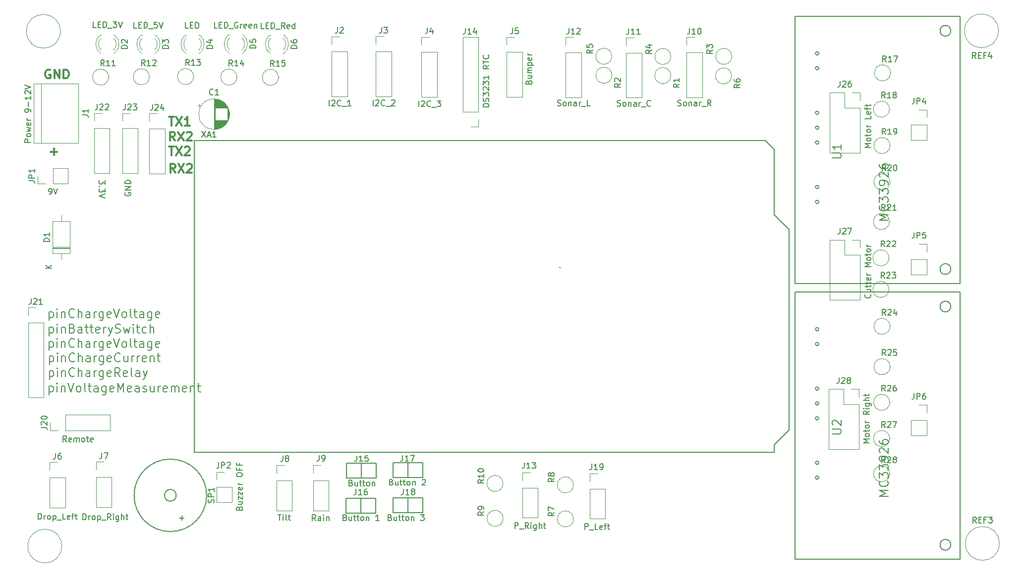
<source format=gbr>
%TF.GenerationSoftware,KiCad,Pcbnew,(5.1.9)-1*%
%TF.CreationDate,2021-04-08T21:07:20+02:00*%
%TF.ProjectId,Ardumower,41726475-6d6f-4776-9572-2e6b69636164,rev?*%
%TF.SameCoordinates,Original*%
%TF.FileFunction,Legend,Top*%
%TF.FilePolarity,Positive*%
%FSLAX46Y46*%
G04 Gerber Fmt 4.6, Leading zero omitted, Abs format (unit mm)*
G04 Created by KiCad (PCBNEW (5.1.9)-1) date 2021-04-08 21:07:20*
%MOMM*%
%LPD*%
G01*
G04 APERTURE LIST*
%ADD10C,0.150000*%
%ADD11C,0.300000*%
%ADD12C,0.375000*%
%ADD13C,0.120000*%
%ADD14C,0.100000*%
G04 APERTURE END LIST*
D10*
X45338571Y-99888571D02*
X45338571Y-101388571D01*
X45338571Y-99960000D02*
X45481428Y-99888571D01*
X45767142Y-99888571D01*
X45909999Y-99960000D01*
X45981428Y-100031428D01*
X46052857Y-100174285D01*
X46052857Y-100602857D01*
X45981428Y-100745714D01*
X45909999Y-100817142D01*
X45767142Y-100888571D01*
X45481428Y-100888571D01*
X45338571Y-100817142D01*
X46695714Y-100888571D02*
X46695714Y-99888571D01*
X46695714Y-99388571D02*
X46624285Y-99460000D01*
X46695714Y-99531428D01*
X46767142Y-99460000D01*
X46695714Y-99388571D01*
X46695714Y-99531428D01*
X47409999Y-99888571D02*
X47409999Y-100888571D01*
X47409999Y-100031428D02*
X47481428Y-99960000D01*
X47624285Y-99888571D01*
X47838571Y-99888571D01*
X47981428Y-99960000D01*
X48052857Y-100102857D01*
X48052857Y-100888571D01*
X48552857Y-99388571D02*
X49052857Y-100888571D01*
X49552857Y-99388571D01*
X50267142Y-100888571D02*
X50124285Y-100817142D01*
X50052857Y-100745714D01*
X49981428Y-100602857D01*
X49981428Y-100174285D01*
X50052857Y-100031428D01*
X50124285Y-99960000D01*
X50267142Y-99888571D01*
X50481428Y-99888571D01*
X50624285Y-99960000D01*
X50695714Y-100031428D01*
X50767142Y-100174285D01*
X50767142Y-100602857D01*
X50695714Y-100745714D01*
X50624285Y-100817142D01*
X50481428Y-100888571D01*
X50267142Y-100888571D01*
X51624285Y-100888571D02*
X51481428Y-100817142D01*
X51409999Y-100674285D01*
X51409999Y-99388571D01*
X51981428Y-99888571D02*
X52552857Y-99888571D01*
X52195714Y-99388571D02*
X52195714Y-100674285D01*
X52267142Y-100817142D01*
X52409999Y-100888571D01*
X52552857Y-100888571D01*
X53695714Y-100888571D02*
X53695714Y-100102857D01*
X53624285Y-99960000D01*
X53481428Y-99888571D01*
X53195714Y-99888571D01*
X53052857Y-99960000D01*
X53695714Y-100817142D02*
X53552857Y-100888571D01*
X53195714Y-100888571D01*
X53052857Y-100817142D01*
X52981428Y-100674285D01*
X52981428Y-100531428D01*
X53052857Y-100388571D01*
X53195714Y-100317142D01*
X53552857Y-100317142D01*
X53695714Y-100245714D01*
X55052857Y-99888571D02*
X55052857Y-101102857D01*
X54981428Y-101245714D01*
X54909999Y-101317142D01*
X54767142Y-101388571D01*
X54552857Y-101388571D01*
X54409999Y-101317142D01*
X55052857Y-100817142D02*
X54909999Y-100888571D01*
X54624285Y-100888571D01*
X54481428Y-100817142D01*
X54409999Y-100745714D01*
X54338571Y-100602857D01*
X54338571Y-100174285D01*
X54409999Y-100031428D01*
X54481428Y-99960000D01*
X54624285Y-99888571D01*
X54909999Y-99888571D01*
X55052857Y-99960000D01*
X56338571Y-100817142D02*
X56195714Y-100888571D01*
X55909999Y-100888571D01*
X55767142Y-100817142D01*
X55695714Y-100674285D01*
X55695714Y-100102857D01*
X55767142Y-99960000D01*
X55909999Y-99888571D01*
X56195714Y-99888571D01*
X56338571Y-99960000D01*
X56409999Y-100102857D01*
X56409999Y-100245714D01*
X55695714Y-100388571D01*
X57052857Y-100888571D02*
X57052857Y-99388571D01*
X57552857Y-100460000D01*
X58052857Y-99388571D01*
X58052857Y-100888571D01*
X59338571Y-100817142D02*
X59195714Y-100888571D01*
X58909999Y-100888571D01*
X58767142Y-100817142D01*
X58695714Y-100674285D01*
X58695714Y-100102857D01*
X58767142Y-99960000D01*
X58909999Y-99888571D01*
X59195714Y-99888571D01*
X59338571Y-99960000D01*
X59409999Y-100102857D01*
X59409999Y-100245714D01*
X58695714Y-100388571D01*
X60695714Y-100888571D02*
X60695714Y-100102857D01*
X60624285Y-99960000D01*
X60481428Y-99888571D01*
X60195714Y-99888571D01*
X60052857Y-99960000D01*
X60695714Y-100817142D02*
X60552857Y-100888571D01*
X60195714Y-100888571D01*
X60052857Y-100817142D01*
X59981428Y-100674285D01*
X59981428Y-100531428D01*
X60052857Y-100388571D01*
X60195714Y-100317142D01*
X60552857Y-100317142D01*
X60695714Y-100245714D01*
X61338571Y-100817142D02*
X61481428Y-100888571D01*
X61767142Y-100888571D01*
X61909999Y-100817142D01*
X61981428Y-100674285D01*
X61981428Y-100602857D01*
X61909999Y-100460000D01*
X61767142Y-100388571D01*
X61552857Y-100388571D01*
X61409999Y-100317142D01*
X61338571Y-100174285D01*
X61338571Y-100102857D01*
X61409999Y-99960000D01*
X61552857Y-99888571D01*
X61767142Y-99888571D01*
X61909999Y-99960000D01*
X63267142Y-99888571D02*
X63267142Y-100888571D01*
X62624285Y-99888571D02*
X62624285Y-100674285D01*
X62695714Y-100817142D01*
X62838571Y-100888571D01*
X63052857Y-100888571D01*
X63195714Y-100817142D01*
X63267142Y-100745714D01*
X63981428Y-100888571D02*
X63981428Y-99888571D01*
X63981428Y-100174285D02*
X64052857Y-100031428D01*
X64124285Y-99960000D01*
X64267142Y-99888571D01*
X64410000Y-99888571D01*
X65481428Y-100817142D02*
X65338571Y-100888571D01*
X65052857Y-100888571D01*
X64910000Y-100817142D01*
X64838571Y-100674285D01*
X64838571Y-100102857D01*
X64910000Y-99960000D01*
X65052857Y-99888571D01*
X65338571Y-99888571D01*
X65481428Y-99960000D01*
X65552857Y-100102857D01*
X65552857Y-100245714D01*
X64838571Y-100388571D01*
X66195714Y-100888571D02*
X66195714Y-99888571D01*
X66195714Y-100031428D02*
X66267142Y-99960000D01*
X66410000Y-99888571D01*
X66624285Y-99888571D01*
X66767142Y-99960000D01*
X66838571Y-100102857D01*
X66838571Y-100888571D01*
X66838571Y-100102857D02*
X66910000Y-99960000D01*
X67052857Y-99888571D01*
X67267142Y-99888571D01*
X67410000Y-99960000D01*
X67481428Y-100102857D01*
X67481428Y-100888571D01*
X68767142Y-100817142D02*
X68624285Y-100888571D01*
X68338571Y-100888571D01*
X68195714Y-100817142D01*
X68124285Y-100674285D01*
X68124285Y-100102857D01*
X68195714Y-99960000D01*
X68338571Y-99888571D01*
X68624285Y-99888571D01*
X68767142Y-99960000D01*
X68838571Y-100102857D01*
X68838571Y-100245714D01*
X68124285Y-100388571D01*
X69481428Y-99888571D02*
X69481428Y-100888571D01*
X69481428Y-100031428D02*
X69552857Y-99960000D01*
X69695714Y-99888571D01*
X69910000Y-99888571D01*
X70052857Y-99960000D01*
X70124285Y-100102857D01*
X70124285Y-100888571D01*
X70624285Y-99888571D02*
X71195714Y-99888571D01*
X70838571Y-99388571D02*
X70838571Y-100674285D01*
X70910000Y-100817142D01*
X71052857Y-100888571D01*
X71195714Y-100888571D01*
X45374285Y-97278571D02*
X45374285Y-98778571D01*
X45374285Y-97350000D02*
X45517142Y-97278571D01*
X45802857Y-97278571D01*
X45945714Y-97350000D01*
X46017142Y-97421428D01*
X46088571Y-97564285D01*
X46088571Y-97992857D01*
X46017142Y-98135714D01*
X45945714Y-98207142D01*
X45802857Y-98278571D01*
X45517142Y-98278571D01*
X45374285Y-98207142D01*
X46731428Y-98278571D02*
X46731428Y-97278571D01*
X46731428Y-96778571D02*
X46660000Y-96850000D01*
X46731428Y-96921428D01*
X46802857Y-96850000D01*
X46731428Y-96778571D01*
X46731428Y-96921428D01*
X47445714Y-97278571D02*
X47445714Y-98278571D01*
X47445714Y-97421428D02*
X47517142Y-97350000D01*
X47660000Y-97278571D01*
X47874285Y-97278571D01*
X48017142Y-97350000D01*
X48088571Y-97492857D01*
X48088571Y-98278571D01*
X49660000Y-98135714D02*
X49588571Y-98207142D01*
X49374285Y-98278571D01*
X49231428Y-98278571D01*
X49017142Y-98207142D01*
X48874285Y-98064285D01*
X48802857Y-97921428D01*
X48731428Y-97635714D01*
X48731428Y-97421428D01*
X48802857Y-97135714D01*
X48874285Y-96992857D01*
X49017142Y-96850000D01*
X49231428Y-96778571D01*
X49374285Y-96778571D01*
X49588571Y-96850000D01*
X49660000Y-96921428D01*
X50302857Y-98278571D02*
X50302857Y-96778571D01*
X50945714Y-98278571D02*
X50945714Y-97492857D01*
X50874285Y-97350000D01*
X50731428Y-97278571D01*
X50517142Y-97278571D01*
X50374285Y-97350000D01*
X50302857Y-97421428D01*
X52302857Y-98278571D02*
X52302857Y-97492857D01*
X52231428Y-97350000D01*
X52088571Y-97278571D01*
X51802857Y-97278571D01*
X51660000Y-97350000D01*
X52302857Y-98207142D02*
X52160000Y-98278571D01*
X51802857Y-98278571D01*
X51660000Y-98207142D01*
X51588571Y-98064285D01*
X51588571Y-97921428D01*
X51660000Y-97778571D01*
X51802857Y-97707142D01*
X52160000Y-97707142D01*
X52302857Y-97635714D01*
X53017142Y-98278571D02*
X53017142Y-97278571D01*
X53017142Y-97564285D02*
X53088571Y-97421428D01*
X53160000Y-97350000D01*
X53302857Y-97278571D01*
X53445714Y-97278571D01*
X54588571Y-97278571D02*
X54588571Y-98492857D01*
X54517142Y-98635714D01*
X54445714Y-98707142D01*
X54302857Y-98778571D01*
X54088571Y-98778571D01*
X53945714Y-98707142D01*
X54588571Y-98207142D02*
X54445714Y-98278571D01*
X54160000Y-98278571D01*
X54017142Y-98207142D01*
X53945714Y-98135714D01*
X53874285Y-97992857D01*
X53874285Y-97564285D01*
X53945714Y-97421428D01*
X54017142Y-97350000D01*
X54160000Y-97278571D01*
X54445714Y-97278571D01*
X54588571Y-97350000D01*
X55874285Y-98207142D02*
X55731428Y-98278571D01*
X55445714Y-98278571D01*
X55302857Y-98207142D01*
X55231428Y-98064285D01*
X55231428Y-97492857D01*
X55302857Y-97350000D01*
X55445714Y-97278571D01*
X55731428Y-97278571D01*
X55874285Y-97350000D01*
X55945714Y-97492857D01*
X55945714Y-97635714D01*
X55231428Y-97778571D01*
X57445714Y-98278571D02*
X56945714Y-97564285D01*
X56588571Y-98278571D02*
X56588571Y-96778571D01*
X57160000Y-96778571D01*
X57302857Y-96850000D01*
X57374285Y-96921428D01*
X57445714Y-97064285D01*
X57445714Y-97278571D01*
X57374285Y-97421428D01*
X57302857Y-97492857D01*
X57160000Y-97564285D01*
X56588571Y-97564285D01*
X58660000Y-98207142D02*
X58517142Y-98278571D01*
X58231428Y-98278571D01*
X58088571Y-98207142D01*
X58017142Y-98064285D01*
X58017142Y-97492857D01*
X58088571Y-97350000D01*
X58231428Y-97278571D01*
X58517142Y-97278571D01*
X58660000Y-97350000D01*
X58731428Y-97492857D01*
X58731428Y-97635714D01*
X58017142Y-97778571D01*
X59588571Y-98278571D02*
X59445714Y-98207142D01*
X59374285Y-98064285D01*
X59374285Y-96778571D01*
X60802857Y-98278571D02*
X60802857Y-97492857D01*
X60731428Y-97350000D01*
X60588571Y-97278571D01*
X60302857Y-97278571D01*
X60160000Y-97350000D01*
X60802857Y-98207142D02*
X60660000Y-98278571D01*
X60302857Y-98278571D01*
X60160000Y-98207142D01*
X60088571Y-98064285D01*
X60088571Y-97921428D01*
X60160000Y-97778571D01*
X60302857Y-97707142D01*
X60660000Y-97707142D01*
X60802857Y-97635714D01*
X61374285Y-97278571D02*
X61731428Y-98278571D01*
X62088571Y-97278571D02*
X61731428Y-98278571D01*
X61588571Y-98635714D01*
X61517142Y-98707142D01*
X61374285Y-98778571D01*
X45392857Y-94748571D02*
X45392857Y-96248571D01*
X45392857Y-94820000D02*
X45535714Y-94748571D01*
X45821428Y-94748571D01*
X45964285Y-94820000D01*
X46035714Y-94891428D01*
X46107142Y-95034285D01*
X46107142Y-95462857D01*
X46035714Y-95605714D01*
X45964285Y-95677142D01*
X45821428Y-95748571D01*
X45535714Y-95748571D01*
X45392857Y-95677142D01*
X46750000Y-95748571D02*
X46750000Y-94748571D01*
X46750000Y-94248571D02*
X46678571Y-94320000D01*
X46750000Y-94391428D01*
X46821428Y-94320000D01*
X46750000Y-94248571D01*
X46750000Y-94391428D01*
X47464285Y-94748571D02*
X47464285Y-95748571D01*
X47464285Y-94891428D02*
X47535714Y-94820000D01*
X47678571Y-94748571D01*
X47892857Y-94748571D01*
X48035714Y-94820000D01*
X48107142Y-94962857D01*
X48107142Y-95748571D01*
X49678571Y-95605714D02*
X49607142Y-95677142D01*
X49392857Y-95748571D01*
X49250000Y-95748571D01*
X49035714Y-95677142D01*
X48892857Y-95534285D01*
X48821428Y-95391428D01*
X48750000Y-95105714D01*
X48750000Y-94891428D01*
X48821428Y-94605714D01*
X48892857Y-94462857D01*
X49035714Y-94320000D01*
X49250000Y-94248571D01*
X49392857Y-94248571D01*
X49607142Y-94320000D01*
X49678571Y-94391428D01*
X50321428Y-95748571D02*
X50321428Y-94248571D01*
X50964285Y-95748571D02*
X50964285Y-94962857D01*
X50892857Y-94820000D01*
X50750000Y-94748571D01*
X50535714Y-94748571D01*
X50392857Y-94820000D01*
X50321428Y-94891428D01*
X52321428Y-95748571D02*
X52321428Y-94962857D01*
X52250000Y-94820000D01*
X52107142Y-94748571D01*
X51821428Y-94748571D01*
X51678571Y-94820000D01*
X52321428Y-95677142D02*
X52178571Y-95748571D01*
X51821428Y-95748571D01*
X51678571Y-95677142D01*
X51607142Y-95534285D01*
X51607142Y-95391428D01*
X51678571Y-95248571D01*
X51821428Y-95177142D01*
X52178571Y-95177142D01*
X52321428Y-95105714D01*
X53035714Y-95748571D02*
X53035714Y-94748571D01*
X53035714Y-95034285D02*
X53107142Y-94891428D01*
X53178571Y-94820000D01*
X53321428Y-94748571D01*
X53464285Y-94748571D01*
X54607142Y-94748571D02*
X54607142Y-95962857D01*
X54535714Y-96105714D01*
X54464285Y-96177142D01*
X54321428Y-96248571D01*
X54107142Y-96248571D01*
X53964285Y-96177142D01*
X54607142Y-95677142D02*
X54464285Y-95748571D01*
X54178571Y-95748571D01*
X54035714Y-95677142D01*
X53964285Y-95605714D01*
X53892857Y-95462857D01*
X53892857Y-95034285D01*
X53964285Y-94891428D01*
X54035714Y-94820000D01*
X54178571Y-94748571D01*
X54464285Y-94748571D01*
X54607142Y-94820000D01*
X55892857Y-95677142D02*
X55750000Y-95748571D01*
X55464285Y-95748571D01*
X55321428Y-95677142D01*
X55250000Y-95534285D01*
X55250000Y-94962857D01*
X55321428Y-94820000D01*
X55464285Y-94748571D01*
X55750000Y-94748571D01*
X55892857Y-94820000D01*
X55964285Y-94962857D01*
X55964285Y-95105714D01*
X55250000Y-95248571D01*
X57464285Y-95605714D02*
X57392857Y-95677142D01*
X57178571Y-95748571D01*
X57035714Y-95748571D01*
X56821428Y-95677142D01*
X56678571Y-95534285D01*
X56607142Y-95391428D01*
X56535714Y-95105714D01*
X56535714Y-94891428D01*
X56607142Y-94605714D01*
X56678571Y-94462857D01*
X56821428Y-94320000D01*
X57035714Y-94248571D01*
X57178571Y-94248571D01*
X57392857Y-94320000D01*
X57464285Y-94391428D01*
X58750000Y-94748571D02*
X58750000Y-95748571D01*
X58107142Y-94748571D02*
X58107142Y-95534285D01*
X58178571Y-95677142D01*
X58321428Y-95748571D01*
X58535714Y-95748571D01*
X58678571Y-95677142D01*
X58750000Y-95605714D01*
X59464285Y-95748571D02*
X59464285Y-94748571D01*
X59464285Y-95034285D02*
X59535714Y-94891428D01*
X59607142Y-94820000D01*
X59750000Y-94748571D01*
X59892857Y-94748571D01*
X60392857Y-95748571D02*
X60392857Y-94748571D01*
X60392857Y-95034285D02*
X60464285Y-94891428D01*
X60535714Y-94820000D01*
X60678571Y-94748571D01*
X60821428Y-94748571D01*
X61892857Y-95677142D02*
X61750000Y-95748571D01*
X61464285Y-95748571D01*
X61321428Y-95677142D01*
X61250000Y-95534285D01*
X61250000Y-94962857D01*
X61321428Y-94820000D01*
X61464285Y-94748571D01*
X61750000Y-94748571D01*
X61892857Y-94820000D01*
X61964285Y-94962857D01*
X61964285Y-95105714D01*
X61250000Y-95248571D01*
X62607142Y-94748571D02*
X62607142Y-95748571D01*
X62607142Y-94891428D02*
X62678571Y-94820000D01*
X62821428Y-94748571D01*
X63035714Y-94748571D01*
X63178571Y-94820000D01*
X63250000Y-94962857D01*
X63250000Y-95748571D01*
X63750000Y-94748571D02*
X64321428Y-94748571D01*
X63964285Y-94248571D02*
X63964285Y-95534285D01*
X64035714Y-95677142D01*
X64178571Y-95748571D01*
X64321428Y-95748571D01*
X45357142Y-92288571D02*
X45357142Y-93788571D01*
X45357142Y-92360000D02*
X45500000Y-92288571D01*
X45785714Y-92288571D01*
X45928571Y-92360000D01*
X46000000Y-92431428D01*
X46071428Y-92574285D01*
X46071428Y-93002857D01*
X46000000Y-93145714D01*
X45928571Y-93217142D01*
X45785714Y-93288571D01*
X45500000Y-93288571D01*
X45357142Y-93217142D01*
X46714285Y-93288571D02*
X46714285Y-92288571D01*
X46714285Y-91788571D02*
X46642857Y-91860000D01*
X46714285Y-91931428D01*
X46785714Y-91860000D01*
X46714285Y-91788571D01*
X46714285Y-91931428D01*
X47428571Y-92288571D02*
X47428571Y-93288571D01*
X47428571Y-92431428D02*
X47500000Y-92360000D01*
X47642857Y-92288571D01*
X47857142Y-92288571D01*
X48000000Y-92360000D01*
X48071428Y-92502857D01*
X48071428Y-93288571D01*
X49642857Y-93145714D02*
X49571428Y-93217142D01*
X49357142Y-93288571D01*
X49214285Y-93288571D01*
X49000000Y-93217142D01*
X48857142Y-93074285D01*
X48785714Y-92931428D01*
X48714285Y-92645714D01*
X48714285Y-92431428D01*
X48785714Y-92145714D01*
X48857142Y-92002857D01*
X49000000Y-91860000D01*
X49214285Y-91788571D01*
X49357142Y-91788571D01*
X49571428Y-91860000D01*
X49642857Y-91931428D01*
X50285714Y-93288571D02*
X50285714Y-91788571D01*
X50928571Y-93288571D02*
X50928571Y-92502857D01*
X50857142Y-92360000D01*
X50714285Y-92288571D01*
X50500000Y-92288571D01*
X50357142Y-92360000D01*
X50285714Y-92431428D01*
X52285714Y-93288571D02*
X52285714Y-92502857D01*
X52214285Y-92360000D01*
X52071428Y-92288571D01*
X51785714Y-92288571D01*
X51642857Y-92360000D01*
X52285714Y-93217142D02*
X52142857Y-93288571D01*
X51785714Y-93288571D01*
X51642857Y-93217142D01*
X51571428Y-93074285D01*
X51571428Y-92931428D01*
X51642857Y-92788571D01*
X51785714Y-92717142D01*
X52142857Y-92717142D01*
X52285714Y-92645714D01*
X53000000Y-93288571D02*
X53000000Y-92288571D01*
X53000000Y-92574285D02*
X53071428Y-92431428D01*
X53142857Y-92360000D01*
X53285714Y-92288571D01*
X53428571Y-92288571D01*
X54571428Y-92288571D02*
X54571428Y-93502857D01*
X54500000Y-93645714D01*
X54428571Y-93717142D01*
X54285714Y-93788571D01*
X54071428Y-93788571D01*
X53928571Y-93717142D01*
X54571428Y-93217142D02*
X54428571Y-93288571D01*
X54142857Y-93288571D01*
X54000000Y-93217142D01*
X53928571Y-93145714D01*
X53857142Y-93002857D01*
X53857142Y-92574285D01*
X53928571Y-92431428D01*
X54000000Y-92360000D01*
X54142857Y-92288571D01*
X54428571Y-92288571D01*
X54571428Y-92360000D01*
X55857142Y-93217142D02*
X55714285Y-93288571D01*
X55428571Y-93288571D01*
X55285714Y-93217142D01*
X55214285Y-93074285D01*
X55214285Y-92502857D01*
X55285714Y-92360000D01*
X55428571Y-92288571D01*
X55714285Y-92288571D01*
X55857142Y-92360000D01*
X55928571Y-92502857D01*
X55928571Y-92645714D01*
X55214285Y-92788571D01*
X56357142Y-91788571D02*
X56857142Y-93288571D01*
X57357142Y-91788571D01*
X58071428Y-93288571D02*
X57928571Y-93217142D01*
X57857142Y-93145714D01*
X57785714Y-93002857D01*
X57785714Y-92574285D01*
X57857142Y-92431428D01*
X57928571Y-92360000D01*
X58071428Y-92288571D01*
X58285714Y-92288571D01*
X58428571Y-92360000D01*
X58500000Y-92431428D01*
X58571428Y-92574285D01*
X58571428Y-93002857D01*
X58500000Y-93145714D01*
X58428571Y-93217142D01*
X58285714Y-93288571D01*
X58071428Y-93288571D01*
X59428571Y-93288571D02*
X59285714Y-93217142D01*
X59214285Y-93074285D01*
X59214285Y-91788571D01*
X59785714Y-92288571D02*
X60357142Y-92288571D01*
X60000000Y-91788571D02*
X60000000Y-93074285D01*
X60071428Y-93217142D01*
X60214285Y-93288571D01*
X60357142Y-93288571D01*
X61500000Y-93288571D02*
X61500000Y-92502857D01*
X61428571Y-92360000D01*
X61285714Y-92288571D01*
X61000000Y-92288571D01*
X60857142Y-92360000D01*
X61500000Y-93217142D02*
X61357142Y-93288571D01*
X61000000Y-93288571D01*
X60857142Y-93217142D01*
X60785714Y-93074285D01*
X60785714Y-92931428D01*
X60857142Y-92788571D01*
X61000000Y-92717142D01*
X61357142Y-92717142D01*
X61500000Y-92645714D01*
X62857142Y-92288571D02*
X62857142Y-93502857D01*
X62785714Y-93645714D01*
X62714285Y-93717142D01*
X62571428Y-93788571D01*
X62357142Y-93788571D01*
X62214285Y-93717142D01*
X62857142Y-93217142D02*
X62714285Y-93288571D01*
X62428571Y-93288571D01*
X62285714Y-93217142D01*
X62214285Y-93145714D01*
X62142857Y-93002857D01*
X62142857Y-92574285D01*
X62214285Y-92431428D01*
X62285714Y-92360000D01*
X62428571Y-92288571D01*
X62714285Y-92288571D01*
X62857142Y-92360000D01*
X64142857Y-93217142D02*
X64000000Y-93288571D01*
X63714285Y-93288571D01*
X63571428Y-93217142D01*
X63500000Y-93074285D01*
X63500000Y-92502857D01*
X63571428Y-92360000D01*
X63714285Y-92288571D01*
X64000000Y-92288571D01*
X64142857Y-92360000D01*
X64214285Y-92502857D01*
X64214285Y-92645714D01*
X63500000Y-92788571D01*
X45361428Y-89808571D02*
X45361428Y-91308571D01*
X45361428Y-89880000D02*
X45504285Y-89808571D01*
X45790000Y-89808571D01*
X45932857Y-89880000D01*
X46004285Y-89951428D01*
X46075714Y-90094285D01*
X46075714Y-90522857D01*
X46004285Y-90665714D01*
X45932857Y-90737142D01*
X45790000Y-90808571D01*
X45504285Y-90808571D01*
X45361428Y-90737142D01*
X46718571Y-90808571D02*
X46718571Y-89808571D01*
X46718571Y-89308571D02*
X46647142Y-89380000D01*
X46718571Y-89451428D01*
X46790000Y-89380000D01*
X46718571Y-89308571D01*
X46718571Y-89451428D01*
X47432857Y-89808571D02*
X47432857Y-90808571D01*
X47432857Y-89951428D02*
X47504285Y-89880000D01*
X47647142Y-89808571D01*
X47861428Y-89808571D01*
X48004285Y-89880000D01*
X48075714Y-90022857D01*
X48075714Y-90808571D01*
X49290000Y-90022857D02*
X49504285Y-90094285D01*
X49575714Y-90165714D01*
X49647142Y-90308571D01*
X49647142Y-90522857D01*
X49575714Y-90665714D01*
X49504285Y-90737142D01*
X49361428Y-90808571D01*
X48790000Y-90808571D01*
X48790000Y-89308571D01*
X49290000Y-89308571D01*
X49432857Y-89380000D01*
X49504285Y-89451428D01*
X49575714Y-89594285D01*
X49575714Y-89737142D01*
X49504285Y-89880000D01*
X49432857Y-89951428D01*
X49290000Y-90022857D01*
X48790000Y-90022857D01*
X50932857Y-90808571D02*
X50932857Y-90022857D01*
X50861428Y-89880000D01*
X50718571Y-89808571D01*
X50432857Y-89808571D01*
X50290000Y-89880000D01*
X50932857Y-90737142D02*
X50790000Y-90808571D01*
X50432857Y-90808571D01*
X50290000Y-90737142D01*
X50218571Y-90594285D01*
X50218571Y-90451428D01*
X50290000Y-90308571D01*
X50432857Y-90237142D01*
X50790000Y-90237142D01*
X50932857Y-90165714D01*
X51432857Y-89808571D02*
X52004285Y-89808571D01*
X51647142Y-89308571D02*
X51647142Y-90594285D01*
X51718571Y-90737142D01*
X51861428Y-90808571D01*
X52004285Y-90808571D01*
X52290000Y-89808571D02*
X52861428Y-89808571D01*
X52504285Y-89308571D02*
X52504285Y-90594285D01*
X52575714Y-90737142D01*
X52718571Y-90808571D01*
X52861428Y-90808571D01*
X53932857Y-90737142D02*
X53790000Y-90808571D01*
X53504285Y-90808571D01*
X53361428Y-90737142D01*
X53290000Y-90594285D01*
X53290000Y-90022857D01*
X53361428Y-89880000D01*
X53504285Y-89808571D01*
X53790000Y-89808571D01*
X53932857Y-89880000D01*
X54004285Y-90022857D01*
X54004285Y-90165714D01*
X53290000Y-90308571D01*
X54647142Y-90808571D02*
X54647142Y-89808571D01*
X54647142Y-90094285D02*
X54718571Y-89951428D01*
X54790000Y-89880000D01*
X54932857Y-89808571D01*
X55075714Y-89808571D01*
X55432857Y-89808571D02*
X55790000Y-90808571D01*
X56147142Y-89808571D02*
X55790000Y-90808571D01*
X55647142Y-91165714D01*
X55575714Y-91237142D01*
X55432857Y-91308571D01*
X56647142Y-90737142D02*
X56861428Y-90808571D01*
X57218571Y-90808571D01*
X57361428Y-90737142D01*
X57432857Y-90665714D01*
X57504285Y-90522857D01*
X57504285Y-90380000D01*
X57432857Y-90237142D01*
X57361428Y-90165714D01*
X57218571Y-90094285D01*
X56932857Y-90022857D01*
X56790000Y-89951428D01*
X56718571Y-89880000D01*
X56647142Y-89737142D01*
X56647142Y-89594285D01*
X56718571Y-89451428D01*
X56790000Y-89380000D01*
X56932857Y-89308571D01*
X57290000Y-89308571D01*
X57504285Y-89380000D01*
X58004285Y-89808571D02*
X58290000Y-90808571D01*
X58575714Y-90094285D01*
X58861428Y-90808571D01*
X59147142Y-89808571D01*
X59718571Y-90808571D02*
X59718571Y-89808571D01*
X59718571Y-89308571D02*
X59647142Y-89380000D01*
X59718571Y-89451428D01*
X59790000Y-89380000D01*
X59718571Y-89308571D01*
X59718571Y-89451428D01*
X60218571Y-89808571D02*
X60790000Y-89808571D01*
X60432857Y-89308571D02*
X60432857Y-90594285D01*
X60504285Y-90737142D01*
X60647142Y-90808571D01*
X60790000Y-90808571D01*
X61932857Y-90737142D02*
X61790000Y-90808571D01*
X61504285Y-90808571D01*
X61361428Y-90737142D01*
X61290000Y-90665714D01*
X61218571Y-90522857D01*
X61218571Y-90094285D01*
X61290000Y-89951428D01*
X61361428Y-89880000D01*
X61504285Y-89808571D01*
X61790000Y-89808571D01*
X61932857Y-89880000D01*
X62575714Y-90808571D02*
X62575714Y-89308571D01*
X63218571Y-90808571D02*
X63218571Y-90022857D01*
X63147142Y-89880000D01*
X63004285Y-89808571D01*
X62790000Y-89808571D01*
X62647142Y-89880000D01*
X62575714Y-89951428D01*
X45357142Y-87168571D02*
X45357142Y-88668571D01*
X45357142Y-87240000D02*
X45500000Y-87168571D01*
X45785714Y-87168571D01*
X45928571Y-87240000D01*
X46000000Y-87311428D01*
X46071428Y-87454285D01*
X46071428Y-87882857D01*
X46000000Y-88025714D01*
X45928571Y-88097142D01*
X45785714Y-88168571D01*
X45500000Y-88168571D01*
X45357142Y-88097142D01*
X46714285Y-88168571D02*
X46714285Y-87168571D01*
X46714285Y-86668571D02*
X46642857Y-86740000D01*
X46714285Y-86811428D01*
X46785714Y-86740000D01*
X46714285Y-86668571D01*
X46714285Y-86811428D01*
X47428571Y-87168571D02*
X47428571Y-88168571D01*
X47428571Y-87311428D02*
X47500000Y-87240000D01*
X47642857Y-87168571D01*
X47857142Y-87168571D01*
X48000000Y-87240000D01*
X48071428Y-87382857D01*
X48071428Y-88168571D01*
X49642857Y-88025714D02*
X49571428Y-88097142D01*
X49357142Y-88168571D01*
X49214285Y-88168571D01*
X49000000Y-88097142D01*
X48857142Y-87954285D01*
X48785714Y-87811428D01*
X48714285Y-87525714D01*
X48714285Y-87311428D01*
X48785714Y-87025714D01*
X48857142Y-86882857D01*
X49000000Y-86740000D01*
X49214285Y-86668571D01*
X49357142Y-86668571D01*
X49571428Y-86740000D01*
X49642857Y-86811428D01*
X50285714Y-88168571D02*
X50285714Y-86668571D01*
X50928571Y-88168571D02*
X50928571Y-87382857D01*
X50857142Y-87240000D01*
X50714285Y-87168571D01*
X50500000Y-87168571D01*
X50357142Y-87240000D01*
X50285714Y-87311428D01*
X52285714Y-88168571D02*
X52285714Y-87382857D01*
X52214285Y-87240000D01*
X52071428Y-87168571D01*
X51785714Y-87168571D01*
X51642857Y-87240000D01*
X52285714Y-88097142D02*
X52142857Y-88168571D01*
X51785714Y-88168571D01*
X51642857Y-88097142D01*
X51571428Y-87954285D01*
X51571428Y-87811428D01*
X51642857Y-87668571D01*
X51785714Y-87597142D01*
X52142857Y-87597142D01*
X52285714Y-87525714D01*
X53000000Y-88168571D02*
X53000000Y-87168571D01*
X53000000Y-87454285D02*
X53071428Y-87311428D01*
X53142857Y-87240000D01*
X53285714Y-87168571D01*
X53428571Y-87168571D01*
X54571428Y-87168571D02*
X54571428Y-88382857D01*
X54500000Y-88525714D01*
X54428571Y-88597142D01*
X54285714Y-88668571D01*
X54071428Y-88668571D01*
X53928571Y-88597142D01*
X54571428Y-88097142D02*
X54428571Y-88168571D01*
X54142857Y-88168571D01*
X54000000Y-88097142D01*
X53928571Y-88025714D01*
X53857142Y-87882857D01*
X53857142Y-87454285D01*
X53928571Y-87311428D01*
X54000000Y-87240000D01*
X54142857Y-87168571D01*
X54428571Y-87168571D01*
X54571428Y-87240000D01*
X55857142Y-88097142D02*
X55714285Y-88168571D01*
X55428571Y-88168571D01*
X55285714Y-88097142D01*
X55214285Y-87954285D01*
X55214285Y-87382857D01*
X55285714Y-87240000D01*
X55428571Y-87168571D01*
X55714285Y-87168571D01*
X55857142Y-87240000D01*
X55928571Y-87382857D01*
X55928571Y-87525714D01*
X55214285Y-87668571D01*
X56357142Y-86668571D02*
X56857142Y-88168571D01*
X57357142Y-86668571D01*
X58071428Y-88168571D02*
X57928571Y-88097142D01*
X57857142Y-88025714D01*
X57785714Y-87882857D01*
X57785714Y-87454285D01*
X57857142Y-87311428D01*
X57928571Y-87240000D01*
X58071428Y-87168571D01*
X58285714Y-87168571D01*
X58428571Y-87240000D01*
X58500000Y-87311428D01*
X58571428Y-87454285D01*
X58571428Y-87882857D01*
X58500000Y-88025714D01*
X58428571Y-88097142D01*
X58285714Y-88168571D01*
X58071428Y-88168571D01*
X59428571Y-88168571D02*
X59285714Y-88097142D01*
X59214285Y-87954285D01*
X59214285Y-86668571D01*
X59785714Y-87168571D02*
X60357142Y-87168571D01*
X60000000Y-86668571D02*
X60000000Y-87954285D01*
X60071428Y-88097142D01*
X60214285Y-88168571D01*
X60357142Y-88168571D01*
X61500000Y-88168571D02*
X61500000Y-87382857D01*
X61428571Y-87240000D01*
X61285714Y-87168571D01*
X61000000Y-87168571D01*
X60857142Y-87240000D01*
X61500000Y-88097142D02*
X61357142Y-88168571D01*
X61000000Y-88168571D01*
X60857142Y-88097142D01*
X60785714Y-87954285D01*
X60785714Y-87811428D01*
X60857142Y-87668571D01*
X61000000Y-87597142D01*
X61357142Y-87597142D01*
X61500000Y-87525714D01*
X62857142Y-87168571D02*
X62857142Y-88382857D01*
X62785714Y-88525714D01*
X62714285Y-88597142D01*
X62571428Y-88668571D01*
X62357142Y-88668571D01*
X62214285Y-88597142D01*
X62857142Y-88097142D02*
X62714285Y-88168571D01*
X62428571Y-88168571D01*
X62285714Y-88097142D01*
X62214285Y-88025714D01*
X62142857Y-87882857D01*
X62142857Y-87454285D01*
X62214285Y-87311428D01*
X62285714Y-87240000D01*
X62428571Y-87168571D01*
X62714285Y-87168571D01*
X62857142Y-87240000D01*
X64142857Y-88097142D02*
X64000000Y-88168571D01*
X63714285Y-88168571D01*
X63571428Y-88097142D01*
X63500000Y-87954285D01*
X63500000Y-87382857D01*
X63571428Y-87240000D01*
X63714285Y-87168571D01*
X64000000Y-87168571D01*
X64142857Y-87240000D01*
X64214285Y-87382857D01*
X64214285Y-87525714D01*
X63500000Y-87668571D01*
D11*
X66885714Y-63378571D02*
X66385714Y-62664285D01*
X66028571Y-63378571D02*
X66028571Y-61878571D01*
X66600000Y-61878571D01*
X66742857Y-61950000D01*
X66814285Y-62021428D01*
X66885714Y-62164285D01*
X66885714Y-62378571D01*
X66814285Y-62521428D01*
X66742857Y-62592857D01*
X66600000Y-62664285D01*
X66028571Y-62664285D01*
X67385714Y-61878571D02*
X68385714Y-63378571D01*
X68385714Y-61878571D02*
X67385714Y-63378571D01*
X68885714Y-62021428D02*
X68957142Y-61950000D01*
X69100000Y-61878571D01*
X69457142Y-61878571D01*
X69600000Y-61950000D01*
X69671428Y-62021428D01*
X69742857Y-62164285D01*
X69742857Y-62307142D01*
X69671428Y-62521428D01*
X68814285Y-63378571D01*
X69742857Y-63378571D01*
X65802857Y-58928571D02*
X66660000Y-58928571D01*
X66231428Y-60428571D02*
X66231428Y-58928571D01*
X67017142Y-58928571D02*
X68017142Y-60428571D01*
X68017142Y-58928571D02*
X67017142Y-60428571D01*
X68517142Y-59071428D02*
X68588571Y-59000000D01*
X68731428Y-58928571D01*
X69088571Y-58928571D01*
X69231428Y-59000000D01*
X69302857Y-59071428D01*
X69374285Y-59214285D01*
X69374285Y-59357142D01*
X69302857Y-59571428D01*
X68445714Y-60428571D01*
X69374285Y-60428571D01*
X66835714Y-57918571D02*
X66335714Y-57204285D01*
X65978571Y-57918571D02*
X65978571Y-56418571D01*
X66550000Y-56418571D01*
X66692857Y-56490000D01*
X66764285Y-56561428D01*
X66835714Y-56704285D01*
X66835714Y-56918571D01*
X66764285Y-57061428D01*
X66692857Y-57132857D01*
X66550000Y-57204285D01*
X65978571Y-57204285D01*
X67335714Y-56418571D02*
X68335714Y-57918571D01*
X68335714Y-56418571D02*
X67335714Y-57918571D01*
X68835714Y-56561428D02*
X68907142Y-56490000D01*
X69050000Y-56418571D01*
X69407142Y-56418571D01*
X69550000Y-56490000D01*
X69621428Y-56561428D01*
X69692857Y-56704285D01*
X69692857Y-56847142D01*
X69621428Y-57061428D01*
X68764285Y-57918571D01*
X69692857Y-57918571D01*
X65802857Y-53858571D02*
X66660000Y-53858571D01*
X66231428Y-55358571D02*
X66231428Y-53858571D01*
X67017142Y-53858571D02*
X68017142Y-55358571D01*
X68017142Y-53858571D02*
X67017142Y-55358571D01*
X69374285Y-55358571D02*
X68517142Y-55358571D01*
X68945714Y-55358571D02*
X68945714Y-53858571D01*
X68802857Y-54072857D01*
X68660000Y-54215714D01*
X68517142Y-54287142D01*
X45527142Y-45830000D02*
X45384285Y-45758571D01*
X45170000Y-45758571D01*
X44955714Y-45830000D01*
X44812857Y-45972857D01*
X44741428Y-46115714D01*
X44670000Y-46401428D01*
X44670000Y-46615714D01*
X44741428Y-46901428D01*
X44812857Y-47044285D01*
X44955714Y-47187142D01*
X45170000Y-47258571D01*
X45312857Y-47258571D01*
X45527142Y-47187142D01*
X45598571Y-47115714D01*
X45598571Y-46615714D01*
X45312857Y-46615714D01*
X46241428Y-47258571D02*
X46241428Y-45758571D01*
X47098571Y-47258571D01*
X47098571Y-45758571D01*
X47812857Y-47258571D02*
X47812857Y-45758571D01*
X48170000Y-45758571D01*
X48384285Y-45830000D01*
X48527142Y-45972857D01*
X48598571Y-46115714D01*
X48670000Y-46401428D01*
X48670000Y-46615714D01*
X48598571Y-46901428D01*
X48527142Y-47044285D01*
X48384285Y-47187142D01*
X48170000Y-47258571D01*
X47812857Y-47258571D01*
D12*
X45558571Y-59807142D02*
X46701428Y-59807142D01*
X46130000Y-60378571D02*
X46130000Y-59235714D01*
D13*
%TO.C,J19*%
X137680000Y-122600000D02*
X140340000Y-122600000D01*
X137680000Y-117460000D02*
X137680000Y-122600000D01*
X140340000Y-117460000D02*
X140340000Y-122600000D01*
X137680000Y-117460000D02*
X140340000Y-117460000D01*
X137680000Y-116190000D02*
X137680000Y-114860000D01*
X137680000Y-114860000D02*
X139010000Y-114860000D01*
D14*
%TO.C,REF\u002A\u002A*%
X47240017Y-39200000D02*
G75*
G03*
X47240017Y-39200000I-2890017J0D01*
G01*
%TO.C,REF2*%
X47480017Y-127280000D02*
G75*
G03*
X47480017Y-127280000I-2890017J0D01*
G01*
%TO.C,REF3*%
X207650017Y-126830000D02*
G75*
G03*
X207650017Y-126830000I-2890017J0D01*
G01*
%TO.C,REF4*%
X207490017Y-39120000D02*
G75*
G03*
X207490017Y-39120000I-2890017J0D01*
G01*
D10*
%TO.C,U2*%
X176807981Y-115570000D02*
G75*
G03*
X176807981Y-115570000I-283981J0D01*
G01*
X176807981Y-113030000D02*
G75*
G03*
X176807981Y-113030000I-283981J0D01*
G01*
X176807981Y-105410000D02*
G75*
G03*
X176807981Y-105410000I-283981J0D01*
G01*
X176807981Y-102870000D02*
G75*
G03*
X176807981Y-102870000I-283981J0D01*
G01*
X176807981Y-100330000D02*
G75*
G03*
X176807981Y-100330000I-283981J0D01*
G01*
X176807981Y-92710000D02*
G75*
G03*
X176807981Y-92710000I-283981J0D01*
G01*
X176807981Y-90170000D02*
G75*
G03*
X176807981Y-90170000I-283981J0D01*
G01*
X199347310Y-127063500D02*
G75*
G03*
X199347310Y-127063500I-915810J0D01*
G01*
X199347310Y-86296500D02*
G75*
G03*
X199347310Y-86296500I-915810J0D01*
G01*
X199347310Y-86296500D02*
G75*
G03*
X199347310Y-86296500I-915810J0D01*
G01*
X199347310Y-86296500D02*
G75*
G03*
X199347310Y-86296500I-915810J0D01*
G01*
X199347310Y-86296500D02*
G75*
G03*
X199347310Y-86296500I-915810J0D01*
G01*
X200908000Y-129540000D02*
X172714000Y-129540000D01*
X172714000Y-129540000D02*
X172714000Y-83820000D01*
X172714000Y-83820000D02*
X200908000Y-83820000D01*
X200908000Y-83820000D02*
X200908000Y-129540000D01*
%TO.C,U1*%
X176807981Y-68390000D02*
G75*
G03*
X176807981Y-68390000I-283981J0D01*
G01*
X176807981Y-65850000D02*
G75*
G03*
X176807981Y-65850000I-283981J0D01*
G01*
X176807981Y-58230000D02*
G75*
G03*
X176807981Y-58230000I-283981J0D01*
G01*
X176807981Y-55690000D02*
G75*
G03*
X176807981Y-55690000I-283981J0D01*
G01*
X176807981Y-53150000D02*
G75*
G03*
X176807981Y-53150000I-283981J0D01*
G01*
X176807981Y-45530000D02*
G75*
G03*
X176807981Y-45530000I-283981J0D01*
G01*
X176807981Y-42990000D02*
G75*
G03*
X176807981Y-42990000I-283981J0D01*
G01*
X199347310Y-79883500D02*
G75*
G03*
X199347310Y-79883500I-915810J0D01*
G01*
X199347310Y-39116500D02*
G75*
G03*
X199347310Y-39116500I-915810J0D01*
G01*
X199347310Y-39116500D02*
G75*
G03*
X199347310Y-39116500I-915810J0D01*
G01*
X199347310Y-39116500D02*
G75*
G03*
X199347310Y-39116500I-915810J0D01*
G01*
X199347310Y-39116500D02*
G75*
G03*
X199347310Y-39116500I-915810J0D01*
G01*
X200908000Y-82360000D02*
X172714000Y-82360000D01*
X172714000Y-82360000D02*
X172714000Y-36640000D01*
X172714000Y-36640000D02*
X200908000Y-36640000D01*
X200908000Y-36640000D02*
X200908000Y-82360000D01*
D13*
%TO.C,R28*%
X188910000Y-114910000D02*
G75*
G03*
X188910000Y-114910000I-1370000J0D01*
G01*
X188910000Y-114910000D02*
X188980000Y-114910000D01*
%TO.C,R27*%
X188910000Y-108880000D02*
G75*
G03*
X188910000Y-108880000I-1370000J0D01*
G01*
X188910000Y-108880000D02*
X188980000Y-108880000D01*
%TO.C,R26*%
X188910000Y-102690000D02*
G75*
G03*
X188910000Y-102690000I-1370000J0D01*
G01*
X188910000Y-102690000D02*
X188980000Y-102690000D01*
%TO.C,R25*%
X188980000Y-96580000D02*
G75*
G03*
X188980000Y-96580000I-1370000J0D01*
G01*
X188980000Y-96580000D02*
X189050000Y-96580000D01*
%TO.C,R24*%
X188970000Y-89680000D02*
G75*
G03*
X188970000Y-89680000I-1370000J0D01*
G01*
X188970000Y-89680000D02*
X189040000Y-89680000D01*
%TO.C,R23*%
X188780000Y-83370000D02*
G75*
G03*
X188780000Y-83370000I-1370000J0D01*
G01*
X188780000Y-83370000D02*
X188850000Y-83370000D01*
%TO.C,R22*%
X188780000Y-77970000D02*
G75*
G03*
X188780000Y-77970000I-1370000J0D01*
G01*
X188780000Y-77970000D02*
X188850000Y-77970000D01*
%TO.C,R21*%
X188870000Y-71750000D02*
G75*
G03*
X188870000Y-71750000I-1370000J0D01*
G01*
X188870000Y-71750000D02*
X188940000Y-71750000D01*
%TO.C,R20*%
X188970000Y-64970000D02*
G75*
G03*
X188970000Y-64970000I-1370000J0D01*
G01*
X188970000Y-64970000D02*
X189040000Y-64970000D01*
%TO.C,R19*%
X188970000Y-58750000D02*
G75*
G03*
X188970000Y-58750000I-1370000J0D01*
G01*
X188970000Y-58750000D02*
X189040000Y-58750000D01*
%TO.C,R18*%
X188880000Y-52530000D02*
G75*
G03*
X188880000Y-52530000I-1370000J0D01*
G01*
X188880000Y-52530000D02*
X188950000Y-52530000D01*
%TO.C,R17*%
X189060000Y-46310000D02*
G75*
G03*
X189060000Y-46310000I-1370000J0D01*
G01*
X189060000Y-46310000D02*
X189130000Y-46310000D01*
%TO.C,JP6*%
X192580000Y-105740000D02*
X195240000Y-105740000D01*
X192580000Y-105740000D02*
X192580000Y-108340000D01*
X192580000Y-108340000D02*
X195240000Y-108340000D01*
X195240000Y-105740000D02*
X195240000Y-108340000D01*
X195240000Y-103140000D02*
X195240000Y-104470000D01*
X193910000Y-103140000D02*
X195240000Y-103140000D01*
%TO.C,JP5*%
X192580000Y-78200000D02*
X195240000Y-78200000D01*
X192580000Y-78200000D02*
X192580000Y-80800000D01*
X192580000Y-80800000D02*
X195240000Y-80800000D01*
X195240000Y-78200000D02*
X195240000Y-80800000D01*
X195240000Y-75600000D02*
X195240000Y-76930000D01*
X193910000Y-75600000D02*
X195240000Y-75600000D01*
%TO.C,JP4*%
X192580000Y-55210000D02*
X195240000Y-55210000D01*
X192580000Y-55210000D02*
X192580000Y-57810000D01*
X192580000Y-57810000D02*
X195240000Y-57810000D01*
X195240000Y-55210000D02*
X195240000Y-57810000D01*
X195240000Y-52610000D02*
X195240000Y-53940000D01*
X193910000Y-52610000D02*
X195240000Y-52610000D01*
%TO.C,J28*%
X178480000Y-100440000D02*
X181080000Y-100440000D01*
X178480000Y-100440000D02*
X178480000Y-110720000D01*
X178480000Y-110720000D02*
X183680000Y-110720000D01*
X183680000Y-103040000D02*
X183680000Y-110720000D01*
X181080000Y-103040000D02*
X183680000Y-103040000D01*
X181080000Y-100440000D02*
X181080000Y-103040000D01*
X183680000Y-100440000D02*
X183680000Y-101770000D01*
X182350000Y-100440000D02*
X183680000Y-100440000D01*
%TO.C,J27*%
X178640000Y-74890000D02*
X181240000Y-74890000D01*
X178640000Y-74890000D02*
X178640000Y-85170000D01*
X178640000Y-85170000D02*
X183840000Y-85170000D01*
X183840000Y-77490000D02*
X183840000Y-85170000D01*
X181240000Y-77490000D02*
X183840000Y-77490000D01*
X181240000Y-74890000D02*
X181240000Y-77490000D01*
X183840000Y-74890000D02*
X183840000Y-76220000D01*
X182510000Y-74890000D02*
X183840000Y-74890000D01*
%TO.C,J26*%
X178640000Y-49710000D02*
X181240000Y-49710000D01*
X178640000Y-49710000D02*
X178640000Y-59990000D01*
X178640000Y-59990000D02*
X183840000Y-59990000D01*
X183840000Y-52310000D02*
X183840000Y-59990000D01*
X181240000Y-52310000D02*
X183840000Y-52310000D01*
X181240000Y-49710000D02*
X181240000Y-52310000D01*
X183840000Y-49710000D02*
X183840000Y-51040000D01*
X182510000Y-49710000D02*
X183840000Y-49710000D01*
D10*
%TO.C,J16*%
X98560000Y-119070000D02*
X98560000Y-121610000D01*
X96020000Y-119070000D02*
X96020000Y-121610000D01*
X96020000Y-121610000D02*
X98560000Y-121610000D01*
X98560000Y-121610000D02*
X101100000Y-121610000D01*
X101100000Y-121610000D02*
X101100000Y-119070000D01*
X101100000Y-119070000D02*
X96020000Y-119070000D01*
D13*
%TO.C,D4*%
X71076000Y-39840000D02*
X70920000Y-39840000D01*
X68760000Y-39840000D02*
X68604000Y-39840000D01*
X68760163Y-42441130D02*
G75*
G02*
X68760000Y-40359039I1079837J1041130D01*
G01*
X70919837Y-42441130D02*
G75*
G03*
X70920000Y-40359039I-1079837J1041130D01*
G01*
X68761392Y-43072335D02*
G75*
G02*
X68604484Y-39840000I1078608J1672335D01*
G01*
X70918608Y-43072335D02*
G75*
G03*
X71075516Y-39840000I-1078608J1672335D01*
G01*
%TO.C,D2*%
X56516000Y-39840000D02*
X56360000Y-39840000D01*
X54200000Y-39840000D02*
X54044000Y-39840000D01*
X54200163Y-42441130D02*
G75*
G02*
X54200000Y-40359039I1079837J1041130D01*
G01*
X56359837Y-42441130D02*
G75*
G03*
X56360000Y-40359039I-1079837J1041130D01*
G01*
X54201392Y-43072335D02*
G75*
G02*
X54044484Y-39840000I1078608J1672335D01*
G01*
X56358608Y-43072335D02*
G75*
G03*
X56515516Y-39840000I-1078608J1672335D01*
G01*
D10*
%TO.C,J18*%
X106640000Y-119040000D02*
X106640000Y-121580000D01*
X104100000Y-119040000D02*
X104100000Y-121580000D01*
X104100000Y-121580000D02*
X106640000Y-121580000D01*
X106640000Y-121580000D02*
X109180000Y-121580000D01*
X109180000Y-121580000D02*
X109180000Y-119040000D01*
X109180000Y-119040000D02*
X104100000Y-119040000D01*
%TO.C,J17*%
X106610000Y-113020000D02*
X106610000Y-115560000D01*
X104070000Y-113020000D02*
X104070000Y-115560000D01*
X104070000Y-115560000D02*
X106610000Y-115560000D01*
X106610000Y-115560000D02*
X109150000Y-115560000D01*
X109150000Y-115560000D02*
X109150000Y-113020000D01*
X109150000Y-113020000D02*
X104070000Y-113020000D01*
D13*
%TO.C,JP2*%
X73900000Y-119780000D02*
X76560000Y-119780000D01*
X73900000Y-117180000D02*
X73900000Y-119780000D01*
X76560000Y-117180000D02*
X76560000Y-119780000D01*
X73900000Y-117180000D02*
X76560000Y-117180000D01*
X73900000Y-115910000D02*
X73900000Y-114580000D01*
X73900000Y-114580000D02*
X75230000Y-114580000D01*
%TO.C,JP1*%
X48580000Y-65280000D02*
X48580000Y-62620000D01*
X45980000Y-65280000D02*
X48580000Y-65280000D01*
X45980000Y-62620000D02*
X48580000Y-62620000D01*
X45980000Y-65280000D02*
X45980000Y-62620000D01*
X44710000Y-65280000D02*
X43380000Y-65280000D01*
X43380000Y-65280000D02*
X43380000Y-63950000D01*
%TO.C,J22*%
X53030000Y-63480000D02*
X55690000Y-63480000D01*
X53030000Y-55800000D02*
X53030000Y-63480000D01*
X55690000Y-55800000D02*
X55690000Y-63480000D01*
X53030000Y-55800000D02*
X55690000Y-55800000D01*
X53030000Y-54530000D02*
X53030000Y-53200000D01*
X53030000Y-53200000D02*
X54360000Y-53200000D01*
%TO.C,J21*%
X41730000Y-101830000D02*
X44390000Y-101830000D01*
X41730000Y-89070000D02*
X41730000Y-101830000D01*
X44390000Y-89070000D02*
X44390000Y-101830000D01*
X41730000Y-89070000D02*
X44390000Y-89070000D01*
X41730000Y-87800000D02*
X41730000Y-86470000D01*
X41730000Y-86470000D02*
X43060000Y-86470000D01*
%TO.C,J20*%
X55780000Y-107500000D02*
X55780000Y-104840000D01*
X48100000Y-107500000D02*
X55780000Y-107500000D01*
X48100000Y-104840000D02*
X55780000Y-104840000D01*
X48100000Y-107500000D02*
X48100000Y-104840000D01*
X46830000Y-107500000D02*
X45500000Y-107500000D01*
X45500000Y-107500000D02*
X45500000Y-106170000D01*
D10*
%TO.C,J15*%
X98630000Y-115630000D02*
X98630000Y-113090000D01*
X101170000Y-115630000D02*
X101170000Y-113090000D01*
X101170000Y-113090000D02*
X98630000Y-113090000D01*
X98630000Y-113090000D02*
X96090000Y-113090000D01*
X96090000Y-113090000D02*
X96090000Y-115630000D01*
X96090000Y-115630000D02*
X101170000Y-115630000D01*
D13*
%TO.C,J14*%
X118680000Y-40200000D02*
X116020000Y-40200000D01*
X118680000Y-52960000D02*
X118680000Y-40200000D01*
X116020000Y-52960000D02*
X116020000Y-40200000D01*
X118680000Y-52960000D02*
X116020000Y-52960000D01*
X118680000Y-54230000D02*
X118680000Y-55560000D01*
X118680000Y-55560000D02*
X117350000Y-55560000D01*
%TO.C,J12*%
X133580000Y-50510000D02*
X136240000Y-50510000D01*
X133580000Y-42830000D02*
X133580000Y-50510000D01*
X136240000Y-42830000D02*
X136240000Y-50510000D01*
X133580000Y-42830000D02*
X136240000Y-42830000D01*
X133580000Y-41560000D02*
X133580000Y-40230000D01*
X133580000Y-40230000D02*
X134910000Y-40230000D01*
%TO.C,J11*%
X143890000Y-50560000D02*
X146550000Y-50560000D01*
X143890000Y-42880000D02*
X143890000Y-50560000D01*
X146550000Y-42880000D02*
X146550000Y-50560000D01*
X143890000Y-42880000D02*
X146550000Y-42880000D01*
X143890000Y-41610000D02*
X143890000Y-40280000D01*
X143890000Y-40280000D02*
X145220000Y-40280000D01*
%TO.C,J10*%
X154220000Y-50510000D02*
X156880000Y-50510000D01*
X154220000Y-42830000D02*
X154220000Y-50510000D01*
X156880000Y-42830000D02*
X156880000Y-50510000D01*
X154220000Y-42830000D02*
X156880000Y-42830000D01*
X154220000Y-41560000D02*
X154220000Y-40230000D01*
X154220000Y-40230000D02*
X155550000Y-40230000D01*
%TO.C,J5*%
X123510000Y-50460000D02*
X126170000Y-50460000D01*
X123510000Y-42780000D02*
X123510000Y-50460000D01*
X126170000Y-42780000D02*
X126170000Y-50460000D01*
X123510000Y-42780000D02*
X126170000Y-42780000D01*
X123510000Y-41510000D02*
X123510000Y-40180000D01*
X123510000Y-40180000D02*
X124840000Y-40180000D01*
%TO.C,J4*%
X108940000Y-50440000D02*
X111600000Y-50440000D01*
X108940000Y-42760000D02*
X108940000Y-50440000D01*
X111600000Y-42760000D02*
X111600000Y-50440000D01*
X108940000Y-42760000D02*
X111600000Y-42760000D01*
X108940000Y-41490000D02*
X108940000Y-40160000D01*
X108940000Y-40160000D02*
X110270000Y-40160000D01*
%TO.C,J3*%
X101130000Y-50350000D02*
X103790000Y-50350000D01*
X101130000Y-42670000D02*
X101130000Y-50350000D01*
X103790000Y-42670000D02*
X103790000Y-50350000D01*
X101130000Y-42670000D02*
X103790000Y-42670000D01*
X101130000Y-41400000D02*
X101130000Y-40070000D01*
X101130000Y-40070000D02*
X102460000Y-40070000D01*
%TO.C,J2*%
X93600000Y-50360000D02*
X96260000Y-50360000D01*
X93600000Y-42680000D02*
X93600000Y-50360000D01*
X96260000Y-42680000D02*
X96260000Y-50360000D01*
X93600000Y-42680000D02*
X96260000Y-42680000D01*
X93600000Y-41410000D02*
X93600000Y-40080000D01*
X93600000Y-40080000D02*
X94930000Y-40080000D01*
%TO.C,J23*%
X57830000Y-53210000D02*
X59160000Y-53210000D01*
X57830000Y-54540000D02*
X57830000Y-53210000D01*
X57830000Y-55810000D02*
X60490000Y-55810000D01*
X60490000Y-55810000D02*
X60490000Y-63490000D01*
X57830000Y-55810000D02*
X57830000Y-63490000D01*
X57830000Y-63490000D02*
X60490000Y-63490000D01*
D10*
%TO.C,XA1*%
X70110000Y-57870000D02*
X70110000Y-111210000D01*
X169170000Y-70570000D02*
X169170000Y-59394000D01*
X171710000Y-73110000D02*
X169170000Y-70570000D01*
X171710000Y-107400000D02*
X171710000Y-73110000D01*
X169170000Y-109940000D02*
X171710000Y-107400000D01*
X169170000Y-111210000D02*
X169170000Y-109940000D01*
X167646000Y-57870000D02*
X169170000Y-59394000D01*
X70110000Y-111210000D02*
X169170000Y-111210000D01*
X70110000Y-57870000D02*
X167646000Y-57870000D01*
%TO.C,SP1*%
X67040760Y-118600000D02*
G75*
G03*
X67040760Y-118600000I-1000760J0D01*
G01*
X72240140Y-118600000D02*
G75*
G03*
X72240140Y-118600000I-6200140J0D01*
G01*
D13*
%TO.C,R15*%
X84500000Y-47080000D02*
G75*
G03*
X84500000Y-47080000I-1370000J0D01*
G01*
X84500000Y-47080000D02*
X84570000Y-47080000D01*
%TO.C,R14*%
X77400000Y-47040000D02*
G75*
G03*
X77400000Y-47040000I-1370000J0D01*
G01*
X77400000Y-47040000D02*
X77470000Y-47040000D01*
%TO.C,R13*%
X70000000Y-46950000D02*
G75*
G03*
X70000000Y-46950000I-1370000J0D01*
G01*
X70000000Y-46950000D02*
X70070000Y-46950000D01*
%TO.C,R12*%
X62450000Y-46990000D02*
G75*
G03*
X62450000Y-46990000I-1370000J0D01*
G01*
X62450000Y-46990000D02*
X62520000Y-46990000D01*
%TO.C,R11*%
X55490000Y-47040000D02*
G75*
G03*
X55490000Y-47040000I-1370000J0D01*
G01*
X55490000Y-47040000D02*
X55560000Y-47040000D01*
%TO.C,R10*%
X122860000Y-116560000D02*
G75*
G03*
X122860000Y-116560000I-1370000J0D01*
G01*
X121490000Y-115190000D02*
X121490000Y-115120000D01*
%TO.C,R9*%
X122890000Y-122540000D02*
G75*
G03*
X122890000Y-122540000I-1370000J0D01*
G01*
X121520000Y-121170000D02*
X121520000Y-121100000D01*
%TO.C,R8*%
X134900000Y-116800000D02*
G75*
G03*
X134900000Y-116800000I-1370000J0D01*
G01*
X133530000Y-115430000D02*
X133530000Y-115360000D01*
%TO.C,R7*%
X134900000Y-122640000D02*
G75*
G03*
X134900000Y-122640000I-1370000J0D01*
G01*
X133530000Y-121270000D02*
X133530000Y-121200000D01*
%TO.C,R6*%
X161900000Y-46830000D02*
G75*
G03*
X161900000Y-46830000I-1370000J0D01*
G01*
X160530000Y-48200000D02*
X160530000Y-48270000D01*
%TO.C,R5*%
X141450000Y-43470000D02*
G75*
G03*
X141450000Y-43470000I-1370000J0D01*
G01*
X140080000Y-42100000D02*
X140080000Y-42030000D01*
%TO.C,R4*%
X151530000Y-43510000D02*
G75*
G03*
X151530000Y-43510000I-1370000J0D01*
G01*
X150160000Y-42140000D02*
X150160000Y-42070000D01*
%TO.C,R3*%
X161940000Y-43490000D02*
G75*
G03*
X161940000Y-43490000I-1370000J0D01*
G01*
X160570000Y-42120000D02*
X160570000Y-42050000D01*
%TO.C,R2*%
X141460000Y-46730000D02*
G75*
G03*
X141460000Y-46730000I-1370000J0D01*
G01*
X140090000Y-48100000D02*
X140090000Y-48170000D01*
%TO.C,R1*%
X151520000Y-46780000D02*
G75*
G03*
X151520000Y-46780000I-1370000J0D01*
G01*
X150150000Y-48150000D02*
X150150000Y-48220000D01*
%TO.C,J24*%
X62460000Y-63530000D02*
X65120000Y-63530000D01*
X62460000Y-55850000D02*
X62460000Y-63530000D01*
X65120000Y-55850000D02*
X65120000Y-63530000D01*
X62460000Y-55850000D02*
X65120000Y-55850000D01*
X62460000Y-54580000D02*
X62460000Y-53250000D01*
X62460000Y-53250000D02*
X63790000Y-53250000D01*
%TO.C,J13*%
X126170000Y-122430000D02*
X128830000Y-122430000D01*
X126170000Y-117290000D02*
X126170000Y-122430000D01*
X128830000Y-117290000D02*
X128830000Y-122430000D01*
X126170000Y-117290000D02*
X128830000Y-117290000D01*
X126170000Y-116020000D02*
X126170000Y-114690000D01*
X126170000Y-114690000D02*
X127500000Y-114690000D01*
%TO.C,J9*%
X90430000Y-121210000D02*
X93090000Y-121210000D01*
X90430000Y-116070000D02*
X90430000Y-121210000D01*
X93090000Y-116070000D02*
X93090000Y-121210000D01*
X90430000Y-116070000D02*
X93090000Y-116070000D01*
X90430000Y-114800000D02*
X90430000Y-113470000D01*
X90430000Y-113470000D02*
X91760000Y-113470000D01*
%TO.C,J8*%
X84180000Y-121200000D02*
X86840000Y-121200000D01*
X84180000Y-116060000D02*
X84180000Y-121200000D01*
X86840000Y-116060000D02*
X86840000Y-121200000D01*
X84180000Y-116060000D02*
X86840000Y-116060000D01*
X84180000Y-114790000D02*
X84180000Y-113460000D01*
X84180000Y-113460000D02*
X85510000Y-113460000D01*
%TO.C,J7*%
X53340000Y-120610000D02*
X56000000Y-120610000D01*
X53340000Y-115470000D02*
X53340000Y-120610000D01*
X56000000Y-115470000D02*
X56000000Y-120610000D01*
X53340000Y-115470000D02*
X56000000Y-115470000D01*
X53340000Y-114200000D02*
X53340000Y-112870000D01*
X53340000Y-112870000D02*
X54670000Y-112870000D01*
%TO.C,J6*%
X45420000Y-120680000D02*
X48080000Y-120680000D01*
X45420000Y-115540000D02*
X45420000Y-120680000D01*
X48080000Y-115540000D02*
X48080000Y-120680000D01*
X45420000Y-115540000D02*
X48080000Y-115540000D01*
X45420000Y-114270000D02*
X45420000Y-112940000D01*
X45420000Y-112940000D02*
X46750000Y-112940000D01*
%TO.C,J1*%
X43950000Y-58280000D02*
X43950000Y-48120000D01*
X42680000Y-58280000D02*
X50300000Y-58280000D01*
X50300000Y-58280000D02*
X50300000Y-48120000D01*
X50300000Y-48120000D02*
X42680000Y-48120000D01*
X42680000Y-48120000D02*
X42680000Y-58280000D01*
%TO.C,D6*%
X85486000Y-39840000D02*
X85330000Y-39840000D01*
X83170000Y-39840000D02*
X83014000Y-39840000D01*
X83170163Y-42441130D02*
G75*
G02*
X83170000Y-40359039I1079837J1041130D01*
G01*
X85329837Y-42441130D02*
G75*
G03*
X85330000Y-40359039I-1079837J1041130D01*
G01*
X83171392Y-43072335D02*
G75*
G02*
X83014484Y-39840000I1078608J1672335D01*
G01*
X85328608Y-43072335D02*
G75*
G03*
X85485516Y-39840000I-1078608J1672335D01*
G01*
%TO.C,D5*%
X78466000Y-39790000D02*
X78310000Y-39790000D01*
X76150000Y-39790000D02*
X75994000Y-39790000D01*
X76150163Y-42391130D02*
G75*
G02*
X76150000Y-40309039I1079837J1041130D01*
G01*
X78309837Y-42391130D02*
G75*
G03*
X78310000Y-40309039I-1079837J1041130D01*
G01*
X76151392Y-43022335D02*
G75*
G02*
X75994484Y-39790000I1078608J1672335D01*
G01*
X78308608Y-43022335D02*
G75*
G03*
X78465516Y-39790000I-1078608J1672335D01*
G01*
%TO.C,D3*%
X63526000Y-39840000D02*
X63370000Y-39840000D01*
X61210000Y-39840000D02*
X61054000Y-39840000D01*
X61210163Y-42441130D02*
G75*
G02*
X61210000Y-40359039I1079837J1041130D01*
G01*
X63369837Y-42441130D02*
G75*
G03*
X63370000Y-40359039I-1079837J1041130D01*
G01*
X61211392Y-43072335D02*
G75*
G02*
X61054484Y-39840000I1078608J1672335D01*
G01*
X63368608Y-43072335D02*
G75*
G03*
X63525516Y-39840000I-1078608J1672335D01*
G01*
%TO.C,D1*%
X45950000Y-77160000D02*
X48890000Y-77160000D01*
X48890000Y-77160000D02*
X48890000Y-71720000D01*
X48890000Y-71720000D02*
X45950000Y-71720000D01*
X45950000Y-71720000D02*
X45950000Y-77160000D01*
X47420000Y-78180000D02*
X47420000Y-77160000D01*
X47420000Y-70700000D02*
X47420000Y-71720000D01*
X45950000Y-76260000D02*
X48890000Y-76260000D01*
X45950000Y-76140000D02*
X48890000Y-76140000D01*
X45950000Y-76380000D02*
X48890000Y-76380000D01*
%TO.C,C1*%
X76120000Y-53370000D02*
G75*
G03*
X76120000Y-53370000I-2620000J0D01*
G01*
X73500000Y-50790000D02*
X73500000Y-55950000D01*
X73540000Y-50790000D02*
X73540000Y-55950000D01*
X73580000Y-50791000D02*
X73580000Y-55949000D01*
X73620000Y-50792000D02*
X73620000Y-55948000D01*
X73660000Y-50794000D02*
X73660000Y-55946000D01*
X73700000Y-50797000D02*
X73700000Y-55943000D01*
X73740000Y-50801000D02*
X73740000Y-52330000D01*
X73740000Y-54410000D02*
X73740000Y-55939000D01*
X73780000Y-50805000D02*
X73780000Y-52330000D01*
X73780000Y-54410000D02*
X73780000Y-55935000D01*
X73820000Y-50809000D02*
X73820000Y-52330000D01*
X73820000Y-54410000D02*
X73820000Y-55931000D01*
X73860000Y-50814000D02*
X73860000Y-52330000D01*
X73860000Y-54410000D02*
X73860000Y-55926000D01*
X73900000Y-50820000D02*
X73900000Y-52330000D01*
X73900000Y-54410000D02*
X73900000Y-55920000D01*
X73940000Y-50827000D02*
X73940000Y-52330000D01*
X73940000Y-54410000D02*
X73940000Y-55913000D01*
X73980000Y-50834000D02*
X73980000Y-52330000D01*
X73980000Y-54410000D02*
X73980000Y-55906000D01*
X74020000Y-50842000D02*
X74020000Y-52330000D01*
X74020000Y-54410000D02*
X74020000Y-55898000D01*
X74060000Y-50850000D02*
X74060000Y-52330000D01*
X74060000Y-54410000D02*
X74060000Y-55890000D01*
X74100000Y-50859000D02*
X74100000Y-52330000D01*
X74100000Y-54410000D02*
X74100000Y-55881000D01*
X74140000Y-50869000D02*
X74140000Y-52330000D01*
X74140000Y-54410000D02*
X74140000Y-55871000D01*
X74180000Y-50879000D02*
X74180000Y-52330000D01*
X74180000Y-54410000D02*
X74180000Y-55861000D01*
X74221000Y-50890000D02*
X74221000Y-52330000D01*
X74221000Y-54410000D02*
X74221000Y-55850000D01*
X74261000Y-50902000D02*
X74261000Y-52330000D01*
X74261000Y-54410000D02*
X74261000Y-55838000D01*
X74301000Y-50915000D02*
X74301000Y-52330000D01*
X74301000Y-54410000D02*
X74301000Y-55825000D01*
X74341000Y-50928000D02*
X74341000Y-52330000D01*
X74341000Y-54410000D02*
X74341000Y-55812000D01*
X74381000Y-50942000D02*
X74381000Y-52330000D01*
X74381000Y-54410000D02*
X74381000Y-55798000D01*
X74421000Y-50956000D02*
X74421000Y-52330000D01*
X74421000Y-54410000D02*
X74421000Y-55784000D01*
X74461000Y-50972000D02*
X74461000Y-52330000D01*
X74461000Y-54410000D02*
X74461000Y-55768000D01*
X74501000Y-50988000D02*
X74501000Y-52330000D01*
X74501000Y-54410000D02*
X74501000Y-55752000D01*
X74541000Y-51005000D02*
X74541000Y-52330000D01*
X74541000Y-54410000D02*
X74541000Y-55735000D01*
X74581000Y-51022000D02*
X74581000Y-52330000D01*
X74581000Y-54410000D02*
X74581000Y-55718000D01*
X74621000Y-51041000D02*
X74621000Y-52330000D01*
X74621000Y-54410000D02*
X74621000Y-55699000D01*
X74661000Y-51060000D02*
X74661000Y-52330000D01*
X74661000Y-54410000D02*
X74661000Y-55680000D01*
X74701000Y-51080000D02*
X74701000Y-52330000D01*
X74701000Y-54410000D02*
X74701000Y-55660000D01*
X74741000Y-51102000D02*
X74741000Y-52330000D01*
X74741000Y-54410000D02*
X74741000Y-55638000D01*
X74781000Y-51123000D02*
X74781000Y-52330000D01*
X74781000Y-54410000D02*
X74781000Y-55617000D01*
X74821000Y-51146000D02*
X74821000Y-52330000D01*
X74821000Y-54410000D02*
X74821000Y-55594000D01*
X74861000Y-51170000D02*
X74861000Y-52330000D01*
X74861000Y-54410000D02*
X74861000Y-55570000D01*
X74901000Y-51195000D02*
X74901000Y-52330000D01*
X74901000Y-54410000D02*
X74901000Y-55545000D01*
X74941000Y-51221000D02*
X74941000Y-52330000D01*
X74941000Y-54410000D02*
X74941000Y-55519000D01*
X74981000Y-51248000D02*
X74981000Y-52330000D01*
X74981000Y-54410000D02*
X74981000Y-55492000D01*
X75021000Y-51275000D02*
X75021000Y-52330000D01*
X75021000Y-54410000D02*
X75021000Y-55465000D01*
X75061000Y-51305000D02*
X75061000Y-52330000D01*
X75061000Y-54410000D02*
X75061000Y-55435000D01*
X75101000Y-51335000D02*
X75101000Y-52330000D01*
X75101000Y-54410000D02*
X75101000Y-55405000D01*
X75141000Y-51366000D02*
X75141000Y-52330000D01*
X75141000Y-54410000D02*
X75141000Y-55374000D01*
X75181000Y-51399000D02*
X75181000Y-52330000D01*
X75181000Y-54410000D02*
X75181000Y-55341000D01*
X75221000Y-51433000D02*
X75221000Y-52330000D01*
X75221000Y-54410000D02*
X75221000Y-55307000D01*
X75261000Y-51469000D02*
X75261000Y-52330000D01*
X75261000Y-54410000D02*
X75261000Y-55271000D01*
X75301000Y-51506000D02*
X75301000Y-52330000D01*
X75301000Y-54410000D02*
X75301000Y-55234000D01*
X75341000Y-51544000D02*
X75341000Y-52330000D01*
X75341000Y-54410000D02*
X75341000Y-55196000D01*
X75381000Y-51585000D02*
X75381000Y-52330000D01*
X75381000Y-54410000D02*
X75381000Y-55155000D01*
X75421000Y-51627000D02*
X75421000Y-52330000D01*
X75421000Y-54410000D02*
X75421000Y-55113000D01*
X75461000Y-51671000D02*
X75461000Y-52330000D01*
X75461000Y-54410000D02*
X75461000Y-55069000D01*
X75501000Y-51717000D02*
X75501000Y-52330000D01*
X75501000Y-54410000D02*
X75501000Y-55023000D01*
X75541000Y-51765000D02*
X75541000Y-52330000D01*
X75541000Y-54410000D02*
X75541000Y-54975000D01*
X75581000Y-51816000D02*
X75581000Y-52330000D01*
X75581000Y-54410000D02*
X75581000Y-54924000D01*
X75621000Y-51870000D02*
X75621000Y-52330000D01*
X75621000Y-54410000D02*
X75621000Y-54870000D01*
X75661000Y-51927000D02*
X75661000Y-52330000D01*
X75661000Y-54410000D02*
X75661000Y-54813000D01*
X75701000Y-51987000D02*
X75701000Y-52330000D01*
X75701000Y-54410000D02*
X75701000Y-54753000D01*
X75741000Y-52051000D02*
X75741000Y-52330000D01*
X75741000Y-54410000D02*
X75741000Y-54689000D01*
X75781000Y-52119000D02*
X75781000Y-52330000D01*
X75781000Y-54410000D02*
X75781000Y-54621000D01*
X75821000Y-52192000D02*
X75821000Y-54548000D01*
X75861000Y-52272000D02*
X75861000Y-54468000D01*
X75901000Y-52359000D02*
X75901000Y-54381000D01*
X75941000Y-52455000D02*
X75941000Y-54285000D01*
X75981000Y-52565000D02*
X75981000Y-54175000D01*
X76021000Y-52693000D02*
X76021000Y-54047000D01*
X76061000Y-52852000D02*
X76061000Y-53888000D01*
X76101000Y-53086000D02*
X76101000Y-53654000D01*
X70695225Y-51895000D02*
X71195225Y-51895000D01*
X70945225Y-51645000D02*
X70945225Y-52145000D01*
%TO.C,J19*%
D10*
X138030476Y-113222380D02*
X138030476Y-113936666D01*
X137982857Y-114079523D01*
X137887619Y-114174761D01*
X137744761Y-114222380D01*
X137649523Y-114222380D01*
X139030476Y-114222380D02*
X138459047Y-114222380D01*
X138744761Y-114222380D02*
X138744761Y-113222380D01*
X138649523Y-113365238D01*
X138554285Y-113460476D01*
X138459047Y-113508095D01*
X139506666Y-114222380D02*
X139697142Y-114222380D01*
X139792380Y-114174761D01*
X139840000Y-114127142D01*
X139935238Y-113984285D01*
X139982857Y-113793809D01*
X139982857Y-113412857D01*
X139935238Y-113317619D01*
X139887619Y-113270000D01*
X139792380Y-113222380D01*
X139601904Y-113222380D01*
X139506666Y-113270000D01*
X139459047Y-113317619D01*
X139411428Y-113412857D01*
X139411428Y-113650952D01*
X139459047Y-113746190D01*
X139506666Y-113793809D01*
X139601904Y-113841428D01*
X139792380Y-113841428D01*
X139887619Y-113793809D01*
X139935238Y-113746190D01*
X139982857Y-113650952D01*
X136852380Y-124442380D02*
X136852380Y-123442380D01*
X137233333Y-123442380D01*
X137328571Y-123490000D01*
X137376190Y-123537619D01*
X137423809Y-123632857D01*
X137423809Y-123775714D01*
X137376190Y-123870952D01*
X137328571Y-123918571D01*
X137233333Y-123966190D01*
X136852380Y-123966190D01*
X137614285Y-124537619D02*
X138376190Y-124537619D01*
X139090476Y-124442380D02*
X138614285Y-124442380D01*
X138614285Y-123442380D01*
X139804761Y-124394761D02*
X139709523Y-124442380D01*
X139519047Y-124442380D01*
X139423809Y-124394761D01*
X139376190Y-124299523D01*
X139376190Y-123918571D01*
X139423809Y-123823333D01*
X139519047Y-123775714D01*
X139709523Y-123775714D01*
X139804761Y-123823333D01*
X139852380Y-123918571D01*
X139852380Y-124013809D01*
X139376190Y-124109047D01*
X140138095Y-123775714D02*
X140519047Y-123775714D01*
X140280952Y-124442380D02*
X140280952Y-123585238D01*
X140328571Y-123490000D01*
X140423809Y-123442380D01*
X140519047Y-123442380D01*
X140709523Y-123775714D02*
X141090476Y-123775714D01*
X140852380Y-123442380D02*
X140852380Y-124299523D01*
X140900000Y-124394761D01*
X140995238Y-124442380D01*
X141090476Y-124442380D01*
%TO.C,REF3*%
X203712380Y-123302380D02*
X203379047Y-122826190D01*
X203140952Y-123302380D02*
X203140952Y-122302380D01*
X203521904Y-122302380D01*
X203617142Y-122350000D01*
X203664761Y-122397619D01*
X203712380Y-122492857D01*
X203712380Y-122635714D01*
X203664761Y-122730952D01*
X203617142Y-122778571D01*
X203521904Y-122826190D01*
X203140952Y-122826190D01*
X204140952Y-122778571D02*
X204474285Y-122778571D01*
X204617142Y-123302380D02*
X204140952Y-123302380D01*
X204140952Y-122302380D01*
X204617142Y-122302380D01*
X205379047Y-122778571D02*
X205045714Y-122778571D01*
X205045714Y-123302380D02*
X205045714Y-122302380D01*
X205521904Y-122302380D01*
X205807619Y-122302380D02*
X206426666Y-122302380D01*
X206093333Y-122683333D01*
X206236190Y-122683333D01*
X206331428Y-122730952D01*
X206379047Y-122778571D01*
X206426666Y-122873809D01*
X206426666Y-123111904D01*
X206379047Y-123207142D01*
X206331428Y-123254761D01*
X206236190Y-123302380D01*
X205950476Y-123302380D01*
X205855238Y-123254761D01*
X205807619Y-123207142D01*
%TO.C,REF4*%
X203642380Y-43822380D02*
X203309047Y-43346190D01*
X203070952Y-43822380D02*
X203070952Y-42822380D01*
X203451904Y-42822380D01*
X203547142Y-42870000D01*
X203594761Y-42917619D01*
X203642380Y-43012857D01*
X203642380Y-43155714D01*
X203594761Y-43250952D01*
X203547142Y-43298571D01*
X203451904Y-43346190D01*
X203070952Y-43346190D01*
X204070952Y-43298571D02*
X204404285Y-43298571D01*
X204547142Y-43822380D02*
X204070952Y-43822380D01*
X204070952Y-42822380D01*
X204547142Y-42822380D01*
X205309047Y-43298571D02*
X204975714Y-43298571D01*
X204975714Y-43822380D02*
X204975714Y-42822380D01*
X205451904Y-42822380D01*
X206261428Y-43155714D02*
X206261428Y-43822380D01*
X206023333Y-42774761D02*
X205785238Y-43489047D01*
X206404285Y-43489047D01*
%TO.C,U2*%
X179131571Y-108076857D02*
X180345857Y-108076857D01*
X180488714Y-108005428D01*
X180560142Y-107934000D01*
X180631571Y-107791142D01*
X180631571Y-107505428D01*
X180560142Y-107362571D01*
X180488714Y-107291142D01*
X180345857Y-107219714D01*
X179131571Y-107219714D01*
X179274428Y-106576857D02*
X179203000Y-106505428D01*
X179131571Y-106362571D01*
X179131571Y-106005428D01*
X179203000Y-105862571D01*
X179274428Y-105791142D01*
X179417285Y-105719714D01*
X179560142Y-105719714D01*
X179774428Y-105791142D01*
X180631571Y-106648285D01*
X180631571Y-105719714D01*
X188632571Y-118740428D02*
X187132571Y-118740428D01*
X188204000Y-118240428D01*
X187132571Y-117740428D01*
X188632571Y-117740428D01*
X188489714Y-116169000D02*
X188561142Y-116240428D01*
X188632571Y-116454714D01*
X188632571Y-116597571D01*
X188561142Y-116811857D01*
X188418285Y-116954714D01*
X188275428Y-117026142D01*
X187989714Y-117097571D01*
X187775428Y-117097571D01*
X187489714Y-117026142D01*
X187346857Y-116954714D01*
X187204000Y-116811857D01*
X187132571Y-116597571D01*
X187132571Y-116454714D01*
X187204000Y-116240428D01*
X187275428Y-116169000D01*
X187132571Y-115669000D02*
X187132571Y-114740428D01*
X187704000Y-115240428D01*
X187704000Y-115026142D01*
X187775428Y-114883285D01*
X187846857Y-114811857D01*
X187989714Y-114740428D01*
X188346857Y-114740428D01*
X188489714Y-114811857D01*
X188561142Y-114883285D01*
X188632571Y-115026142D01*
X188632571Y-115454714D01*
X188561142Y-115597571D01*
X188489714Y-115669000D01*
X187132571Y-114240428D02*
X187132571Y-113311857D01*
X187704000Y-113811857D01*
X187704000Y-113597571D01*
X187775428Y-113454714D01*
X187846857Y-113383285D01*
X187989714Y-113311857D01*
X188346857Y-113311857D01*
X188489714Y-113383285D01*
X188561142Y-113454714D01*
X188632571Y-113597571D01*
X188632571Y-114026142D01*
X188561142Y-114169000D01*
X188489714Y-114240428D01*
X188632571Y-112597571D02*
X188632571Y-112311857D01*
X188561142Y-112169000D01*
X188489714Y-112097571D01*
X188275428Y-111954714D01*
X187989714Y-111883285D01*
X187418285Y-111883285D01*
X187275428Y-111954714D01*
X187204000Y-112026142D01*
X187132571Y-112169000D01*
X187132571Y-112454714D01*
X187204000Y-112597571D01*
X187275428Y-112669000D01*
X187418285Y-112740428D01*
X187775428Y-112740428D01*
X187918285Y-112669000D01*
X187989714Y-112597571D01*
X188061142Y-112454714D01*
X188061142Y-112169000D01*
X187989714Y-112026142D01*
X187918285Y-111954714D01*
X187775428Y-111883285D01*
X187275428Y-111311857D02*
X187204000Y-111240428D01*
X187132571Y-111097571D01*
X187132571Y-110740428D01*
X187204000Y-110597571D01*
X187275428Y-110526142D01*
X187418285Y-110454714D01*
X187561142Y-110454714D01*
X187775428Y-110526142D01*
X188632571Y-111383285D01*
X188632571Y-110454714D01*
X187132571Y-109169000D02*
X187132571Y-109454714D01*
X187204000Y-109597571D01*
X187275428Y-109669000D01*
X187489714Y-109811857D01*
X187775428Y-109883285D01*
X188346857Y-109883285D01*
X188489714Y-109811857D01*
X188561142Y-109740428D01*
X188632571Y-109597571D01*
X188632571Y-109311857D01*
X188561142Y-109169000D01*
X188489714Y-109097571D01*
X188346857Y-109026142D01*
X187989714Y-109026142D01*
X187846857Y-109097571D01*
X187775428Y-109169000D01*
X187704000Y-109311857D01*
X187704000Y-109597571D01*
X187775428Y-109740428D01*
X187846857Y-109811857D01*
X187989714Y-109883285D01*
%TO.C,U1*%
X179131571Y-60896857D02*
X180345857Y-60896857D01*
X180488714Y-60825428D01*
X180560142Y-60754000D01*
X180631571Y-60611142D01*
X180631571Y-60325428D01*
X180560142Y-60182571D01*
X180488714Y-60111142D01*
X180345857Y-60039714D01*
X179131571Y-60039714D01*
X180631571Y-58539714D02*
X180631571Y-59396857D01*
X180631571Y-58968285D02*
X179131571Y-58968285D01*
X179345857Y-59111142D01*
X179488714Y-59254000D01*
X179560142Y-59396857D01*
X188632571Y-71560428D02*
X187132571Y-71560428D01*
X188204000Y-71060428D01*
X187132571Y-70560428D01*
X188632571Y-70560428D01*
X188489714Y-68989000D02*
X188561142Y-69060428D01*
X188632571Y-69274714D01*
X188632571Y-69417571D01*
X188561142Y-69631857D01*
X188418285Y-69774714D01*
X188275428Y-69846142D01*
X187989714Y-69917571D01*
X187775428Y-69917571D01*
X187489714Y-69846142D01*
X187346857Y-69774714D01*
X187204000Y-69631857D01*
X187132571Y-69417571D01*
X187132571Y-69274714D01*
X187204000Y-69060428D01*
X187275428Y-68989000D01*
X187132571Y-68489000D02*
X187132571Y-67560428D01*
X187704000Y-68060428D01*
X187704000Y-67846142D01*
X187775428Y-67703285D01*
X187846857Y-67631857D01*
X187989714Y-67560428D01*
X188346857Y-67560428D01*
X188489714Y-67631857D01*
X188561142Y-67703285D01*
X188632571Y-67846142D01*
X188632571Y-68274714D01*
X188561142Y-68417571D01*
X188489714Y-68489000D01*
X187132571Y-67060428D02*
X187132571Y-66131857D01*
X187704000Y-66631857D01*
X187704000Y-66417571D01*
X187775428Y-66274714D01*
X187846857Y-66203285D01*
X187989714Y-66131857D01*
X188346857Y-66131857D01*
X188489714Y-66203285D01*
X188561142Y-66274714D01*
X188632571Y-66417571D01*
X188632571Y-66846142D01*
X188561142Y-66989000D01*
X188489714Y-67060428D01*
X188632571Y-65417571D02*
X188632571Y-65131857D01*
X188561142Y-64989000D01*
X188489714Y-64917571D01*
X188275428Y-64774714D01*
X187989714Y-64703285D01*
X187418285Y-64703285D01*
X187275428Y-64774714D01*
X187204000Y-64846142D01*
X187132571Y-64989000D01*
X187132571Y-65274714D01*
X187204000Y-65417571D01*
X187275428Y-65489000D01*
X187418285Y-65560428D01*
X187775428Y-65560428D01*
X187918285Y-65489000D01*
X187989714Y-65417571D01*
X188061142Y-65274714D01*
X188061142Y-64989000D01*
X187989714Y-64846142D01*
X187918285Y-64774714D01*
X187775428Y-64703285D01*
X187275428Y-64131857D02*
X187204000Y-64060428D01*
X187132571Y-63917571D01*
X187132571Y-63560428D01*
X187204000Y-63417571D01*
X187275428Y-63346142D01*
X187418285Y-63274714D01*
X187561142Y-63274714D01*
X187775428Y-63346142D01*
X188632571Y-64203285D01*
X188632571Y-63274714D01*
X187132571Y-61989000D02*
X187132571Y-62274714D01*
X187204000Y-62417571D01*
X187275428Y-62489000D01*
X187489714Y-62631857D01*
X187775428Y-62703285D01*
X188346857Y-62703285D01*
X188489714Y-62631857D01*
X188561142Y-62560428D01*
X188632571Y-62417571D01*
X188632571Y-62131857D01*
X188561142Y-61989000D01*
X188489714Y-61917571D01*
X188346857Y-61846142D01*
X187989714Y-61846142D01*
X187846857Y-61917571D01*
X187775428Y-61989000D01*
X187704000Y-62131857D01*
X187704000Y-62417571D01*
X187775428Y-62560428D01*
X187846857Y-62631857D01*
X187989714Y-62703285D01*
%TO.C,R28*%
X188167142Y-112992380D02*
X187833809Y-112516190D01*
X187595714Y-112992380D02*
X187595714Y-111992380D01*
X187976666Y-111992380D01*
X188071904Y-112040000D01*
X188119523Y-112087619D01*
X188167142Y-112182857D01*
X188167142Y-112325714D01*
X188119523Y-112420952D01*
X188071904Y-112468571D01*
X187976666Y-112516190D01*
X187595714Y-112516190D01*
X188548095Y-112087619D02*
X188595714Y-112040000D01*
X188690952Y-111992380D01*
X188929047Y-111992380D01*
X189024285Y-112040000D01*
X189071904Y-112087619D01*
X189119523Y-112182857D01*
X189119523Y-112278095D01*
X189071904Y-112420952D01*
X188500476Y-112992380D01*
X189119523Y-112992380D01*
X189690952Y-112420952D02*
X189595714Y-112373333D01*
X189548095Y-112325714D01*
X189500476Y-112230476D01*
X189500476Y-112182857D01*
X189548095Y-112087619D01*
X189595714Y-112040000D01*
X189690952Y-111992380D01*
X189881428Y-111992380D01*
X189976666Y-112040000D01*
X190024285Y-112087619D01*
X190071904Y-112182857D01*
X190071904Y-112230476D01*
X190024285Y-112325714D01*
X189976666Y-112373333D01*
X189881428Y-112420952D01*
X189690952Y-112420952D01*
X189595714Y-112468571D01*
X189548095Y-112516190D01*
X189500476Y-112611428D01*
X189500476Y-112801904D01*
X189548095Y-112897142D01*
X189595714Y-112944761D01*
X189690952Y-112992380D01*
X189881428Y-112992380D01*
X189976666Y-112944761D01*
X190024285Y-112897142D01*
X190071904Y-112801904D01*
X190071904Y-112611428D01*
X190024285Y-112516190D01*
X189976666Y-112468571D01*
X189881428Y-112420952D01*
%TO.C,R27*%
X188167142Y-106962380D02*
X187833809Y-106486190D01*
X187595714Y-106962380D02*
X187595714Y-105962380D01*
X187976666Y-105962380D01*
X188071904Y-106010000D01*
X188119523Y-106057619D01*
X188167142Y-106152857D01*
X188167142Y-106295714D01*
X188119523Y-106390952D01*
X188071904Y-106438571D01*
X187976666Y-106486190D01*
X187595714Y-106486190D01*
X188548095Y-106057619D02*
X188595714Y-106010000D01*
X188690952Y-105962380D01*
X188929047Y-105962380D01*
X189024285Y-106010000D01*
X189071904Y-106057619D01*
X189119523Y-106152857D01*
X189119523Y-106248095D01*
X189071904Y-106390952D01*
X188500476Y-106962380D01*
X189119523Y-106962380D01*
X189452857Y-105962380D02*
X190119523Y-105962380D01*
X189690952Y-106962380D01*
%TO.C,R26*%
X188167142Y-100772380D02*
X187833809Y-100296190D01*
X187595714Y-100772380D02*
X187595714Y-99772380D01*
X187976666Y-99772380D01*
X188071904Y-99820000D01*
X188119523Y-99867619D01*
X188167142Y-99962857D01*
X188167142Y-100105714D01*
X188119523Y-100200952D01*
X188071904Y-100248571D01*
X187976666Y-100296190D01*
X187595714Y-100296190D01*
X188548095Y-99867619D02*
X188595714Y-99820000D01*
X188690952Y-99772380D01*
X188929047Y-99772380D01*
X189024285Y-99820000D01*
X189071904Y-99867619D01*
X189119523Y-99962857D01*
X189119523Y-100058095D01*
X189071904Y-100200952D01*
X188500476Y-100772380D01*
X189119523Y-100772380D01*
X189976666Y-99772380D02*
X189786190Y-99772380D01*
X189690952Y-99820000D01*
X189643333Y-99867619D01*
X189548095Y-100010476D01*
X189500476Y-100200952D01*
X189500476Y-100581904D01*
X189548095Y-100677142D01*
X189595714Y-100724761D01*
X189690952Y-100772380D01*
X189881428Y-100772380D01*
X189976666Y-100724761D01*
X190024285Y-100677142D01*
X190071904Y-100581904D01*
X190071904Y-100343809D01*
X190024285Y-100248571D01*
X189976666Y-100200952D01*
X189881428Y-100153333D01*
X189690952Y-100153333D01*
X189595714Y-100200952D01*
X189548095Y-100248571D01*
X189500476Y-100343809D01*
%TO.C,R25*%
X188237142Y-94662380D02*
X187903809Y-94186190D01*
X187665714Y-94662380D02*
X187665714Y-93662380D01*
X188046666Y-93662380D01*
X188141904Y-93710000D01*
X188189523Y-93757619D01*
X188237142Y-93852857D01*
X188237142Y-93995714D01*
X188189523Y-94090952D01*
X188141904Y-94138571D01*
X188046666Y-94186190D01*
X187665714Y-94186190D01*
X188618095Y-93757619D02*
X188665714Y-93710000D01*
X188760952Y-93662380D01*
X188999047Y-93662380D01*
X189094285Y-93710000D01*
X189141904Y-93757619D01*
X189189523Y-93852857D01*
X189189523Y-93948095D01*
X189141904Y-94090952D01*
X188570476Y-94662380D01*
X189189523Y-94662380D01*
X190094285Y-93662380D02*
X189618095Y-93662380D01*
X189570476Y-94138571D01*
X189618095Y-94090952D01*
X189713333Y-94043333D01*
X189951428Y-94043333D01*
X190046666Y-94090952D01*
X190094285Y-94138571D01*
X190141904Y-94233809D01*
X190141904Y-94471904D01*
X190094285Y-94567142D01*
X190046666Y-94614761D01*
X189951428Y-94662380D01*
X189713333Y-94662380D01*
X189618095Y-94614761D01*
X189570476Y-94567142D01*
%TO.C,R24*%
X188227142Y-87762380D02*
X187893809Y-87286190D01*
X187655714Y-87762380D02*
X187655714Y-86762380D01*
X188036666Y-86762380D01*
X188131904Y-86810000D01*
X188179523Y-86857619D01*
X188227142Y-86952857D01*
X188227142Y-87095714D01*
X188179523Y-87190952D01*
X188131904Y-87238571D01*
X188036666Y-87286190D01*
X187655714Y-87286190D01*
X188608095Y-86857619D02*
X188655714Y-86810000D01*
X188750952Y-86762380D01*
X188989047Y-86762380D01*
X189084285Y-86810000D01*
X189131904Y-86857619D01*
X189179523Y-86952857D01*
X189179523Y-87048095D01*
X189131904Y-87190952D01*
X188560476Y-87762380D01*
X189179523Y-87762380D01*
X190036666Y-87095714D02*
X190036666Y-87762380D01*
X189798571Y-86714761D02*
X189560476Y-87429047D01*
X190179523Y-87429047D01*
%TO.C,R23*%
X188037142Y-81452380D02*
X187703809Y-80976190D01*
X187465714Y-81452380D02*
X187465714Y-80452380D01*
X187846666Y-80452380D01*
X187941904Y-80500000D01*
X187989523Y-80547619D01*
X188037142Y-80642857D01*
X188037142Y-80785714D01*
X187989523Y-80880952D01*
X187941904Y-80928571D01*
X187846666Y-80976190D01*
X187465714Y-80976190D01*
X188418095Y-80547619D02*
X188465714Y-80500000D01*
X188560952Y-80452380D01*
X188799047Y-80452380D01*
X188894285Y-80500000D01*
X188941904Y-80547619D01*
X188989523Y-80642857D01*
X188989523Y-80738095D01*
X188941904Y-80880952D01*
X188370476Y-81452380D01*
X188989523Y-81452380D01*
X189322857Y-80452380D02*
X189941904Y-80452380D01*
X189608571Y-80833333D01*
X189751428Y-80833333D01*
X189846666Y-80880952D01*
X189894285Y-80928571D01*
X189941904Y-81023809D01*
X189941904Y-81261904D01*
X189894285Y-81357142D01*
X189846666Y-81404761D01*
X189751428Y-81452380D01*
X189465714Y-81452380D01*
X189370476Y-81404761D01*
X189322857Y-81357142D01*
%TO.C,R22*%
X188037142Y-76052380D02*
X187703809Y-75576190D01*
X187465714Y-76052380D02*
X187465714Y-75052380D01*
X187846666Y-75052380D01*
X187941904Y-75100000D01*
X187989523Y-75147619D01*
X188037142Y-75242857D01*
X188037142Y-75385714D01*
X187989523Y-75480952D01*
X187941904Y-75528571D01*
X187846666Y-75576190D01*
X187465714Y-75576190D01*
X188418095Y-75147619D02*
X188465714Y-75100000D01*
X188560952Y-75052380D01*
X188799047Y-75052380D01*
X188894285Y-75100000D01*
X188941904Y-75147619D01*
X188989523Y-75242857D01*
X188989523Y-75338095D01*
X188941904Y-75480952D01*
X188370476Y-76052380D01*
X188989523Y-76052380D01*
X189370476Y-75147619D02*
X189418095Y-75100000D01*
X189513333Y-75052380D01*
X189751428Y-75052380D01*
X189846666Y-75100000D01*
X189894285Y-75147619D01*
X189941904Y-75242857D01*
X189941904Y-75338095D01*
X189894285Y-75480952D01*
X189322857Y-76052380D01*
X189941904Y-76052380D01*
%TO.C,R21*%
X188127142Y-69832380D02*
X187793809Y-69356190D01*
X187555714Y-69832380D02*
X187555714Y-68832380D01*
X187936666Y-68832380D01*
X188031904Y-68880000D01*
X188079523Y-68927619D01*
X188127142Y-69022857D01*
X188127142Y-69165714D01*
X188079523Y-69260952D01*
X188031904Y-69308571D01*
X187936666Y-69356190D01*
X187555714Y-69356190D01*
X188508095Y-68927619D02*
X188555714Y-68880000D01*
X188650952Y-68832380D01*
X188889047Y-68832380D01*
X188984285Y-68880000D01*
X189031904Y-68927619D01*
X189079523Y-69022857D01*
X189079523Y-69118095D01*
X189031904Y-69260952D01*
X188460476Y-69832380D01*
X189079523Y-69832380D01*
X190031904Y-69832380D02*
X189460476Y-69832380D01*
X189746190Y-69832380D02*
X189746190Y-68832380D01*
X189650952Y-68975238D01*
X189555714Y-69070476D01*
X189460476Y-69118095D01*
%TO.C,R20*%
X188227142Y-63052380D02*
X187893809Y-62576190D01*
X187655714Y-63052380D02*
X187655714Y-62052380D01*
X188036666Y-62052380D01*
X188131904Y-62100000D01*
X188179523Y-62147619D01*
X188227142Y-62242857D01*
X188227142Y-62385714D01*
X188179523Y-62480952D01*
X188131904Y-62528571D01*
X188036666Y-62576190D01*
X187655714Y-62576190D01*
X188608095Y-62147619D02*
X188655714Y-62100000D01*
X188750952Y-62052380D01*
X188989047Y-62052380D01*
X189084285Y-62100000D01*
X189131904Y-62147619D01*
X189179523Y-62242857D01*
X189179523Y-62338095D01*
X189131904Y-62480952D01*
X188560476Y-63052380D01*
X189179523Y-63052380D01*
X189798571Y-62052380D02*
X189893809Y-62052380D01*
X189989047Y-62100000D01*
X190036666Y-62147619D01*
X190084285Y-62242857D01*
X190131904Y-62433333D01*
X190131904Y-62671428D01*
X190084285Y-62861904D01*
X190036666Y-62957142D01*
X189989047Y-63004761D01*
X189893809Y-63052380D01*
X189798571Y-63052380D01*
X189703333Y-63004761D01*
X189655714Y-62957142D01*
X189608095Y-62861904D01*
X189560476Y-62671428D01*
X189560476Y-62433333D01*
X189608095Y-62242857D01*
X189655714Y-62147619D01*
X189703333Y-62100000D01*
X189798571Y-62052380D01*
%TO.C,R19*%
X188227142Y-56832380D02*
X187893809Y-56356190D01*
X187655714Y-56832380D02*
X187655714Y-55832380D01*
X188036666Y-55832380D01*
X188131904Y-55880000D01*
X188179523Y-55927619D01*
X188227142Y-56022857D01*
X188227142Y-56165714D01*
X188179523Y-56260952D01*
X188131904Y-56308571D01*
X188036666Y-56356190D01*
X187655714Y-56356190D01*
X189179523Y-56832380D02*
X188608095Y-56832380D01*
X188893809Y-56832380D02*
X188893809Y-55832380D01*
X188798571Y-55975238D01*
X188703333Y-56070476D01*
X188608095Y-56118095D01*
X189655714Y-56832380D02*
X189846190Y-56832380D01*
X189941428Y-56784761D01*
X189989047Y-56737142D01*
X190084285Y-56594285D01*
X190131904Y-56403809D01*
X190131904Y-56022857D01*
X190084285Y-55927619D01*
X190036666Y-55880000D01*
X189941428Y-55832380D01*
X189750952Y-55832380D01*
X189655714Y-55880000D01*
X189608095Y-55927619D01*
X189560476Y-56022857D01*
X189560476Y-56260952D01*
X189608095Y-56356190D01*
X189655714Y-56403809D01*
X189750952Y-56451428D01*
X189941428Y-56451428D01*
X190036666Y-56403809D01*
X190084285Y-56356190D01*
X190131904Y-56260952D01*
%TO.C,R18*%
X188137142Y-50612380D02*
X187803809Y-50136190D01*
X187565714Y-50612380D02*
X187565714Y-49612380D01*
X187946666Y-49612380D01*
X188041904Y-49660000D01*
X188089523Y-49707619D01*
X188137142Y-49802857D01*
X188137142Y-49945714D01*
X188089523Y-50040952D01*
X188041904Y-50088571D01*
X187946666Y-50136190D01*
X187565714Y-50136190D01*
X189089523Y-50612380D02*
X188518095Y-50612380D01*
X188803809Y-50612380D02*
X188803809Y-49612380D01*
X188708571Y-49755238D01*
X188613333Y-49850476D01*
X188518095Y-49898095D01*
X189660952Y-50040952D02*
X189565714Y-49993333D01*
X189518095Y-49945714D01*
X189470476Y-49850476D01*
X189470476Y-49802857D01*
X189518095Y-49707619D01*
X189565714Y-49660000D01*
X189660952Y-49612380D01*
X189851428Y-49612380D01*
X189946666Y-49660000D01*
X189994285Y-49707619D01*
X190041904Y-49802857D01*
X190041904Y-49850476D01*
X189994285Y-49945714D01*
X189946666Y-49993333D01*
X189851428Y-50040952D01*
X189660952Y-50040952D01*
X189565714Y-50088571D01*
X189518095Y-50136190D01*
X189470476Y-50231428D01*
X189470476Y-50421904D01*
X189518095Y-50517142D01*
X189565714Y-50564761D01*
X189660952Y-50612380D01*
X189851428Y-50612380D01*
X189946666Y-50564761D01*
X189994285Y-50517142D01*
X190041904Y-50421904D01*
X190041904Y-50231428D01*
X189994285Y-50136190D01*
X189946666Y-50088571D01*
X189851428Y-50040952D01*
%TO.C,R17*%
X188317142Y-44392380D02*
X187983809Y-43916190D01*
X187745714Y-44392380D02*
X187745714Y-43392380D01*
X188126666Y-43392380D01*
X188221904Y-43440000D01*
X188269523Y-43487619D01*
X188317142Y-43582857D01*
X188317142Y-43725714D01*
X188269523Y-43820952D01*
X188221904Y-43868571D01*
X188126666Y-43916190D01*
X187745714Y-43916190D01*
X189269523Y-44392380D02*
X188698095Y-44392380D01*
X188983809Y-44392380D02*
X188983809Y-43392380D01*
X188888571Y-43535238D01*
X188793333Y-43630476D01*
X188698095Y-43678095D01*
X189602857Y-43392380D02*
X190269523Y-43392380D01*
X189840952Y-44392380D01*
%TO.C,JP6*%
X193076666Y-101152380D02*
X193076666Y-101866666D01*
X193029047Y-102009523D01*
X192933809Y-102104761D01*
X192790952Y-102152380D01*
X192695714Y-102152380D01*
X193552857Y-102152380D02*
X193552857Y-101152380D01*
X193933809Y-101152380D01*
X194029047Y-101200000D01*
X194076666Y-101247619D01*
X194124285Y-101342857D01*
X194124285Y-101485714D01*
X194076666Y-101580952D01*
X194029047Y-101628571D01*
X193933809Y-101676190D01*
X193552857Y-101676190D01*
X194981428Y-101152380D02*
X194790952Y-101152380D01*
X194695714Y-101200000D01*
X194648095Y-101247619D01*
X194552857Y-101390476D01*
X194505238Y-101580952D01*
X194505238Y-101961904D01*
X194552857Y-102057142D01*
X194600476Y-102104761D01*
X194695714Y-102152380D01*
X194886190Y-102152380D01*
X194981428Y-102104761D01*
X195029047Y-102057142D01*
X195076666Y-101961904D01*
X195076666Y-101723809D01*
X195029047Y-101628571D01*
X194981428Y-101580952D01*
X194886190Y-101533333D01*
X194695714Y-101533333D01*
X194600476Y-101580952D01*
X194552857Y-101628571D01*
X194505238Y-101723809D01*
%TO.C,JP5*%
X193076666Y-73612380D02*
X193076666Y-74326666D01*
X193029047Y-74469523D01*
X192933809Y-74564761D01*
X192790952Y-74612380D01*
X192695714Y-74612380D01*
X193552857Y-74612380D02*
X193552857Y-73612380D01*
X193933809Y-73612380D01*
X194029047Y-73660000D01*
X194076666Y-73707619D01*
X194124285Y-73802857D01*
X194124285Y-73945714D01*
X194076666Y-74040952D01*
X194029047Y-74088571D01*
X193933809Y-74136190D01*
X193552857Y-74136190D01*
X195029047Y-73612380D02*
X194552857Y-73612380D01*
X194505238Y-74088571D01*
X194552857Y-74040952D01*
X194648095Y-73993333D01*
X194886190Y-73993333D01*
X194981428Y-74040952D01*
X195029047Y-74088571D01*
X195076666Y-74183809D01*
X195076666Y-74421904D01*
X195029047Y-74517142D01*
X194981428Y-74564761D01*
X194886190Y-74612380D01*
X194648095Y-74612380D01*
X194552857Y-74564761D01*
X194505238Y-74517142D01*
%TO.C,JP4*%
X193076666Y-50622380D02*
X193076666Y-51336666D01*
X193029047Y-51479523D01*
X192933809Y-51574761D01*
X192790952Y-51622380D01*
X192695714Y-51622380D01*
X193552857Y-51622380D02*
X193552857Y-50622380D01*
X193933809Y-50622380D01*
X194029047Y-50670000D01*
X194076666Y-50717619D01*
X194124285Y-50812857D01*
X194124285Y-50955714D01*
X194076666Y-51050952D01*
X194029047Y-51098571D01*
X193933809Y-51146190D01*
X193552857Y-51146190D01*
X194981428Y-50955714D02*
X194981428Y-51622380D01*
X194743333Y-50574761D02*
X194505238Y-51289047D01*
X195124285Y-51289047D01*
%TO.C,J28*%
X180270476Y-98452380D02*
X180270476Y-99166666D01*
X180222857Y-99309523D01*
X180127619Y-99404761D01*
X179984761Y-99452380D01*
X179889523Y-99452380D01*
X180699047Y-98547619D02*
X180746666Y-98500000D01*
X180841904Y-98452380D01*
X181080000Y-98452380D01*
X181175238Y-98500000D01*
X181222857Y-98547619D01*
X181270476Y-98642857D01*
X181270476Y-98738095D01*
X181222857Y-98880952D01*
X180651428Y-99452380D01*
X181270476Y-99452380D01*
X181841904Y-98880952D02*
X181746666Y-98833333D01*
X181699047Y-98785714D01*
X181651428Y-98690476D01*
X181651428Y-98642857D01*
X181699047Y-98547619D01*
X181746666Y-98500000D01*
X181841904Y-98452380D01*
X182032380Y-98452380D01*
X182127619Y-98500000D01*
X182175238Y-98547619D01*
X182222857Y-98642857D01*
X182222857Y-98690476D01*
X182175238Y-98785714D01*
X182127619Y-98833333D01*
X182032380Y-98880952D01*
X181841904Y-98880952D01*
X181746666Y-98928571D01*
X181699047Y-98976190D01*
X181651428Y-99071428D01*
X181651428Y-99261904D01*
X181699047Y-99357142D01*
X181746666Y-99404761D01*
X181841904Y-99452380D01*
X182032380Y-99452380D01*
X182127619Y-99404761D01*
X182175238Y-99357142D01*
X182222857Y-99261904D01*
X182222857Y-99071428D01*
X182175238Y-98976190D01*
X182127619Y-98928571D01*
X182032380Y-98880952D01*
X185422380Y-109652857D02*
X184422380Y-109652857D01*
X185136666Y-109319523D01*
X184422380Y-108986190D01*
X185422380Y-108986190D01*
X185422380Y-108367142D02*
X185374761Y-108462380D01*
X185327142Y-108510000D01*
X185231904Y-108557619D01*
X184946190Y-108557619D01*
X184850952Y-108510000D01*
X184803333Y-108462380D01*
X184755714Y-108367142D01*
X184755714Y-108224285D01*
X184803333Y-108129047D01*
X184850952Y-108081428D01*
X184946190Y-108033809D01*
X185231904Y-108033809D01*
X185327142Y-108081428D01*
X185374761Y-108129047D01*
X185422380Y-108224285D01*
X185422380Y-108367142D01*
X184755714Y-107748095D02*
X184755714Y-107367142D01*
X184422380Y-107605238D02*
X185279523Y-107605238D01*
X185374761Y-107557619D01*
X185422380Y-107462380D01*
X185422380Y-107367142D01*
X185422380Y-106890952D02*
X185374761Y-106986190D01*
X185327142Y-107033809D01*
X185231904Y-107081428D01*
X184946190Y-107081428D01*
X184850952Y-107033809D01*
X184803333Y-106986190D01*
X184755714Y-106890952D01*
X184755714Y-106748095D01*
X184803333Y-106652857D01*
X184850952Y-106605238D01*
X184946190Y-106557619D01*
X185231904Y-106557619D01*
X185327142Y-106605238D01*
X185374761Y-106652857D01*
X185422380Y-106748095D01*
X185422380Y-106890952D01*
X185422380Y-106129047D02*
X184755714Y-106129047D01*
X184946190Y-106129047D02*
X184850952Y-106081428D01*
X184803333Y-106033809D01*
X184755714Y-105938571D01*
X184755714Y-105843333D01*
X185422380Y-104176666D02*
X184946190Y-104510000D01*
X185422380Y-104748095D02*
X184422380Y-104748095D01*
X184422380Y-104367142D01*
X184470000Y-104271904D01*
X184517619Y-104224285D01*
X184612857Y-104176666D01*
X184755714Y-104176666D01*
X184850952Y-104224285D01*
X184898571Y-104271904D01*
X184946190Y-104367142D01*
X184946190Y-104748095D01*
X185422380Y-103748095D02*
X184755714Y-103748095D01*
X184422380Y-103748095D02*
X184470000Y-103795714D01*
X184517619Y-103748095D01*
X184470000Y-103700476D01*
X184422380Y-103748095D01*
X184517619Y-103748095D01*
X184755714Y-102843333D02*
X185565238Y-102843333D01*
X185660476Y-102890952D01*
X185708095Y-102938571D01*
X185755714Y-103033809D01*
X185755714Y-103176666D01*
X185708095Y-103271904D01*
X185374761Y-102843333D02*
X185422380Y-102938571D01*
X185422380Y-103129047D01*
X185374761Y-103224285D01*
X185327142Y-103271904D01*
X185231904Y-103319523D01*
X184946190Y-103319523D01*
X184850952Y-103271904D01*
X184803333Y-103224285D01*
X184755714Y-103129047D01*
X184755714Y-102938571D01*
X184803333Y-102843333D01*
X185422380Y-102367142D02*
X184422380Y-102367142D01*
X185422380Y-101938571D02*
X184898571Y-101938571D01*
X184803333Y-101986190D01*
X184755714Y-102081428D01*
X184755714Y-102224285D01*
X184803333Y-102319523D01*
X184850952Y-102367142D01*
X184755714Y-101605238D02*
X184755714Y-101224285D01*
X184422380Y-101462380D02*
X185279523Y-101462380D01*
X185374761Y-101414761D01*
X185422380Y-101319523D01*
X185422380Y-101224285D01*
%TO.C,J27*%
X180430476Y-72902380D02*
X180430476Y-73616666D01*
X180382857Y-73759523D01*
X180287619Y-73854761D01*
X180144761Y-73902380D01*
X180049523Y-73902380D01*
X180859047Y-72997619D02*
X180906666Y-72950000D01*
X181001904Y-72902380D01*
X181240000Y-72902380D01*
X181335238Y-72950000D01*
X181382857Y-72997619D01*
X181430476Y-73092857D01*
X181430476Y-73188095D01*
X181382857Y-73330952D01*
X180811428Y-73902380D01*
X181430476Y-73902380D01*
X181763809Y-72902380D02*
X182430476Y-72902380D01*
X182001904Y-73902380D01*
X185577142Y-84224761D02*
X185624761Y-84272380D01*
X185672380Y-84415238D01*
X185672380Y-84510476D01*
X185624761Y-84653333D01*
X185529523Y-84748571D01*
X185434285Y-84796190D01*
X185243809Y-84843809D01*
X185100952Y-84843809D01*
X184910476Y-84796190D01*
X184815238Y-84748571D01*
X184720000Y-84653333D01*
X184672380Y-84510476D01*
X184672380Y-84415238D01*
X184720000Y-84272380D01*
X184767619Y-84224761D01*
X185005714Y-83367619D02*
X185672380Y-83367619D01*
X185005714Y-83796190D02*
X185529523Y-83796190D01*
X185624761Y-83748571D01*
X185672380Y-83653333D01*
X185672380Y-83510476D01*
X185624761Y-83415238D01*
X185577142Y-83367619D01*
X185005714Y-83034285D02*
X185005714Y-82653333D01*
X184672380Y-82891428D02*
X185529523Y-82891428D01*
X185624761Y-82843809D01*
X185672380Y-82748571D01*
X185672380Y-82653333D01*
X185005714Y-82462857D02*
X185005714Y-82081904D01*
X184672380Y-82320000D02*
X185529523Y-82320000D01*
X185624761Y-82272380D01*
X185672380Y-82177142D01*
X185672380Y-82081904D01*
X185624761Y-81367619D02*
X185672380Y-81462857D01*
X185672380Y-81653333D01*
X185624761Y-81748571D01*
X185529523Y-81796190D01*
X185148571Y-81796190D01*
X185053333Y-81748571D01*
X185005714Y-81653333D01*
X185005714Y-81462857D01*
X185053333Y-81367619D01*
X185148571Y-81320000D01*
X185243809Y-81320000D01*
X185339047Y-81796190D01*
X185672380Y-80891428D02*
X185005714Y-80891428D01*
X185196190Y-80891428D02*
X185100952Y-80843809D01*
X185053333Y-80796190D01*
X185005714Y-80700952D01*
X185005714Y-80605714D01*
X185672380Y-79510476D02*
X184672380Y-79510476D01*
X185386666Y-79177142D01*
X184672380Y-78843809D01*
X185672380Y-78843809D01*
X185672380Y-78224761D02*
X185624761Y-78320000D01*
X185577142Y-78367619D01*
X185481904Y-78415238D01*
X185196190Y-78415238D01*
X185100952Y-78367619D01*
X185053333Y-78320000D01*
X185005714Y-78224761D01*
X185005714Y-78081904D01*
X185053333Y-77986666D01*
X185100952Y-77939047D01*
X185196190Y-77891428D01*
X185481904Y-77891428D01*
X185577142Y-77939047D01*
X185624761Y-77986666D01*
X185672380Y-78081904D01*
X185672380Y-78224761D01*
X185005714Y-77605714D02*
X185005714Y-77224761D01*
X184672380Y-77462857D02*
X185529523Y-77462857D01*
X185624761Y-77415238D01*
X185672380Y-77320000D01*
X185672380Y-77224761D01*
X185672380Y-76748571D02*
X185624761Y-76843809D01*
X185577142Y-76891428D01*
X185481904Y-76939047D01*
X185196190Y-76939047D01*
X185100952Y-76891428D01*
X185053333Y-76843809D01*
X185005714Y-76748571D01*
X185005714Y-76605714D01*
X185053333Y-76510476D01*
X185100952Y-76462857D01*
X185196190Y-76415238D01*
X185481904Y-76415238D01*
X185577142Y-76462857D01*
X185624761Y-76510476D01*
X185672380Y-76605714D01*
X185672380Y-76748571D01*
X185672380Y-75986666D02*
X185005714Y-75986666D01*
X185196190Y-75986666D02*
X185100952Y-75939047D01*
X185053333Y-75891428D01*
X185005714Y-75796190D01*
X185005714Y-75700952D01*
%TO.C,J26*%
X180430476Y-47722380D02*
X180430476Y-48436666D01*
X180382857Y-48579523D01*
X180287619Y-48674761D01*
X180144761Y-48722380D01*
X180049523Y-48722380D01*
X180859047Y-47817619D02*
X180906666Y-47770000D01*
X181001904Y-47722380D01*
X181240000Y-47722380D01*
X181335238Y-47770000D01*
X181382857Y-47817619D01*
X181430476Y-47912857D01*
X181430476Y-48008095D01*
X181382857Y-48150952D01*
X180811428Y-48722380D01*
X181430476Y-48722380D01*
X182287619Y-47722380D02*
X182097142Y-47722380D01*
X182001904Y-47770000D01*
X181954285Y-47817619D01*
X181859047Y-47960476D01*
X181811428Y-48150952D01*
X181811428Y-48531904D01*
X181859047Y-48627142D01*
X181906666Y-48674761D01*
X182001904Y-48722380D01*
X182192380Y-48722380D01*
X182287619Y-48674761D01*
X182335238Y-48627142D01*
X182382857Y-48531904D01*
X182382857Y-48293809D01*
X182335238Y-48198571D01*
X182287619Y-48150952D01*
X182192380Y-48103333D01*
X182001904Y-48103333D01*
X181906666Y-48150952D01*
X181859047Y-48198571D01*
X181811428Y-48293809D01*
X185672380Y-59069047D02*
X184672380Y-59069047D01*
X185386666Y-58735714D01*
X184672380Y-58402380D01*
X185672380Y-58402380D01*
X185672380Y-57783333D02*
X185624761Y-57878571D01*
X185577142Y-57926190D01*
X185481904Y-57973809D01*
X185196190Y-57973809D01*
X185100952Y-57926190D01*
X185053333Y-57878571D01*
X185005714Y-57783333D01*
X185005714Y-57640476D01*
X185053333Y-57545238D01*
X185100952Y-57497619D01*
X185196190Y-57450000D01*
X185481904Y-57450000D01*
X185577142Y-57497619D01*
X185624761Y-57545238D01*
X185672380Y-57640476D01*
X185672380Y-57783333D01*
X185005714Y-57164285D02*
X185005714Y-56783333D01*
X184672380Y-57021428D02*
X185529523Y-57021428D01*
X185624761Y-56973809D01*
X185672380Y-56878571D01*
X185672380Y-56783333D01*
X185672380Y-56307142D02*
X185624761Y-56402380D01*
X185577142Y-56450000D01*
X185481904Y-56497619D01*
X185196190Y-56497619D01*
X185100952Y-56450000D01*
X185053333Y-56402380D01*
X185005714Y-56307142D01*
X185005714Y-56164285D01*
X185053333Y-56069047D01*
X185100952Y-56021428D01*
X185196190Y-55973809D01*
X185481904Y-55973809D01*
X185577142Y-56021428D01*
X185624761Y-56069047D01*
X185672380Y-56164285D01*
X185672380Y-56307142D01*
X185672380Y-55545238D02*
X185005714Y-55545238D01*
X185196190Y-55545238D02*
X185100952Y-55497619D01*
X185053333Y-55450000D01*
X185005714Y-55354761D01*
X185005714Y-55259523D01*
X185672380Y-53688095D02*
X185672380Y-54164285D01*
X184672380Y-54164285D01*
X185624761Y-52973809D02*
X185672380Y-53069047D01*
X185672380Y-53259523D01*
X185624761Y-53354761D01*
X185529523Y-53402380D01*
X185148571Y-53402380D01*
X185053333Y-53354761D01*
X185005714Y-53259523D01*
X185005714Y-53069047D01*
X185053333Y-52973809D01*
X185148571Y-52926190D01*
X185243809Y-52926190D01*
X185339047Y-53402380D01*
X185005714Y-52640476D02*
X185005714Y-52259523D01*
X185672380Y-52497619D02*
X184815238Y-52497619D01*
X184720000Y-52450000D01*
X184672380Y-52354761D01*
X184672380Y-52259523D01*
X185005714Y-52069047D02*
X185005714Y-51688095D01*
X184672380Y-51926190D02*
X185529523Y-51926190D01*
X185624761Y-51878571D01*
X185672380Y-51783333D01*
X185672380Y-51688095D01*
%TO.C,J16*%
X97750476Y-117506380D02*
X97750476Y-118220666D01*
X97702857Y-118363523D01*
X97607619Y-118458761D01*
X97464761Y-118506380D01*
X97369523Y-118506380D01*
X98750476Y-118506380D02*
X98179047Y-118506380D01*
X98464761Y-118506380D02*
X98464761Y-117506380D01*
X98369523Y-117649238D01*
X98274285Y-117744476D01*
X98179047Y-117792095D01*
X99607619Y-117506380D02*
X99417142Y-117506380D01*
X99321904Y-117554000D01*
X99274285Y-117601619D01*
X99179047Y-117744476D01*
X99131428Y-117934952D01*
X99131428Y-118315904D01*
X99179047Y-118411142D01*
X99226666Y-118458761D01*
X99321904Y-118506380D01*
X99512380Y-118506380D01*
X99607619Y-118458761D01*
X99655238Y-118411142D01*
X99702857Y-118315904D01*
X99702857Y-118077809D01*
X99655238Y-117982571D01*
X99607619Y-117934952D01*
X99512380Y-117887333D01*
X99321904Y-117887333D01*
X99226666Y-117934952D01*
X99179047Y-117982571D01*
X99131428Y-118077809D01*
X95895714Y-122398571D02*
X96038571Y-122446190D01*
X96086190Y-122493809D01*
X96133809Y-122589047D01*
X96133809Y-122731904D01*
X96086190Y-122827142D01*
X96038571Y-122874761D01*
X95943333Y-122922380D01*
X95562380Y-122922380D01*
X95562380Y-121922380D01*
X95895714Y-121922380D01*
X95990952Y-121970000D01*
X96038571Y-122017619D01*
X96086190Y-122112857D01*
X96086190Y-122208095D01*
X96038571Y-122303333D01*
X95990952Y-122350952D01*
X95895714Y-122398571D01*
X95562380Y-122398571D01*
X96990952Y-122255714D02*
X96990952Y-122922380D01*
X96562380Y-122255714D02*
X96562380Y-122779523D01*
X96610000Y-122874761D01*
X96705238Y-122922380D01*
X96848095Y-122922380D01*
X96943333Y-122874761D01*
X96990952Y-122827142D01*
X97324285Y-122255714D02*
X97705238Y-122255714D01*
X97467142Y-121922380D02*
X97467142Y-122779523D01*
X97514761Y-122874761D01*
X97610000Y-122922380D01*
X97705238Y-122922380D01*
X97895714Y-122255714D02*
X98276666Y-122255714D01*
X98038571Y-121922380D02*
X98038571Y-122779523D01*
X98086190Y-122874761D01*
X98181428Y-122922380D01*
X98276666Y-122922380D01*
X98752857Y-122922380D02*
X98657619Y-122874761D01*
X98610000Y-122827142D01*
X98562380Y-122731904D01*
X98562380Y-122446190D01*
X98610000Y-122350952D01*
X98657619Y-122303333D01*
X98752857Y-122255714D01*
X98895714Y-122255714D01*
X98990952Y-122303333D01*
X99038571Y-122350952D01*
X99086190Y-122446190D01*
X99086190Y-122731904D01*
X99038571Y-122827142D01*
X98990952Y-122874761D01*
X98895714Y-122922380D01*
X98752857Y-122922380D01*
X99514761Y-122255714D02*
X99514761Y-122922380D01*
X99514761Y-122350952D02*
X99562380Y-122303333D01*
X99657619Y-122255714D01*
X99800476Y-122255714D01*
X99895714Y-122303333D01*
X99943333Y-122398571D01*
X99943333Y-122922380D01*
X101705238Y-122922380D02*
X101133809Y-122922380D01*
X101419523Y-122922380D02*
X101419523Y-121922380D01*
X101324285Y-122065238D01*
X101229047Y-122160476D01*
X101133809Y-122208095D01*
%TO.C,D4*%
X73252380Y-42138095D02*
X72252380Y-42138095D01*
X72252380Y-41900000D01*
X72300000Y-41757142D01*
X72395238Y-41661904D01*
X72490476Y-41614285D01*
X72680952Y-41566666D01*
X72823809Y-41566666D01*
X73014285Y-41614285D01*
X73109523Y-41661904D01*
X73204761Y-41757142D01*
X73252380Y-41900000D01*
X73252380Y-42138095D01*
X72585714Y-40709523D02*
X73252380Y-40709523D01*
X72204761Y-40947619D02*
X72919047Y-41185714D01*
X72919047Y-40566666D01*
X69097142Y-38692380D02*
X68620952Y-38692380D01*
X68620952Y-37692380D01*
X69430476Y-38168571D02*
X69763809Y-38168571D01*
X69906666Y-38692380D02*
X69430476Y-38692380D01*
X69430476Y-37692380D01*
X69906666Y-37692380D01*
X70335238Y-38692380D02*
X70335238Y-37692380D01*
X70573333Y-37692380D01*
X70716190Y-37740000D01*
X70811428Y-37835238D01*
X70859047Y-37930476D01*
X70906666Y-38120952D01*
X70906666Y-38263809D01*
X70859047Y-38454285D01*
X70811428Y-38549523D01*
X70716190Y-38644761D01*
X70573333Y-38692380D01*
X70335238Y-38692380D01*
%TO.C,D2*%
X58692380Y-42138095D02*
X57692380Y-42138095D01*
X57692380Y-41900000D01*
X57740000Y-41757142D01*
X57835238Y-41661904D01*
X57930476Y-41614285D01*
X58120952Y-41566666D01*
X58263809Y-41566666D01*
X58454285Y-41614285D01*
X58549523Y-41661904D01*
X58644761Y-41757142D01*
X58692380Y-41900000D01*
X58692380Y-42138095D01*
X57787619Y-41185714D02*
X57740000Y-41138095D01*
X57692380Y-41042857D01*
X57692380Y-40804761D01*
X57740000Y-40709523D01*
X57787619Y-40661904D01*
X57882857Y-40614285D01*
X57978095Y-40614285D01*
X58120952Y-40661904D01*
X58692380Y-41233333D01*
X58692380Y-40614285D01*
X53351428Y-38552380D02*
X52875238Y-38552380D01*
X52875238Y-37552380D01*
X53684761Y-38028571D02*
X54018095Y-38028571D01*
X54160952Y-38552380D02*
X53684761Y-38552380D01*
X53684761Y-37552380D01*
X54160952Y-37552380D01*
X54589523Y-38552380D02*
X54589523Y-37552380D01*
X54827619Y-37552380D01*
X54970476Y-37600000D01*
X55065714Y-37695238D01*
X55113333Y-37790476D01*
X55160952Y-37980952D01*
X55160952Y-38123809D01*
X55113333Y-38314285D01*
X55065714Y-38409523D01*
X54970476Y-38504761D01*
X54827619Y-38552380D01*
X54589523Y-38552380D01*
X55351428Y-38647619D02*
X56113333Y-38647619D01*
X56256190Y-37552380D02*
X56875238Y-37552380D01*
X56541904Y-37933333D01*
X56684761Y-37933333D01*
X56780000Y-37980952D01*
X56827619Y-38028571D01*
X56875238Y-38123809D01*
X56875238Y-38361904D01*
X56827619Y-38457142D01*
X56780000Y-38504761D01*
X56684761Y-38552380D01*
X56399047Y-38552380D01*
X56303809Y-38504761D01*
X56256190Y-38457142D01*
X57160952Y-37552380D02*
X57494285Y-38552380D01*
X57827619Y-37552380D01*
%TO.C,J18*%
X105830476Y-117476380D02*
X105830476Y-118190666D01*
X105782857Y-118333523D01*
X105687619Y-118428761D01*
X105544761Y-118476380D01*
X105449523Y-118476380D01*
X106830476Y-118476380D02*
X106259047Y-118476380D01*
X106544761Y-118476380D02*
X106544761Y-117476380D01*
X106449523Y-117619238D01*
X106354285Y-117714476D01*
X106259047Y-117762095D01*
X107401904Y-117904952D02*
X107306666Y-117857333D01*
X107259047Y-117809714D01*
X107211428Y-117714476D01*
X107211428Y-117666857D01*
X107259047Y-117571619D01*
X107306666Y-117524000D01*
X107401904Y-117476380D01*
X107592380Y-117476380D01*
X107687619Y-117524000D01*
X107735238Y-117571619D01*
X107782857Y-117666857D01*
X107782857Y-117714476D01*
X107735238Y-117809714D01*
X107687619Y-117857333D01*
X107592380Y-117904952D01*
X107401904Y-117904952D01*
X107306666Y-117952571D01*
X107259047Y-118000190D01*
X107211428Y-118095428D01*
X107211428Y-118285904D01*
X107259047Y-118381142D01*
X107306666Y-118428761D01*
X107401904Y-118476380D01*
X107592380Y-118476380D01*
X107687619Y-118428761D01*
X107735238Y-118381142D01*
X107782857Y-118285904D01*
X107782857Y-118095428D01*
X107735238Y-118000190D01*
X107687619Y-117952571D01*
X107592380Y-117904952D01*
X103575714Y-122378571D02*
X103718571Y-122426190D01*
X103766190Y-122473809D01*
X103813809Y-122569047D01*
X103813809Y-122711904D01*
X103766190Y-122807142D01*
X103718571Y-122854761D01*
X103623333Y-122902380D01*
X103242380Y-122902380D01*
X103242380Y-121902380D01*
X103575714Y-121902380D01*
X103670952Y-121950000D01*
X103718571Y-121997619D01*
X103766190Y-122092857D01*
X103766190Y-122188095D01*
X103718571Y-122283333D01*
X103670952Y-122330952D01*
X103575714Y-122378571D01*
X103242380Y-122378571D01*
X104670952Y-122235714D02*
X104670952Y-122902380D01*
X104242380Y-122235714D02*
X104242380Y-122759523D01*
X104290000Y-122854761D01*
X104385238Y-122902380D01*
X104528095Y-122902380D01*
X104623333Y-122854761D01*
X104670952Y-122807142D01*
X105004285Y-122235714D02*
X105385238Y-122235714D01*
X105147142Y-121902380D02*
X105147142Y-122759523D01*
X105194761Y-122854761D01*
X105290000Y-122902380D01*
X105385238Y-122902380D01*
X105575714Y-122235714D02*
X105956666Y-122235714D01*
X105718571Y-121902380D02*
X105718571Y-122759523D01*
X105766190Y-122854761D01*
X105861428Y-122902380D01*
X105956666Y-122902380D01*
X106432857Y-122902380D02*
X106337619Y-122854761D01*
X106290000Y-122807142D01*
X106242380Y-122711904D01*
X106242380Y-122426190D01*
X106290000Y-122330952D01*
X106337619Y-122283333D01*
X106432857Y-122235714D01*
X106575714Y-122235714D01*
X106670952Y-122283333D01*
X106718571Y-122330952D01*
X106766190Y-122426190D01*
X106766190Y-122711904D01*
X106718571Y-122807142D01*
X106670952Y-122854761D01*
X106575714Y-122902380D01*
X106432857Y-122902380D01*
X107194761Y-122235714D02*
X107194761Y-122902380D01*
X107194761Y-122330952D02*
X107242380Y-122283333D01*
X107337619Y-122235714D01*
X107480476Y-122235714D01*
X107575714Y-122283333D01*
X107623333Y-122378571D01*
X107623333Y-122902380D01*
X108766190Y-121902380D02*
X109385238Y-121902380D01*
X109051904Y-122283333D01*
X109194761Y-122283333D01*
X109290000Y-122330952D01*
X109337619Y-122378571D01*
X109385238Y-122473809D01*
X109385238Y-122711904D01*
X109337619Y-122807142D01*
X109290000Y-122854761D01*
X109194761Y-122902380D01*
X108909047Y-122902380D01*
X108813809Y-122854761D01*
X108766190Y-122807142D01*
%TO.C,J17*%
X105730476Y-111732380D02*
X105730476Y-112446666D01*
X105682857Y-112589523D01*
X105587619Y-112684761D01*
X105444761Y-112732380D01*
X105349523Y-112732380D01*
X106730476Y-112732380D02*
X106159047Y-112732380D01*
X106444761Y-112732380D02*
X106444761Y-111732380D01*
X106349523Y-111875238D01*
X106254285Y-111970476D01*
X106159047Y-112018095D01*
X107063809Y-111732380D02*
X107730476Y-111732380D01*
X107301904Y-112732380D01*
X103805714Y-116338571D02*
X103948571Y-116386190D01*
X103996190Y-116433809D01*
X104043809Y-116529047D01*
X104043809Y-116671904D01*
X103996190Y-116767142D01*
X103948571Y-116814761D01*
X103853333Y-116862380D01*
X103472380Y-116862380D01*
X103472380Y-115862380D01*
X103805714Y-115862380D01*
X103900952Y-115910000D01*
X103948571Y-115957619D01*
X103996190Y-116052857D01*
X103996190Y-116148095D01*
X103948571Y-116243333D01*
X103900952Y-116290952D01*
X103805714Y-116338571D01*
X103472380Y-116338571D01*
X104900952Y-116195714D02*
X104900952Y-116862380D01*
X104472380Y-116195714D02*
X104472380Y-116719523D01*
X104520000Y-116814761D01*
X104615238Y-116862380D01*
X104758095Y-116862380D01*
X104853333Y-116814761D01*
X104900952Y-116767142D01*
X105234285Y-116195714D02*
X105615238Y-116195714D01*
X105377142Y-115862380D02*
X105377142Y-116719523D01*
X105424761Y-116814761D01*
X105520000Y-116862380D01*
X105615238Y-116862380D01*
X105805714Y-116195714D02*
X106186666Y-116195714D01*
X105948571Y-115862380D02*
X105948571Y-116719523D01*
X105996190Y-116814761D01*
X106091428Y-116862380D01*
X106186666Y-116862380D01*
X106662857Y-116862380D02*
X106567619Y-116814761D01*
X106520000Y-116767142D01*
X106472380Y-116671904D01*
X106472380Y-116386190D01*
X106520000Y-116290952D01*
X106567619Y-116243333D01*
X106662857Y-116195714D01*
X106805714Y-116195714D01*
X106900952Y-116243333D01*
X106948571Y-116290952D01*
X106996190Y-116386190D01*
X106996190Y-116671904D01*
X106948571Y-116767142D01*
X106900952Y-116814761D01*
X106805714Y-116862380D01*
X106662857Y-116862380D01*
X107424761Y-116195714D02*
X107424761Y-116862380D01*
X107424761Y-116290952D02*
X107472380Y-116243333D01*
X107567619Y-116195714D01*
X107710476Y-116195714D01*
X107805714Y-116243333D01*
X107853333Y-116338571D01*
X107853333Y-116862380D01*
X109043809Y-115957619D02*
X109091428Y-115910000D01*
X109186666Y-115862380D01*
X109424761Y-115862380D01*
X109520000Y-115910000D01*
X109567619Y-115957619D01*
X109615238Y-116052857D01*
X109615238Y-116148095D01*
X109567619Y-116290952D01*
X108996190Y-116862380D01*
X109615238Y-116862380D01*
%TO.C,JP2*%
X74296666Y-112952380D02*
X74296666Y-113666666D01*
X74249047Y-113809523D01*
X74153809Y-113904761D01*
X74010952Y-113952380D01*
X73915714Y-113952380D01*
X74772857Y-113952380D02*
X74772857Y-112952380D01*
X75153809Y-112952380D01*
X75249047Y-113000000D01*
X75296666Y-113047619D01*
X75344285Y-113142857D01*
X75344285Y-113285714D01*
X75296666Y-113380952D01*
X75249047Y-113428571D01*
X75153809Y-113476190D01*
X74772857Y-113476190D01*
X75725238Y-113047619D02*
X75772857Y-113000000D01*
X75868095Y-112952380D01*
X76106190Y-112952380D01*
X76201428Y-113000000D01*
X76249047Y-113047619D01*
X76296666Y-113142857D01*
X76296666Y-113238095D01*
X76249047Y-113380952D01*
X75677619Y-113952380D01*
X76296666Y-113952380D01*
X77808571Y-120790476D02*
X77856190Y-120647619D01*
X77903809Y-120600000D01*
X77999047Y-120552380D01*
X78141904Y-120552380D01*
X78237142Y-120600000D01*
X78284761Y-120647619D01*
X78332380Y-120742857D01*
X78332380Y-121123809D01*
X77332380Y-121123809D01*
X77332380Y-120790476D01*
X77380000Y-120695238D01*
X77427619Y-120647619D01*
X77522857Y-120600000D01*
X77618095Y-120600000D01*
X77713333Y-120647619D01*
X77760952Y-120695238D01*
X77808571Y-120790476D01*
X77808571Y-121123809D01*
X77665714Y-119695238D02*
X78332380Y-119695238D01*
X77665714Y-120123809D02*
X78189523Y-120123809D01*
X78284761Y-120076190D01*
X78332380Y-119980952D01*
X78332380Y-119838095D01*
X78284761Y-119742857D01*
X78237142Y-119695238D01*
X77665714Y-119314285D02*
X77665714Y-118790476D01*
X78332380Y-119314285D01*
X78332380Y-118790476D01*
X77665714Y-118504761D02*
X77665714Y-117980952D01*
X78332380Y-118504761D01*
X78332380Y-117980952D01*
X78284761Y-117219047D02*
X78332380Y-117314285D01*
X78332380Y-117504761D01*
X78284761Y-117600000D01*
X78189523Y-117647619D01*
X77808571Y-117647619D01*
X77713333Y-117600000D01*
X77665714Y-117504761D01*
X77665714Y-117314285D01*
X77713333Y-117219047D01*
X77808571Y-117171428D01*
X77903809Y-117171428D01*
X77999047Y-117647619D01*
X78332380Y-116742857D02*
X77665714Y-116742857D01*
X77856190Y-116742857D02*
X77760952Y-116695238D01*
X77713333Y-116647619D01*
X77665714Y-116552380D01*
X77665714Y-116457142D01*
X77332380Y-115171428D02*
X77332380Y-114980952D01*
X77380000Y-114885714D01*
X77475238Y-114790476D01*
X77665714Y-114742857D01*
X77999047Y-114742857D01*
X78189523Y-114790476D01*
X78284761Y-114885714D01*
X78332380Y-114980952D01*
X78332380Y-115171428D01*
X78284761Y-115266666D01*
X78189523Y-115361904D01*
X77999047Y-115409523D01*
X77665714Y-115409523D01*
X77475238Y-115361904D01*
X77380000Y-115266666D01*
X77332380Y-115171428D01*
X77808571Y-113980952D02*
X77808571Y-114314285D01*
X78332380Y-114314285D02*
X77332380Y-114314285D01*
X77332380Y-113838095D01*
X77808571Y-113123809D02*
X77808571Y-113457142D01*
X78332380Y-113457142D02*
X77332380Y-113457142D01*
X77332380Y-112980952D01*
%TO.C,JP1*%
X41832380Y-64783333D02*
X42546666Y-64783333D01*
X42689523Y-64830952D01*
X42784761Y-64926190D01*
X42832380Y-65069047D01*
X42832380Y-65164285D01*
X42832380Y-64307142D02*
X41832380Y-64307142D01*
X41832380Y-63926190D01*
X41880000Y-63830952D01*
X41927619Y-63783333D01*
X42022857Y-63735714D01*
X42165714Y-63735714D01*
X42260952Y-63783333D01*
X42308571Y-63830952D01*
X42356190Y-63926190D01*
X42356190Y-64307142D01*
X42832380Y-62783333D02*
X42832380Y-63354761D01*
X42832380Y-63069047D02*
X41832380Y-63069047D01*
X41975238Y-63164285D01*
X42070476Y-63259523D01*
X42118095Y-63354761D01*
X45360952Y-67072380D02*
X45551428Y-67072380D01*
X45646666Y-67024761D01*
X45694285Y-66977142D01*
X45789523Y-66834285D01*
X45837142Y-66643809D01*
X45837142Y-66262857D01*
X45789523Y-66167619D01*
X45741904Y-66120000D01*
X45646666Y-66072380D01*
X45456190Y-66072380D01*
X45360952Y-66120000D01*
X45313333Y-66167619D01*
X45265714Y-66262857D01*
X45265714Y-66500952D01*
X45313333Y-66596190D01*
X45360952Y-66643809D01*
X45456190Y-66691428D01*
X45646666Y-66691428D01*
X45741904Y-66643809D01*
X45789523Y-66596190D01*
X45837142Y-66500952D01*
X46122857Y-66072380D02*
X46456190Y-67072380D01*
X46789523Y-66072380D01*
%TO.C,J22*%
X53550476Y-51652380D02*
X53550476Y-52366666D01*
X53502857Y-52509523D01*
X53407619Y-52604761D01*
X53264761Y-52652380D01*
X53169523Y-52652380D01*
X53979047Y-51747619D02*
X54026666Y-51700000D01*
X54121904Y-51652380D01*
X54360000Y-51652380D01*
X54455238Y-51700000D01*
X54502857Y-51747619D01*
X54550476Y-51842857D01*
X54550476Y-51938095D01*
X54502857Y-52080952D01*
X53931428Y-52652380D01*
X54550476Y-52652380D01*
X54931428Y-51747619D02*
X54979047Y-51700000D01*
X55074285Y-51652380D01*
X55312380Y-51652380D01*
X55407619Y-51700000D01*
X55455238Y-51747619D01*
X55502857Y-51842857D01*
X55502857Y-51938095D01*
X55455238Y-52080952D01*
X54883809Y-52652380D01*
X55502857Y-52652380D01*
X54867619Y-64693809D02*
X54867619Y-65312857D01*
X54486666Y-64979523D01*
X54486666Y-65122380D01*
X54439047Y-65217619D01*
X54391428Y-65265238D01*
X54296190Y-65312857D01*
X54058095Y-65312857D01*
X53962857Y-65265238D01*
X53915238Y-65217619D01*
X53867619Y-65122380D01*
X53867619Y-64836666D01*
X53915238Y-64741428D01*
X53962857Y-64693809D01*
X53962857Y-65741428D02*
X53915238Y-65789047D01*
X53867619Y-65741428D01*
X53915238Y-65693809D01*
X53962857Y-65741428D01*
X53867619Y-65741428D01*
X54867619Y-66122380D02*
X54867619Y-66741428D01*
X54486666Y-66408095D01*
X54486666Y-66550952D01*
X54439047Y-66646190D01*
X54391428Y-66693809D01*
X54296190Y-66741428D01*
X54058095Y-66741428D01*
X53962857Y-66693809D01*
X53915238Y-66646190D01*
X53867619Y-66550952D01*
X53867619Y-66265238D01*
X53915238Y-66170000D01*
X53962857Y-66122380D01*
X54867619Y-67027142D02*
X53867619Y-67360476D01*
X54867619Y-67693809D01*
%TO.C,J21*%
X42250476Y-84922380D02*
X42250476Y-85636666D01*
X42202857Y-85779523D01*
X42107619Y-85874761D01*
X41964761Y-85922380D01*
X41869523Y-85922380D01*
X42679047Y-85017619D02*
X42726666Y-84970000D01*
X42821904Y-84922380D01*
X43060000Y-84922380D01*
X43155238Y-84970000D01*
X43202857Y-85017619D01*
X43250476Y-85112857D01*
X43250476Y-85208095D01*
X43202857Y-85350952D01*
X42631428Y-85922380D01*
X43250476Y-85922380D01*
X44202857Y-85922380D02*
X43631428Y-85922380D01*
X43917142Y-85922380D02*
X43917142Y-84922380D01*
X43821904Y-85065238D01*
X43726666Y-85160476D01*
X43631428Y-85208095D01*
%TO.C,J20*%
X43952380Y-106979523D02*
X44666666Y-106979523D01*
X44809523Y-107027142D01*
X44904761Y-107122380D01*
X44952380Y-107265238D01*
X44952380Y-107360476D01*
X44047619Y-106550952D02*
X44000000Y-106503333D01*
X43952380Y-106408095D01*
X43952380Y-106170000D01*
X44000000Y-106074761D01*
X44047619Y-106027142D01*
X44142857Y-105979523D01*
X44238095Y-105979523D01*
X44380952Y-106027142D01*
X44952380Y-106598571D01*
X44952380Y-105979523D01*
X43952380Y-105360476D02*
X43952380Y-105265238D01*
X44000000Y-105170000D01*
X44047619Y-105122380D01*
X44142857Y-105074761D01*
X44333333Y-105027142D01*
X44571428Y-105027142D01*
X44761904Y-105074761D01*
X44857142Y-105122380D01*
X44904761Y-105170000D01*
X44952380Y-105265238D01*
X44952380Y-105360476D01*
X44904761Y-105455714D01*
X44857142Y-105503333D01*
X44761904Y-105550952D01*
X44571428Y-105598571D01*
X44333333Y-105598571D01*
X44142857Y-105550952D01*
X44047619Y-105503333D01*
X44000000Y-105455714D01*
X43952380Y-105360476D01*
X48307619Y-109422380D02*
X47974285Y-108946190D01*
X47736190Y-109422380D02*
X47736190Y-108422380D01*
X48117142Y-108422380D01*
X48212380Y-108470000D01*
X48260000Y-108517619D01*
X48307619Y-108612857D01*
X48307619Y-108755714D01*
X48260000Y-108850952D01*
X48212380Y-108898571D01*
X48117142Y-108946190D01*
X47736190Y-108946190D01*
X49117142Y-109374761D02*
X49021904Y-109422380D01*
X48831428Y-109422380D01*
X48736190Y-109374761D01*
X48688571Y-109279523D01*
X48688571Y-108898571D01*
X48736190Y-108803333D01*
X48831428Y-108755714D01*
X49021904Y-108755714D01*
X49117142Y-108803333D01*
X49164761Y-108898571D01*
X49164761Y-108993809D01*
X48688571Y-109089047D01*
X49593333Y-109422380D02*
X49593333Y-108755714D01*
X49593333Y-108850952D02*
X49640952Y-108803333D01*
X49736190Y-108755714D01*
X49879047Y-108755714D01*
X49974285Y-108803333D01*
X50021904Y-108898571D01*
X50021904Y-109422380D01*
X50021904Y-108898571D02*
X50069523Y-108803333D01*
X50164761Y-108755714D01*
X50307619Y-108755714D01*
X50402857Y-108803333D01*
X50450476Y-108898571D01*
X50450476Y-109422380D01*
X51069523Y-109422380D02*
X50974285Y-109374761D01*
X50926666Y-109327142D01*
X50879047Y-109231904D01*
X50879047Y-108946190D01*
X50926666Y-108850952D01*
X50974285Y-108803333D01*
X51069523Y-108755714D01*
X51212380Y-108755714D01*
X51307619Y-108803333D01*
X51355238Y-108850952D01*
X51402857Y-108946190D01*
X51402857Y-109231904D01*
X51355238Y-109327142D01*
X51307619Y-109374761D01*
X51212380Y-109422380D01*
X51069523Y-109422380D01*
X51688571Y-108755714D02*
X52069523Y-108755714D01*
X51831428Y-108422380D02*
X51831428Y-109279523D01*
X51879047Y-109374761D01*
X51974285Y-109422380D01*
X52069523Y-109422380D01*
X52783809Y-109374761D02*
X52688571Y-109422380D01*
X52498095Y-109422380D01*
X52402857Y-109374761D01*
X52355238Y-109279523D01*
X52355238Y-108898571D01*
X52402857Y-108803333D01*
X52498095Y-108755714D01*
X52688571Y-108755714D01*
X52783809Y-108803333D01*
X52831428Y-108898571D01*
X52831428Y-108993809D01*
X52355238Y-109089047D01*
%TO.C,J15*%
X97890476Y-111792380D02*
X97890476Y-112506666D01*
X97842857Y-112649523D01*
X97747619Y-112744761D01*
X97604761Y-112792380D01*
X97509523Y-112792380D01*
X98890476Y-112792380D02*
X98319047Y-112792380D01*
X98604761Y-112792380D02*
X98604761Y-111792380D01*
X98509523Y-111935238D01*
X98414285Y-112030476D01*
X98319047Y-112078095D01*
X99795238Y-111792380D02*
X99319047Y-111792380D01*
X99271428Y-112268571D01*
X99319047Y-112220952D01*
X99414285Y-112173333D01*
X99652380Y-112173333D01*
X99747619Y-112220952D01*
X99795238Y-112268571D01*
X99842857Y-112363809D01*
X99842857Y-112601904D01*
X99795238Y-112697142D01*
X99747619Y-112744761D01*
X99652380Y-112792380D01*
X99414285Y-112792380D01*
X99319047Y-112744761D01*
X99271428Y-112697142D01*
X96882857Y-116468571D02*
X97025714Y-116516190D01*
X97073333Y-116563809D01*
X97120952Y-116659047D01*
X97120952Y-116801904D01*
X97073333Y-116897142D01*
X97025714Y-116944761D01*
X96930476Y-116992380D01*
X96549523Y-116992380D01*
X96549523Y-115992380D01*
X96882857Y-115992380D01*
X96978095Y-116040000D01*
X97025714Y-116087619D01*
X97073333Y-116182857D01*
X97073333Y-116278095D01*
X97025714Y-116373333D01*
X96978095Y-116420952D01*
X96882857Y-116468571D01*
X96549523Y-116468571D01*
X97978095Y-116325714D02*
X97978095Y-116992380D01*
X97549523Y-116325714D02*
X97549523Y-116849523D01*
X97597142Y-116944761D01*
X97692380Y-116992380D01*
X97835238Y-116992380D01*
X97930476Y-116944761D01*
X97978095Y-116897142D01*
X98311428Y-116325714D02*
X98692380Y-116325714D01*
X98454285Y-115992380D02*
X98454285Y-116849523D01*
X98501904Y-116944761D01*
X98597142Y-116992380D01*
X98692380Y-116992380D01*
X98882857Y-116325714D02*
X99263809Y-116325714D01*
X99025714Y-115992380D02*
X99025714Y-116849523D01*
X99073333Y-116944761D01*
X99168571Y-116992380D01*
X99263809Y-116992380D01*
X99740000Y-116992380D02*
X99644761Y-116944761D01*
X99597142Y-116897142D01*
X99549523Y-116801904D01*
X99549523Y-116516190D01*
X99597142Y-116420952D01*
X99644761Y-116373333D01*
X99740000Y-116325714D01*
X99882857Y-116325714D01*
X99978095Y-116373333D01*
X100025714Y-116420952D01*
X100073333Y-116516190D01*
X100073333Y-116801904D01*
X100025714Y-116897142D01*
X99978095Y-116944761D01*
X99882857Y-116992380D01*
X99740000Y-116992380D01*
X100501904Y-116325714D02*
X100501904Y-116992380D01*
X100501904Y-116420952D02*
X100549523Y-116373333D01*
X100644761Y-116325714D01*
X100787619Y-116325714D01*
X100882857Y-116373333D01*
X100930476Y-116468571D01*
X100930476Y-116992380D01*
%TO.C,J14*%
X116430476Y-38672380D02*
X116430476Y-39386666D01*
X116382857Y-39529523D01*
X116287619Y-39624761D01*
X116144761Y-39672380D01*
X116049523Y-39672380D01*
X117430476Y-39672380D02*
X116859047Y-39672380D01*
X117144761Y-39672380D02*
X117144761Y-38672380D01*
X117049523Y-38815238D01*
X116954285Y-38910476D01*
X116859047Y-38958095D01*
X118287619Y-39005714D02*
X118287619Y-39672380D01*
X118049523Y-38624761D02*
X117811428Y-39339047D01*
X118430476Y-39339047D01*
X120452380Y-52134761D02*
X119452380Y-52134761D01*
X119452380Y-51896666D01*
X119500000Y-51753809D01*
X119595238Y-51658571D01*
X119690476Y-51610952D01*
X119880952Y-51563333D01*
X120023809Y-51563333D01*
X120214285Y-51610952D01*
X120309523Y-51658571D01*
X120404761Y-51753809D01*
X120452380Y-51896666D01*
X120452380Y-52134761D01*
X120404761Y-51182380D02*
X120452380Y-51039523D01*
X120452380Y-50801428D01*
X120404761Y-50706190D01*
X120357142Y-50658571D01*
X120261904Y-50610952D01*
X120166666Y-50610952D01*
X120071428Y-50658571D01*
X120023809Y-50706190D01*
X119976190Y-50801428D01*
X119928571Y-50991904D01*
X119880952Y-51087142D01*
X119833333Y-51134761D01*
X119738095Y-51182380D01*
X119642857Y-51182380D01*
X119547619Y-51134761D01*
X119500000Y-51087142D01*
X119452380Y-50991904D01*
X119452380Y-50753809D01*
X119500000Y-50610952D01*
X119452380Y-50277619D02*
X119452380Y-49658571D01*
X119833333Y-49991904D01*
X119833333Y-49849047D01*
X119880952Y-49753809D01*
X119928571Y-49706190D01*
X120023809Y-49658571D01*
X120261904Y-49658571D01*
X120357142Y-49706190D01*
X120404761Y-49753809D01*
X120452380Y-49849047D01*
X120452380Y-50134761D01*
X120404761Y-50230000D01*
X120357142Y-50277619D01*
X119547619Y-49277619D02*
X119500000Y-49230000D01*
X119452380Y-49134761D01*
X119452380Y-48896666D01*
X119500000Y-48801428D01*
X119547619Y-48753809D01*
X119642857Y-48706190D01*
X119738095Y-48706190D01*
X119880952Y-48753809D01*
X120452380Y-49325238D01*
X120452380Y-48706190D01*
X119452380Y-48372857D02*
X119452380Y-47753809D01*
X119833333Y-48087142D01*
X119833333Y-47944285D01*
X119880952Y-47849047D01*
X119928571Y-47801428D01*
X120023809Y-47753809D01*
X120261904Y-47753809D01*
X120357142Y-47801428D01*
X120404761Y-47849047D01*
X120452380Y-47944285D01*
X120452380Y-48230000D01*
X120404761Y-48325238D01*
X120357142Y-48372857D01*
X120452380Y-46801428D02*
X120452380Y-47372857D01*
X120452380Y-47087142D02*
X119452380Y-47087142D01*
X119595238Y-47182380D01*
X119690476Y-47277619D01*
X119738095Y-47372857D01*
X120452380Y-45039523D02*
X119976190Y-45372857D01*
X120452380Y-45610952D02*
X119452380Y-45610952D01*
X119452380Y-45230000D01*
X119500000Y-45134761D01*
X119547619Y-45087142D01*
X119642857Y-45039523D01*
X119785714Y-45039523D01*
X119880952Y-45087142D01*
X119928571Y-45134761D01*
X119976190Y-45230000D01*
X119976190Y-45610952D01*
X119452380Y-44753809D02*
X119452380Y-44182380D01*
X120452380Y-44468095D02*
X119452380Y-44468095D01*
X120357142Y-43277619D02*
X120404761Y-43325238D01*
X120452380Y-43468095D01*
X120452380Y-43563333D01*
X120404761Y-43706190D01*
X120309523Y-43801428D01*
X120214285Y-43849047D01*
X120023809Y-43896666D01*
X119880952Y-43896666D01*
X119690476Y-43849047D01*
X119595238Y-43801428D01*
X119500000Y-43706190D01*
X119452380Y-43563333D01*
X119452380Y-43468095D01*
X119500000Y-43325238D01*
X119547619Y-43277619D01*
%TO.C,J12*%
X134100476Y-38682380D02*
X134100476Y-39396666D01*
X134052857Y-39539523D01*
X133957619Y-39634761D01*
X133814761Y-39682380D01*
X133719523Y-39682380D01*
X135100476Y-39682380D02*
X134529047Y-39682380D01*
X134814761Y-39682380D02*
X134814761Y-38682380D01*
X134719523Y-38825238D01*
X134624285Y-38920476D01*
X134529047Y-38968095D01*
X135481428Y-38777619D02*
X135529047Y-38730000D01*
X135624285Y-38682380D01*
X135862380Y-38682380D01*
X135957619Y-38730000D01*
X136005238Y-38777619D01*
X136052857Y-38872857D01*
X136052857Y-38968095D01*
X136005238Y-39110952D01*
X135433809Y-39682380D01*
X136052857Y-39682380D01*
X132171904Y-51914761D02*
X132314761Y-51962380D01*
X132552857Y-51962380D01*
X132648095Y-51914761D01*
X132695714Y-51867142D01*
X132743333Y-51771904D01*
X132743333Y-51676666D01*
X132695714Y-51581428D01*
X132648095Y-51533809D01*
X132552857Y-51486190D01*
X132362380Y-51438571D01*
X132267142Y-51390952D01*
X132219523Y-51343333D01*
X132171904Y-51248095D01*
X132171904Y-51152857D01*
X132219523Y-51057619D01*
X132267142Y-51010000D01*
X132362380Y-50962380D01*
X132600476Y-50962380D01*
X132743333Y-51010000D01*
X133314761Y-51962380D02*
X133219523Y-51914761D01*
X133171904Y-51867142D01*
X133124285Y-51771904D01*
X133124285Y-51486190D01*
X133171904Y-51390952D01*
X133219523Y-51343333D01*
X133314761Y-51295714D01*
X133457619Y-51295714D01*
X133552857Y-51343333D01*
X133600476Y-51390952D01*
X133648095Y-51486190D01*
X133648095Y-51771904D01*
X133600476Y-51867142D01*
X133552857Y-51914761D01*
X133457619Y-51962380D01*
X133314761Y-51962380D01*
X134076666Y-51295714D02*
X134076666Y-51962380D01*
X134076666Y-51390952D02*
X134124285Y-51343333D01*
X134219523Y-51295714D01*
X134362380Y-51295714D01*
X134457619Y-51343333D01*
X134505238Y-51438571D01*
X134505238Y-51962380D01*
X135410000Y-51962380D02*
X135410000Y-51438571D01*
X135362380Y-51343333D01*
X135267142Y-51295714D01*
X135076666Y-51295714D01*
X134981428Y-51343333D01*
X135410000Y-51914761D02*
X135314761Y-51962380D01*
X135076666Y-51962380D01*
X134981428Y-51914761D01*
X134933809Y-51819523D01*
X134933809Y-51724285D01*
X134981428Y-51629047D01*
X135076666Y-51581428D01*
X135314761Y-51581428D01*
X135410000Y-51533809D01*
X135886190Y-51962380D02*
X135886190Y-51295714D01*
X135886190Y-51486190D02*
X135933809Y-51390952D01*
X135981428Y-51343333D01*
X136076666Y-51295714D01*
X136171904Y-51295714D01*
X136267142Y-52057619D02*
X137029047Y-52057619D01*
X137743333Y-51962380D02*
X137267142Y-51962380D01*
X137267142Y-50962380D01*
%TO.C,J11*%
X144340476Y-38722380D02*
X144340476Y-39436666D01*
X144292857Y-39579523D01*
X144197619Y-39674761D01*
X144054761Y-39722380D01*
X143959523Y-39722380D01*
X145340476Y-39722380D02*
X144769047Y-39722380D01*
X145054761Y-39722380D02*
X145054761Y-38722380D01*
X144959523Y-38865238D01*
X144864285Y-38960476D01*
X144769047Y-39008095D01*
X146292857Y-39722380D02*
X145721428Y-39722380D01*
X146007142Y-39722380D02*
X146007142Y-38722380D01*
X145911904Y-38865238D01*
X145816666Y-38960476D01*
X145721428Y-39008095D01*
X142386666Y-51964761D02*
X142529523Y-52012380D01*
X142767619Y-52012380D01*
X142862857Y-51964761D01*
X142910476Y-51917142D01*
X142958095Y-51821904D01*
X142958095Y-51726666D01*
X142910476Y-51631428D01*
X142862857Y-51583809D01*
X142767619Y-51536190D01*
X142577142Y-51488571D01*
X142481904Y-51440952D01*
X142434285Y-51393333D01*
X142386666Y-51298095D01*
X142386666Y-51202857D01*
X142434285Y-51107619D01*
X142481904Y-51060000D01*
X142577142Y-51012380D01*
X142815238Y-51012380D01*
X142958095Y-51060000D01*
X143529523Y-52012380D02*
X143434285Y-51964761D01*
X143386666Y-51917142D01*
X143339047Y-51821904D01*
X143339047Y-51536190D01*
X143386666Y-51440952D01*
X143434285Y-51393333D01*
X143529523Y-51345714D01*
X143672380Y-51345714D01*
X143767619Y-51393333D01*
X143815238Y-51440952D01*
X143862857Y-51536190D01*
X143862857Y-51821904D01*
X143815238Y-51917142D01*
X143767619Y-51964761D01*
X143672380Y-52012380D01*
X143529523Y-52012380D01*
X144291428Y-51345714D02*
X144291428Y-52012380D01*
X144291428Y-51440952D02*
X144339047Y-51393333D01*
X144434285Y-51345714D01*
X144577142Y-51345714D01*
X144672380Y-51393333D01*
X144720000Y-51488571D01*
X144720000Y-52012380D01*
X145624761Y-52012380D02*
X145624761Y-51488571D01*
X145577142Y-51393333D01*
X145481904Y-51345714D01*
X145291428Y-51345714D01*
X145196190Y-51393333D01*
X145624761Y-51964761D02*
X145529523Y-52012380D01*
X145291428Y-52012380D01*
X145196190Y-51964761D01*
X145148571Y-51869523D01*
X145148571Y-51774285D01*
X145196190Y-51679047D01*
X145291428Y-51631428D01*
X145529523Y-51631428D01*
X145624761Y-51583809D01*
X146100952Y-52012380D02*
X146100952Y-51345714D01*
X146100952Y-51536190D02*
X146148571Y-51440952D01*
X146196190Y-51393333D01*
X146291428Y-51345714D01*
X146386666Y-51345714D01*
X146481904Y-52107619D02*
X147243809Y-52107619D01*
X148053333Y-51917142D02*
X148005714Y-51964761D01*
X147862857Y-52012380D01*
X147767619Y-52012380D01*
X147624761Y-51964761D01*
X147529523Y-51869523D01*
X147481904Y-51774285D01*
X147434285Y-51583809D01*
X147434285Y-51440952D01*
X147481904Y-51250476D01*
X147529523Y-51155238D01*
X147624761Y-51060000D01*
X147767619Y-51012380D01*
X147862857Y-51012380D01*
X148005714Y-51060000D01*
X148053333Y-51107619D01*
%TO.C,J10*%
X154740476Y-38682380D02*
X154740476Y-39396666D01*
X154692857Y-39539523D01*
X154597619Y-39634761D01*
X154454761Y-39682380D01*
X154359523Y-39682380D01*
X155740476Y-39682380D02*
X155169047Y-39682380D01*
X155454761Y-39682380D02*
X155454761Y-38682380D01*
X155359523Y-38825238D01*
X155264285Y-38920476D01*
X155169047Y-38968095D01*
X156359523Y-38682380D02*
X156454761Y-38682380D01*
X156550000Y-38730000D01*
X156597619Y-38777619D01*
X156645238Y-38872857D01*
X156692857Y-39063333D01*
X156692857Y-39301428D01*
X156645238Y-39491904D01*
X156597619Y-39587142D01*
X156550000Y-39634761D01*
X156454761Y-39682380D01*
X156359523Y-39682380D01*
X156264285Y-39634761D01*
X156216666Y-39587142D01*
X156169047Y-39491904D01*
X156121428Y-39301428D01*
X156121428Y-39063333D01*
X156169047Y-38872857D01*
X156216666Y-38777619D01*
X156264285Y-38730000D01*
X156359523Y-38682380D01*
X152716666Y-51914761D02*
X152859523Y-51962380D01*
X153097619Y-51962380D01*
X153192857Y-51914761D01*
X153240476Y-51867142D01*
X153288095Y-51771904D01*
X153288095Y-51676666D01*
X153240476Y-51581428D01*
X153192857Y-51533809D01*
X153097619Y-51486190D01*
X152907142Y-51438571D01*
X152811904Y-51390952D01*
X152764285Y-51343333D01*
X152716666Y-51248095D01*
X152716666Y-51152857D01*
X152764285Y-51057619D01*
X152811904Y-51010000D01*
X152907142Y-50962380D01*
X153145238Y-50962380D01*
X153288095Y-51010000D01*
X153859523Y-51962380D02*
X153764285Y-51914761D01*
X153716666Y-51867142D01*
X153669047Y-51771904D01*
X153669047Y-51486190D01*
X153716666Y-51390952D01*
X153764285Y-51343333D01*
X153859523Y-51295714D01*
X154002380Y-51295714D01*
X154097619Y-51343333D01*
X154145238Y-51390952D01*
X154192857Y-51486190D01*
X154192857Y-51771904D01*
X154145238Y-51867142D01*
X154097619Y-51914761D01*
X154002380Y-51962380D01*
X153859523Y-51962380D01*
X154621428Y-51295714D02*
X154621428Y-51962380D01*
X154621428Y-51390952D02*
X154669047Y-51343333D01*
X154764285Y-51295714D01*
X154907142Y-51295714D01*
X155002380Y-51343333D01*
X155050000Y-51438571D01*
X155050000Y-51962380D01*
X155954761Y-51962380D02*
X155954761Y-51438571D01*
X155907142Y-51343333D01*
X155811904Y-51295714D01*
X155621428Y-51295714D01*
X155526190Y-51343333D01*
X155954761Y-51914761D02*
X155859523Y-51962380D01*
X155621428Y-51962380D01*
X155526190Y-51914761D01*
X155478571Y-51819523D01*
X155478571Y-51724285D01*
X155526190Y-51629047D01*
X155621428Y-51581428D01*
X155859523Y-51581428D01*
X155954761Y-51533809D01*
X156430952Y-51962380D02*
X156430952Y-51295714D01*
X156430952Y-51486190D02*
X156478571Y-51390952D01*
X156526190Y-51343333D01*
X156621428Y-51295714D01*
X156716666Y-51295714D01*
X156811904Y-52057619D02*
X157573809Y-52057619D01*
X158383333Y-51962380D02*
X158050000Y-51486190D01*
X157811904Y-51962380D02*
X157811904Y-50962380D01*
X158192857Y-50962380D01*
X158288095Y-51010000D01*
X158335714Y-51057619D01*
X158383333Y-51152857D01*
X158383333Y-51295714D01*
X158335714Y-51390952D01*
X158288095Y-51438571D01*
X158192857Y-51486190D01*
X157811904Y-51486190D01*
%TO.C,J5*%
X124506666Y-38632380D02*
X124506666Y-39346666D01*
X124459047Y-39489523D01*
X124363809Y-39584761D01*
X124220952Y-39632380D01*
X124125714Y-39632380D01*
X125459047Y-38632380D02*
X124982857Y-38632380D01*
X124935238Y-39108571D01*
X124982857Y-39060952D01*
X125078095Y-39013333D01*
X125316190Y-39013333D01*
X125411428Y-39060952D01*
X125459047Y-39108571D01*
X125506666Y-39203809D01*
X125506666Y-39441904D01*
X125459047Y-39537142D01*
X125411428Y-39584761D01*
X125316190Y-39632380D01*
X125078095Y-39632380D01*
X124982857Y-39584761D01*
X124935238Y-39537142D01*
X127268571Y-47908095D02*
X127316190Y-47765238D01*
X127363809Y-47717619D01*
X127459047Y-47670000D01*
X127601904Y-47670000D01*
X127697142Y-47717619D01*
X127744761Y-47765238D01*
X127792380Y-47860476D01*
X127792380Y-48241428D01*
X126792380Y-48241428D01*
X126792380Y-47908095D01*
X126840000Y-47812857D01*
X126887619Y-47765238D01*
X126982857Y-47717619D01*
X127078095Y-47717619D01*
X127173333Y-47765238D01*
X127220952Y-47812857D01*
X127268571Y-47908095D01*
X127268571Y-48241428D01*
X127125714Y-46812857D02*
X127792380Y-46812857D01*
X127125714Y-47241428D02*
X127649523Y-47241428D01*
X127744761Y-47193809D01*
X127792380Y-47098571D01*
X127792380Y-46955714D01*
X127744761Y-46860476D01*
X127697142Y-46812857D01*
X127792380Y-46336666D02*
X127125714Y-46336666D01*
X127220952Y-46336666D02*
X127173333Y-46289047D01*
X127125714Y-46193809D01*
X127125714Y-46050952D01*
X127173333Y-45955714D01*
X127268571Y-45908095D01*
X127792380Y-45908095D01*
X127268571Y-45908095D02*
X127173333Y-45860476D01*
X127125714Y-45765238D01*
X127125714Y-45622380D01*
X127173333Y-45527142D01*
X127268571Y-45479523D01*
X127792380Y-45479523D01*
X127125714Y-45003333D02*
X128125714Y-45003333D01*
X127173333Y-45003333D02*
X127125714Y-44908095D01*
X127125714Y-44717619D01*
X127173333Y-44622380D01*
X127220952Y-44574761D01*
X127316190Y-44527142D01*
X127601904Y-44527142D01*
X127697142Y-44574761D01*
X127744761Y-44622380D01*
X127792380Y-44717619D01*
X127792380Y-44908095D01*
X127744761Y-45003333D01*
X127744761Y-43717619D02*
X127792380Y-43812857D01*
X127792380Y-44003333D01*
X127744761Y-44098571D01*
X127649523Y-44146190D01*
X127268571Y-44146190D01*
X127173333Y-44098571D01*
X127125714Y-44003333D01*
X127125714Y-43812857D01*
X127173333Y-43717619D01*
X127268571Y-43670000D01*
X127363809Y-43670000D01*
X127459047Y-44146190D01*
X127792380Y-43241428D02*
X127125714Y-43241428D01*
X127316190Y-43241428D02*
X127220952Y-43193809D01*
X127173333Y-43146190D01*
X127125714Y-43050952D01*
X127125714Y-42955714D01*
%TO.C,J4*%
X109936666Y-38612380D02*
X109936666Y-39326666D01*
X109889047Y-39469523D01*
X109793809Y-39564761D01*
X109650952Y-39612380D01*
X109555714Y-39612380D01*
X110841428Y-38945714D02*
X110841428Y-39612380D01*
X110603333Y-38564761D02*
X110365238Y-39279047D01*
X110984285Y-39279047D01*
X108496666Y-52092380D02*
X108496666Y-51092380D01*
X108925238Y-51187619D02*
X108972857Y-51140000D01*
X109068095Y-51092380D01*
X109306190Y-51092380D01*
X109401428Y-51140000D01*
X109449047Y-51187619D01*
X109496666Y-51282857D01*
X109496666Y-51378095D01*
X109449047Y-51520952D01*
X108877619Y-52092380D01*
X109496666Y-52092380D01*
X110496666Y-51997142D02*
X110449047Y-52044761D01*
X110306190Y-52092380D01*
X110210952Y-52092380D01*
X110068095Y-52044761D01*
X109972857Y-51949523D01*
X109925238Y-51854285D01*
X109877619Y-51663809D01*
X109877619Y-51520952D01*
X109925238Y-51330476D01*
X109972857Y-51235238D01*
X110068095Y-51140000D01*
X110210952Y-51092380D01*
X110306190Y-51092380D01*
X110449047Y-51140000D01*
X110496666Y-51187619D01*
X110687142Y-52187619D02*
X111449047Y-52187619D01*
X111591904Y-51092380D02*
X112210952Y-51092380D01*
X111877619Y-51473333D01*
X112020476Y-51473333D01*
X112115714Y-51520952D01*
X112163333Y-51568571D01*
X112210952Y-51663809D01*
X112210952Y-51901904D01*
X112163333Y-51997142D01*
X112115714Y-52044761D01*
X112020476Y-52092380D01*
X111734761Y-52092380D01*
X111639523Y-52044761D01*
X111591904Y-51997142D01*
%TO.C,J3*%
X102126666Y-38522380D02*
X102126666Y-39236666D01*
X102079047Y-39379523D01*
X101983809Y-39474761D01*
X101840952Y-39522380D01*
X101745714Y-39522380D01*
X102507619Y-38522380D02*
X103126666Y-38522380D01*
X102793333Y-38903333D01*
X102936190Y-38903333D01*
X103031428Y-38950952D01*
X103079047Y-38998571D01*
X103126666Y-39093809D01*
X103126666Y-39331904D01*
X103079047Y-39427142D01*
X103031428Y-39474761D01*
X102936190Y-39522380D01*
X102650476Y-39522380D01*
X102555238Y-39474761D01*
X102507619Y-39427142D01*
X100666666Y-51942380D02*
X100666666Y-50942380D01*
X101095238Y-51037619D02*
X101142857Y-50990000D01*
X101238095Y-50942380D01*
X101476190Y-50942380D01*
X101571428Y-50990000D01*
X101619047Y-51037619D01*
X101666666Y-51132857D01*
X101666666Y-51228095D01*
X101619047Y-51370952D01*
X101047619Y-51942380D01*
X101666666Y-51942380D01*
X102666666Y-51847142D02*
X102619047Y-51894761D01*
X102476190Y-51942380D01*
X102380952Y-51942380D01*
X102238095Y-51894761D01*
X102142857Y-51799523D01*
X102095238Y-51704285D01*
X102047619Y-51513809D01*
X102047619Y-51370952D01*
X102095238Y-51180476D01*
X102142857Y-51085238D01*
X102238095Y-50990000D01*
X102380952Y-50942380D01*
X102476190Y-50942380D01*
X102619047Y-50990000D01*
X102666666Y-51037619D01*
X102857142Y-52037619D02*
X103619047Y-52037619D01*
X103809523Y-51037619D02*
X103857142Y-50990000D01*
X103952380Y-50942380D01*
X104190476Y-50942380D01*
X104285714Y-50990000D01*
X104333333Y-51037619D01*
X104380952Y-51132857D01*
X104380952Y-51228095D01*
X104333333Y-51370952D01*
X103761904Y-51942380D01*
X104380952Y-51942380D01*
%TO.C,J2*%
X94596666Y-38532380D02*
X94596666Y-39246666D01*
X94549047Y-39389523D01*
X94453809Y-39484761D01*
X94310952Y-39532380D01*
X94215714Y-39532380D01*
X95025238Y-38627619D02*
X95072857Y-38580000D01*
X95168095Y-38532380D01*
X95406190Y-38532380D01*
X95501428Y-38580000D01*
X95549047Y-38627619D01*
X95596666Y-38722857D01*
X95596666Y-38818095D01*
X95549047Y-38960952D01*
X94977619Y-39532380D01*
X95596666Y-39532380D01*
X93166666Y-51992380D02*
X93166666Y-50992380D01*
X93595238Y-51087619D02*
X93642857Y-51040000D01*
X93738095Y-50992380D01*
X93976190Y-50992380D01*
X94071428Y-51040000D01*
X94119047Y-51087619D01*
X94166666Y-51182857D01*
X94166666Y-51278095D01*
X94119047Y-51420952D01*
X93547619Y-51992380D01*
X94166666Y-51992380D01*
X95166666Y-51897142D02*
X95119047Y-51944761D01*
X94976190Y-51992380D01*
X94880952Y-51992380D01*
X94738095Y-51944761D01*
X94642857Y-51849523D01*
X94595238Y-51754285D01*
X94547619Y-51563809D01*
X94547619Y-51420952D01*
X94595238Y-51230476D01*
X94642857Y-51135238D01*
X94738095Y-51040000D01*
X94880952Y-50992380D01*
X94976190Y-50992380D01*
X95119047Y-51040000D01*
X95166666Y-51087619D01*
X95357142Y-52087619D02*
X96119047Y-52087619D01*
X96880952Y-51992380D02*
X96309523Y-51992380D01*
X96595238Y-51992380D02*
X96595238Y-50992380D01*
X96500000Y-51135238D01*
X96404761Y-51230476D01*
X96309523Y-51278095D01*
%TO.C,J23*%
X58350476Y-51662380D02*
X58350476Y-52376666D01*
X58302857Y-52519523D01*
X58207619Y-52614761D01*
X58064761Y-52662380D01*
X57969523Y-52662380D01*
X58779047Y-51757619D02*
X58826666Y-51710000D01*
X58921904Y-51662380D01*
X59160000Y-51662380D01*
X59255238Y-51710000D01*
X59302857Y-51757619D01*
X59350476Y-51852857D01*
X59350476Y-51948095D01*
X59302857Y-52090952D01*
X58731428Y-52662380D01*
X59350476Y-52662380D01*
X59683809Y-51662380D02*
X60302857Y-51662380D01*
X59969523Y-52043333D01*
X60112380Y-52043333D01*
X60207619Y-52090952D01*
X60255238Y-52138571D01*
X60302857Y-52233809D01*
X60302857Y-52471904D01*
X60255238Y-52567142D01*
X60207619Y-52614761D01*
X60112380Y-52662380D01*
X59826666Y-52662380D01*
X59731428Y-52614761D01*
X59683809Y-52567142D01*
X58310000Y-66801904D02*
X58262380Y-66897142D01*
X58262380Y-67040000D01*
X58310000Y-67182857D01*
X58405238Y-67278095D01*
X58500476Y-67325714D01*
X58690952Y-67373333D01*
X58833809Y-67373333D01*
X59024285Y-67325714D01*
X59119523Y-67278095D01*
X59214761Y-67182857D01*
X59262380Y-67040000D01*
X59262380Y-66944761D01*
X59214761Y-66801904D01*
X59167142Y-66754285D01*
X58833809Y-66754285D01*
X58833809Y-66944761D01*
X59262380Y-66325714D02*
X58262380Y-66325714D01*
X59262380Y-65754285D01*
X58262380Y-65754285D01*
X59262380Y-65278095D02*
X58262380Y-65278095D01*
X58262380Y-65040000D01*
X58310000Y-64897142D01*
X58405238Y-64801904D01*
X58500476Y-64754285D01*
X58690952Y-64706666D01*
X58833809Y-64706666D01*
X59024285Y-64754285D01*
X59119523Y-64801904D01*
X59214761Y-64897142D01*
X59262380Y-65040000D01*
X59262380Y-65278095D01*
%TO.C,XA1*%
X71411904Y-56306380D02*
X72078571Y-57306380D01*
X72078571Y-56306380D02*
X71411904Y-57306380D01*
X72411904Y-57020666D02*
X72888095Y-57020666D01*
X72316666Y-57306380D02*
X72650000Y-56306380D01*
X72983333Y-57306380D01*
X73840476Y-57306380D02*
X73269047Y-57306380D01*
X73554761Y-57306380D02*
X73554761Y-56306380D01*
X73459523Y-56449238D01*
X73364285Y-56544476D01*
X73269047Y-56592095D01*
X132594000Y-79563142D02*
X132641619Y-79610761D01*
X132594000Y-79658380D01*
X132546380Y-79610761D01*
X132594000Y-79563142D01*
X132594000Y-79658380D01*
%TO.C,SP1*%
X73444761Y-119861904D02*
X73492380Y-119719047D01*
X73492380Y-119480952D01*
X73444761Y-119385714D01*
X73397142Y-119338095D01*
X73301904Y-119290476D01*
X73206666Y-119290476D01*
X73111428Y-119338095D01*
X73063809Y-119385714D01*
X73016190Y-119480952D01*
X72968571Y-119671428D01*
X72920952Y-119766666D01*
X72873333Y-119814285D01*
X72778095Y-119861904D01*
X72682857Y-119861904D01*
X72587619Y-119814285D01*
X72540000Y-119766666D01*
X72492380Y-119671428D01*
X72492380Y-119433333D01*
X72540000Y-119290476D01*
X73492380Y-118861904D02*
X72492380Y-118861904D01*
X72492380Y-118480952D01*
X72540000Y-118385714D01*
X72587619Y-118338095D01*
X72682857Y-118290476D01*
X72825714Y-118290476D01*
X72920952Y-118338095D01*
X72968571Y-118385714D01*
X73016190Y-118480952D01*
X73016190Y-118861904D01*
X73492380Y-117338095D02*
X73492380Y-117909523D01*
X73492380Y-117623809D02*
X72492380Y-117623809D01*
X72635238Y-117719047D01*
X72730476Y-117814285D01*
X72778095Y-117909523D01*
X67991428Y-122870952D02*
X67991428Y-122109047D01*
X68372380Y-122490000D02*
X67610476Y-122490000D01*
%TO.C,R15*%
X83757142Y-45162380D02*
X83423809Y-44686190D01*
X83185714Y-45162380D02*
X83185714Y-44162380D01*
X83566666Y-44162380D01*
X83661904Y-44210000D01*
X83709523Y-44257619D01*
X83757142Y-44352857D01*
X83757142Y-44495714D01*
X83709523Y-44590952D01*
X83661904Y-44638571D01*
X83566666Y-44686190D01*
X83185714Y-44686190D01*
X84709523Y-45162380D02*
X84138095Y-45162380D01*
X84423809Y-45162380D02*
X84423809Y-44162380D01*
X84328571Y-44305238D01*
X84233333Y-44400476D01*
X84138095Y-44448095D01*
X85614285Y-44162380D02*
X85138095Y-44162380D01*
X85090476Y-44638571D01*
X85138095Y-44590952D01*
X85233333Y-44543333D01*
X85471428Y-44543333D01*
X85566666Y-44590952D01*
X85614285Y-44638571D01*
X85661904Y-44733809D01*
X85661904Y-44971904D01*
X85614285Y-45067142D01*
X85566666Y-45114761D01*
X85471428Y-45162380D01*
X85233333Y-45162380D01*
X85138095Y-45114761D01*
X85090476Y-45067142D01*
%TO.C,R14*%
X76657142Y-45122380D02*
X76323809Y-44646190D01*
X76085714Y-45122380D02*
X76085714Y-44122380D01*
X76466666Y-44122380D01*
X76561904Y-44170000D01*
X76609523Y-44217619D01*
X76657142Y-44312857D01*
X76657142Y-44455714D01*
X76609523Y-44550952D01*
X76561904Y-44598571D01*
X76466666Y-44646190D01*
X76085714Y-44646190D01*
X77609523Y-45122380D02*
X77038095Y-45122380D01*
X77323809Y-45122380D02*
X77323809Y-44122380D01*
X77228571Y-44265238D01*
X77133333Y-44360476D01*
X77038095Y-44408095D01*
X78466666Y-44455714D02*
X78466666Y-45122380D01*
X78228571Y-44074761D02*
X77990476Y-44789047D01*
X78609523Y-44789047D01*
%TO.C,R13*%
X69257142Y-45032380D02*
X68923809Y-44556190D01*
X68685714Y-45032380D02*
X68685714Y-44032380D01*
X69066666Y-44032380D01*
X69161904Y-44080000D01*
X69209523Y-44127619D01*
X69257142Y-44222857D01*
X69257142Y-44365714D01*
X69209523Y-44460952D01*
X69161904Y-44508571D01*
X69066666Y-44556190D01*
X68685714Y-44556190D01*
X70209523Y-45032380D02*
X69638095Y-45032380D01*
X69923809Y-45032380D02*
X69923809Y-44032380D01*
X69828571Y-44175238D01*
X69733333Y-44270476D01*
X69638095Y-44318095D01*
X70542857Y-44032380D02*
X71161904Y-44032380D01*
X70828571Y-44413333D01*
X70971428Y-44413333D01*
X71066666Y-44460952D01*
X71114285Y-44508571D01*
X71161904Y-44603809D01*
X71161904Y-44841904D01*
X71114285Y-44937142D01*
X71066666Y-44984761D01*
X70971428Y-45032380D01*
X70685714Y-45032380D01*
X70590476Y-44984761D01*
X70542857Y-44937142D01*
%TO.C,R12*%
X61707142Y-45072380D02*
X61373809Y-44596190D01*
X61135714Y-45072380D02*
X61135714Y-44072380D01*
X61516666Y-44072380D01*
X61611904Y-44120000D01*
X61659523Y-44167619D01*
X61707142Y-44262857D01*
X61707142Y-44405714D01*
X61659523Y-44500952D01*
X61611904Y-44548571D01*
X61516666Y-44596190D01*
X61135714Y-44596190D01*
X62659523Y-45072380D02*
X62088095Y-45072380D01*
X62373809Y-45072380D02*
X62373809Y-44072380D01*
X62278571Y-44215238D01*
X62183333Y-44310476D01*
X62088095Y-44358095D01*
X63040476Y-44167619D02*
X63088095Y-44120000D01*
X63183333Y-44072380D01*
X63421428Y-44072380D01*
X63516666Y-44120000D01*
X63564285Y-44167619D01*
X63611904Y-44262857D01*
X63611904Y-44358095D01*
X63564285Y-44500952D01*
X62992857Y-45072380D01*
X63611904Y-45072380D01*
%TO.C,R11*%
X54747142Y-45122380D02*
X54413809Y-44646190D01*
X54175714Y-45122380D02*
X54175714Y-44122380D01*
X54556666Y-44122380D01*
X54651904Y-44170000D01*
X54699523Y-44217619D01*
X54747142Y-44312857D01*
X54747142Y-44455714D01*
X54699523Y-44550952D01*
X54651904Y-44598571D01*
X54556666Y-44646190D01*
X54175714Y-44646190D01*
X55699523Y-45122380D02*
X55128095Y-45122380D01*
X55413809Y-45122380D02*
X55413809Y-44122380D01*
X55318571Y-44265238D01*
X55223333Y-44360476D01*
X55128095Y-44408095D01*
X56651904Y-45122380D02*
X56080476Y-45122380D01*
X56366190Y-45122380D02*
X56366190Y-44122380D01*
X56270952Y-44265238D01*
X56175714Y-44360476D01*
X56080476Y-44408095D01*
%TO.C,R10*%
X119572380Y-115932857D02*
X119096190Y-116266190D01*
X119572380Y-116504285D02*
X118572380Y-116504285D01*
X118572380Y-116123333D01*
X118620000Y-116028095D01*
X118667619Y-115980476D01*
X118762857Y-115932857D01*
X118905714Y-115932857D01*
X119000952Y-115980476D01*
X119048571Y-116028095D01*
X119096190Y-116123333D01*
X119096190Y-116504285D01*
X119572380Y-114980476D02*
X119572380Y-115551904D01*
X119572380Y-115266190D02*
X118572380Y-115266190D01*
X118715238Y-115361428D01*
X118810476Y-115456666D01*
X118858095Y-115551904D01*
X118572380Y-114361428D02*
X118572380Y-114266190D01*
X118620000Y-114170952D01*
X118667619Y-114123333D01*
X118762857Y-114075714D01*
X118953333Y-114028095D01*
X119191428Y-114028095D01*
X119381904Y-114075714D01*
X119477142Y-114123333D01*
X119524761Y-114170952D01*
X119572380Y-114266190D01*
X119572380Y-114361428D01*
X119524761Y-114456666D01*
X119477142Y-114504285D01*
X119381904Y-114551904D01*
X119191428Y-114599523D01*
X118953333Y-114599523D01*
X118762857Y-114551904D01*
X118667619Y-114504285D01*
X118620000Y-114456666D01*
X118572380Y-114361428D01*
%TO.C,R9*%
X119602380Y-121436666D02*
X119126190Y-121770000D01*
X119602380Y-122008095D02*
X118602380Y-122008095D01*
X118602380Y-121627142D01*
X118650000Y-121531904D01*
X118697619Y-121484285D01*
X118792857Y-121436666D01*
X118935714Y-121436666D01*
X119030952Y-121484285D01*
X119078571Y-121531904D01*
X119126190Y-121627142D01*
X119126190Y-122008095D01*
X119602380Y-120960476D02*
X119602380Y-120770000D01*
X119554761Y-120674761D01*
X119507142Y-120627142D01*
X119364285Y-120531904D01*
X119173809Y-120484285D01*
X118792857Y-120484285D01*
X118697619Y-120531904D01*
X118650000Y-120579523D01*
X118602380Y-120674761D01*
X118602380Y-120865238D01*
X118650000Y-120960476D01*
X118697619Y-121008095D01*
X118792857Y-121055714D01*
X119030952Y-121055714D01*
X119126190Y-121008095D01*
X119173809Y-120960476D01*
X119221428Y-120865238D01*
X119221428Y-120674761D01*
X119173809Y-120579523D01*
X119126190Y-120531904D01*
X119030952Y-120484285D01*
%TO.C,R8*%
X131612380Y-115696666D02*
X131136190Y-116030000D01*
X131612380Y-116268095D02*
X130612380Y-116268095D01*
X130612380Y-115887142D01*
X130660000Y-115791904D01*
X130707619Y-115744285D01*
X130802857Y-115696666D01*
X130945714Y-115696666D01*
X131040952Y-115744285D01*
X131088571Y-115791904D01*
X131136190Y-115887142D01*
X131136190Y-116268095D01*
X131040952Y-115125238D02*
X130993333Y-115220476D01*
X130945714Y-115268095D01*
X130850476Y-115315714D01*
X130802857Y-115315714D01*
X130707619Y-115268095D01*
X130660000Y-115220476D01*
X130612380Y-115125238D01*
X130612380Y-114934761D01*
X130660000Y-114839523D01*
X130707619Y-114791904D01*
X130802857Y-114744285D01*
X130850476Y-114744285D01*
X130945714Y-114791904D01*
X130993333Y-114839523D01*
X131040952Y-114934761D01*
X131040952Y-115125238D01*
X131088571Y-115220476D01*
X131136190Y-115268095D01*
X131231428Y-115315714D01*
X131421904Y-115315714D01*
X131517142Y-115268095D01*
X131564761Y-115220476D01*
X131612380Y-115125238D01*
X131612380Y-114934761D01*
X131564761Y-114839523D01*
X131517142Y-114791904D01*
X131421904Y-114744285D01*
X131231428Y-114744285D01*
X131136190Y-114791904D01*
X131088571Y-114839523D01*
X131040952Y-114934761D01*
%TO.C,R7*%
X131612380Y-121536666D02*
X131136190Y-121870000D01*
X131612380Y-122108095D02*
X130612380Y-122108095D01*
X130612380Y-121727142D01*
X130660000Y-121631904D01*
X130707619Y-121584285D01*
X130802857Y-121536666D01*
X130945714Y-121536666D01*
X131040952Y-121584285D01*
X131088571Y-121631904D01*
X131136190Y-121727142D01*
X131136190Y-122108095D01*
X130612380Y-121203333D02*
X130612380Y-120536666D01*
X131612380Y-120965238D01*
%TO.C,R6*%
X163352380Y-48266666D02*
X162876190Y-48600000D01*
X163352380Y-48838095D02*
X162352380Y-48838095D01*
X162352380Y-48457142D01*
X162400000Y-48361904D01*
X162447619Y-48314285D01*
X162542857Y-48266666D01*
X162685714Y-48266666D01*
X162780952Y-48314285D01*
X162828571Y-48361904D01*
X162876190Y-48457142D01*
X162876190Y-48838095D01*
X162352380Y-47409523D02*
X162352380Y-47600000D01*
X162400000Y-47695238D01*
X162447619Y-47742857D01*
X162590476Y-47838095D01*
X162780952Y-47885714D01*
X163161904Y-47885714D01*
X163257142Y-47838095D01*
X163304761Y-47790476D01*
X163352380Y-47695238D01*
X163352380Y-47504761D01*
X163304761Y-47409523D01*
X163257142Y-47361904D01*
X163161904Y-47314285D01*
X162923809Y-47314285D01*
X162828571Y-47361904D01*
X162780952Y-47409523D01*
X162733333Y-47504761D01*
X162733333Y-47695238D01*
X162780952Y-47790476D01*
X162828571Y-47838095D01*
X162923809Y-47885714D01*
%TO.C,R5*%
X138162380Y-42366666D02*
X137686190Y-42700000D01*
X138162380Y-42938095D02*
X137162380Y-42938095D01*
X137162380Y-42557142D01*
X137210000Y-42461904D01*
X137257619Y-42414285D01*
X137352857Y-42366666D01*
X137495714Y-42366666D01*
X137590952Y-42414285D01*
X137638571Y-42461904D01*
X137686190Y-42557142D01*
X137686190Y-42938095D01*
X137162380Y-41461904D02*
X137162380Y-41938095D01*
X137638571Y-41985714D01*
X137590952Y-41938095D01*
X137543333Y-41842857D01*
X137543333Y-41604761D01*
X137590952Y-41509523D01*
X137638571Y-41461904D01*
X137733809Y-41414285D01*
X137971904Y-41414285D01*
X138067142Y-41461904D01*
X138114761Y-41509523D01*
X138162380Y-41604761D01*
X138162380Y-41842857D01*
X138114761Y-41938095D01*
X138067142Y-41985714D01*
%TO.C,R4*%
X148242380Y-42406666D02*
X147766190Y-42740000D01*
X148242380Y-42978095D02*
X147242380Y-42978095D01*
X147242380Y-42597142D01*
X147290000Y-42501904D01*
X147337619Y-42454285D01*
X147432857Y-42406666D01*
X147575714Y-42406666D01*
X147670952Y-42454285D01*
X147718571Y-42501904D01*
X147766190Y-42597142D01*
X147766190Y-42978095D01*
X147575714Y-41549523D02*
X148242380Y-41549523D01*
X147194761Y-41787619D02*
X147909047Y-42025714D01*
X147909047Y-41406666D01*
%TO.C,R3*%
X158652380Y-42386666D02*
X158176190Y-42720000D01*
X158652380Y-42958095D02*
X157652380Y-42958095D01*
X157652380Y-42577142D01*
X157700000Y-42481904D01*
X157747619Y-42434285D01*
X157842857Y-42386666D01*
X157985714Y-42386666D01*
X158080952Y-42434285D01*
X158128571Y-42481904D01*
X158176190Y-42577142D01*
X158176190Y-42958095D01*
X157652380Y-42053333D02*
X157652380Y-41434285D01*
X158033333Y-41767619D01*
X158033333Y-41624761D01*
X158080952Y-41529523D01*
X158128571Y-41481904D01*
X158223809Y-41434285D01*
X158461904Y-41434285D01*
X158557142Y-41481904D01*
X158604761Y-41529523D01*
X158652380Y-41624761D01*
X158652380Y-41910476D01*
X158604761Y-42005714D01*
X158557142Y-42053333D01*
%TO.C,R2*%
X142912380Y-48166666D02*
X142436190Y-48500000D01*
X142912380Y-48738095D02*
X141912380Y-48738095D01*
X141912380Y-48357142D01*
X141960000Y-48261904D01*
X142007619Y-48214285D01*
X142102857Y-48166666D01*
X142245714Y-48166666D01*
X142340952Y-48214285D01*
X142388571Y-48261904D01*
X142436190Y-48357142D01*
X142436190Y-48738095D01*
X142007619Y-47785714D02*
X141960000Y-47738095D01*
X141912380Y-47642857D01*
X141912380Y-47404761D01*
X141960000Y-47309523D01*
X142007619Y-47261904D01*
X142102857Y-47214285D01*
X142198095Y-47214285D01*
X142340952Y-47261904D01*
X142912380Y-47833333D01*
X142912380Y-47214285D01*
%TO.C,R1*%
X152972380Y-48216666D02*
X152496190Y-48550000D01*
X152972380Y-48788095D02*
X151972380Y-48788095D01*
X151972380Y-48407142D01*
X152020000Y-48311904D01*
X152067619Y-48264285D01*
X152162857Y-48216666D01*
X152305714Y-48216666D01*
X152400952Y-48264285D01*
X152448571Y-48311904D01*
X152496190Y-48407142D01*
X152496190Y-48788095D01*
X152972380Y-47264285D02*
X152972380Y-47835714D01*
X152972380Y-47550000D02*
X151972380Y-47550000D01*
X152115238Y-47645238D01*
X152210476Y-47740476D01*
X152258095Y-47835714D01*
%TO.C,J24*%
X62980476Y-51702380D02*
X62980476Y-52416666D01*
X62932857Y-52559523D01*
X62837619Y-52654761D01*
X62694761Y-52702380D01*
X62599523Y-52702380D01*
X63409047Y-51797619D02*
X63456666Y-51750000D01*
X63551904Y-51702380D01*
X63790000Y-51702380D01*
X63885238Y-51750000D01*
X63932857Y-51797619D01*
X63980476Y-51892857D01*
X63980476Y-51988095D01*
X63932857Y-52130952D01*
X63361428Y-52702380D01*
X63980476Y-52702380D01*
X64837619Y-52035714D02*
X64837619Y-52702380D01*
X64599523Y-51654761D02*
X64361428Y-52369047D01*
X64980476Y-52369047D01*
%TO.C,J13*%
X126490476Y-112982380D02*
X126490476Y-113696666D01*
X126442857Y-113839523D01*
X126347619Y-113934761D01*
X126204761Y-113982380D01*
X126109523Y-113982380D01*
X127490476Y-113982380D02*
X126919047Y-113982380D01*
X127204761Y-113982380D02*
X127204761Y-112982380D01*
X127109523Y-113125238D01*
X127014285Y-113220476D01*
X126919047Y-113268095D01*
X127823809Y-112982380D02*
X128442857Y-112982380D01*
X128109523Y-113363333D01*
X128252380Y-113363333D01*
X128347619Y-113410952D01*
X128395238Y-113458571D01*
X128442857Y-113553809D01*
X128442857Y-113791904D01*
X128395238Y-113887142D01*
X128347619Y-113934761D01*
X128252380Y-113982380D01*
X127966666Y-113982380D01*
X127871428Y-113934761D01*
X127823809Y-113887142D01*
X124888571Y-124282380D02*
X124888571Y-123282380D01*
X125269523Y-123282380D01*
X125364761Y-123330000D01*
X125412380Y-123377619D01*
X125460000Y-123472857D01*
X125460000Y-123615714D01*
X125412380Y-123710952D01*
X125364761Y-123758571D01*
X125269523Y-123806190D01*
X124888571Y-123806190D01*
X125650476Y-124377619D02*
X126412380Y-124377619D01*
X127221904Y-124282380D02*
X126888571Y-123806190D01*
X126650476Y-124282380D02*
X126650476Y-123282380D01*
X127031428Y-123282380D01*
X127126666Y-123330000D01*
X127174285Y-123377619D01*
X127221904Y-123472857D01*
X127221904Y-123615714D01*
X127174285Y-123710952D01*
X127126666Y-123758571D01*
X127031428Y-123806190D01*
X126650476Y-123806190D01*
X127650476Y-124282380D02*
X127650476Y-123615714D01*
X127650476Y-123282380D02*
X127602857Y-123330000D01*
X127650476Y-123377619D01*
X127698095Y-123330000D01*
X127650476Y-123282380D01*
X127650476Y-123377619D01*
X128555238Y-123615714D02*
X128555238Y-124425238D01*
X128507619Y-124520476D01*
X128460000Y-124568095D01*
X128364761Y-124615714D01*
X128221904Y-124615714D01*
X128126666Y-124568095D01*
X128555238Y-124234761D02*
X128460000Y-124282380D01*
X128269523Y-124282380D01*
X128174285Y-124234761D01*
X128126666Y-124187142D01*
X128079047Y-124091904D01*
X128079047Y-123806190D01*
X128126666Y-123710952D01*
X128174285Y-123663333D01*
X128269523Y-123615714D01*
X128460000Y-123615714D01*
X128555238Y-123663333D01*
X129031428Y-124282380D02*
X129031428Y-123282380D01*
X129460000Y-124282380D02*
X129460000Y-123758571D01*
X129412380Y-123663333D01*
X129317142Y-123615714D01*
X129174285Y-123615714D01*
X129079047Y-123663333D01*
X129031428Y-123710952D01*
X129793333Y-123615714D02*
X130174285Y-123615714D01*
X129936190Y-123282380D02*
X129936190Y-124139523D01*
X129983809Y-124234761D01*
X130079047Y-124282380D01*
X130174285Y-124282380D01*
%TO.C,J9*%
X91466666Y-111762380D02*
X91466666Y-112476666D01*
X91419047Y-112619523D01*
X91323809Y-112714761D01*
X91180952Y-112762380D01*
X91085714Y-112762380D01*
X91990476Y-112762380D02*
X92180952Y-112762380D01*
X92276190Y-112714761D01*
X92323809Y-112667142D01*
X92419047Y-112524285D01*
X92466666Y-112333809D01*
X92466666Y-111952857D01*
X92419047Y-111857619D01*
X92371428Y-111810000D01*
X92276190Y-111762380D01*
X92085714Y-111762380D01*
X91990476Y-111810000D01*
X91942857Y-111857619D01*
X91895238Y-111952857D01*
X91895238Y-112190952D01*
X91942857Y-112286190D01*
X91990476Y-112333809D01*
X92085714Y-112381428D01*
X92276190Y-112381428D01*
X92371428Y-112333809D01*
X92419047Y-112286190D01*
X92466666Y-112190952D01*
X90886666Y-122932380D02*
X90553333Y-122456190D01*
X90315238Y-122932380D02*
X90315238Y-121932380D01*
X90696190Y-121932380D01*
X90791428Y-121980000D01*
X90839047Y-122027619D01*
X90886666Y-122122857D01*
X90886666Y-122265714D01*
X90839047Y-122360952D01*
X90791428Y-122408571D01*
X90696190Y-122456190D01*
X90315238Y-122456190D01*
X91743809Y-122932380D02*
X91743809Y-122408571D01*
X91696190Y-122313333D01*
X91600952Y-122265714D01*
X91410476Y-122265714D01*
X91315238Y-122313333D01*
X91743809Y-122884761D02*
X91648571Y-122932380D01*
X91410476Y-122932380D01*
X91315238Y-122884761D01*
X91267619Y-122789523D01*
X91267619Y-122694285D01*
X91315238Y-122599047D01*
X91410476Y-122551428D01*
X91648571Y-122551428D01*
X91743809Y-122503809D01*
X92220000Y-122932380D02*
X92220000Y-122265714D01*
X92220000Y-121932380D02*
X92172380Y-121980000D01*
X92220000Y-122027619D01*
X92267619Y-121980000D01*
X92220000Y-121932380D01*
X92220000Y-122027619D01*
X92696190Y-122265714D02*
X92696190Y-122932380D01*
X92696190Y-122360952D02*
X92743809Y-122313333D01*
X92839047Y-122265714D01*
X92981904Y-122265714D01*
X93077142Y-122313333D01*
X93124761Y-122408571D01*
X93124761Y-122932380D01*
%TO.C,J8*%
X85246666Y-111802380D02*
X85246666Y-112516666D01*
X85199047Y-112659523D01*
X85103809Y-112754761D01*
X84960952Y-112802380D01*
X84865714Y-112802380D01*
X85865714Y-112230952D02*
X85770476Y-112183333D01*
X85722857Y-112135714D01*
X85675238Y-112040476D01*
X85675238Y-111992857D01*
X85722857Y-111897619D01*
X85770476Y-111850000D01*
X85865714Y-111802380D01*
X86056190Y-111802380D01*
X86151428Y-111850000D01*
X86199047Y-111897619D01*
X86246666Y-111992857D01*
X86246666Y-112040476D01*
X86199047Y-112135714D01*
X86151428Y-112183333D01*
X86056190Y-112230952D01*
X85865714Y-112230952D01*
X85770476Y-112278571D01*
X85722857Y-112326190D01*
X85675238Y-112421428D01*
X85675238Y-112611904D01*
X85722857Y-112707142D01*
X85770476Y-112754761D01*
X85865714Y-112802380D01*
X86056190Y-112802380D01*
X86151428Y-112754761D01*
X86199047Y-112707142D01*
X86246666Y-112611904D01*
X86246666Y-112421428D01*
X86199047Y-112326190D01*
X86151428Y-112278571D01*
X86056190Y-112230952D01*
X84418571Y-121862380D02*
X84990000Y-121862380D01*
X84704285Y-122862380D02*
X84704285Y-121862380D01*
X85323333Y-122862380D02*
X85323333Y-122195714D01*
X85323333Y-121862380D02*
X85275714Y-121910000D01*
X85323333Y-121957619D01*
X85370952Y-121910000D01*
X85323333Y-121862380D01*
X85323333Y-121957619D01*
X85942380Y-122862380D02*
X85847142Y-122814761D01*
X85799523Y-122719523D01*
X85799523Y-121862380D01*
X86180476Y-122195714D02*
X86561428Y-122195714D01*
X86323333Y-121862380D02*
X86323333Y-122719523D01*
X86370952Y-122814761D01*
X86466190Y-122862380D01*
X86561428Y-122862380D01*
%TO.C,J7*%
X54336666Y-111322380D02*
X54336666Y-112036666D01*
X54289047Y-112179523D01*
X54193809Y-112274761D01*
X54050952Y-112322380D01*
X53955714Y-112322380D01*
X54717619Y-111322380D02*
X55384285Y-111322380D01*
X54955714Y-112322380D01*
X51104285Y-122772380D02*
X51104285Y-121772380D01*
X51342380Y-121772380D01*
X51485238Y-121820000D01*
X51580476Y-121915238D01*
X51628095Y-122010476D01*
X51675714Y-122200952D01*
X51675714Y-122343809D01*
X51628095Y-122534285D01*
X51580476Y-122629523D01*
X51485238Y-122724761D01*
X51342380Y-122772380D01*
X51104285Y-122772380D01*
X52104285Y-122772380D02*
X52104285Y-122105714D01*
X52104285Y-122296190D02*
X52151904Y-122200952D01*
X52199523Y-122153333D01*
X52294761Y-122105714D01*
X52390000Y-122105714D01*
X52866190Y-122772380D02*
X52770952Y-122724761D01*
X52723333Y-122677142D01*
X52675714Y-122581904D01*
X52675714Y-122296190D01*
X52723333Y-122200952D01*
X52770952Y-122153333D01*
X52866190Y-122105714D01*
X53009047Y-122105714D01*
X53104285Y-122153333D01*
X53151904Y-122200952D01*
X53199523Y-122296190D01*
X53199523Y-122581904D01*
X53151904Y-122677142D01*
X53104285Y-122724761D01*
X53009047Y-122772380D01*
X52866190Y-122772380D01*
X53628095Y-122105714D02*
X53628095Y-123105714D01*
X53628095Y-122153333D02*
X53723333Y-122105714D01*
X53913809Y-122105714D01*
X54009047Y-122153333D01*
X54056666Y-122200952D01*
X54104285Y-122296190D01*
X54104285Y-122581904D01*
X54056666Y-122677142D01*
X54009047Y-122724761D01*
X53913809Y-122772380D01*
X53723333Y-122772380D01*
X53628095Y-122724761D01*
X54294761Y-122867619D02*
X55056666Y-122867619D01*
X55866190Y-122772380D02*
X55532857Y-122296190D01*
X55294761Y-122772380D02*
X55294761Y-121772380D01*
X55675714Y-121772380D01*
X55770952Y-121820000D01*
X55818571Y-121867619D01*
X55866190Y-121962857D01*
X55866190Y-122105714D01*
X55818571Y-122200952D01*
X55770952Y-122248571D01*
X55675714Y-122296190D01*
X55294761Y-122296190D01*
X56294761Y-122772380D02*
X56294761Y-122105714D01*
X56294761Y-121772380D02*
X56247142Y-121820000D01*
X56294761Y-121867619D01*
X56342380Y-121820000D01*
X56294761Y-121772380D01*
X56294761Y-121867619D01*
X57199523Y-122105714D02*
X57199523Y-122915238D01*
X57151904Y-123010476D01*
X57104285Y-123058095D01*
X57009047Y-123105714D01*
X56866190Y-123105714D01*
X56770952Y-123058095D01*
X57199523Y-122724761D02*
X57104285Y-122772380D01*
X56913809Y-122772380D01*
X56818571Y-122724761D01*
X56770952Y-122677142D01*
X56723333Y-122581904D01*
X56723333Y-122296190D01*
X56770952Y-122200952D01*
X56818571Y-122153333D01*
X56913809Y-122105714D01*
X57104285Y-122105714D01*
X57199523Y-122153333D01*
X57675714Y-122772380D02*
X57675714Y-121772380D01*
X58104285Y-122772380D02*
X58104285Y-122248571D01*
X58056666Y-122153333D01*
X57961428Y-122105714D01*
X57818571Y-122105714D01*
X57723333Y-122153333D01*
X57675714Y-122200952D01*
X58437619Y-122105714D02*
X58818571Y-122105714D01*
X58580476Y-121772380D02*
X58580476Y-122629523D01*
X58628095Y-122724761D01*
X58723333Y-122772380D01*
X58818571Y-122772380D01*
%TO.C,J6*%
X46416666Y-111392380D02*
X46416666Y-112106666D01*
X46369047Y-112249523D01*
X46273809Y-112344761D01*
X46130952Y-112392380D01*
X46035714Y-112392380D01*
X47321428Y-111392380D02*
X47130952Y-111392380D01*
X47035714Y-111440000D01*
X46988095Y-111487619D01*
X46892857Y-111630476D01*
X46845238Y-111820952D01*
X46845238Y-112201904D01*
X46892857Y-112297142D01*
X46940476Y-112344761D01*
X47035714Y-112392380D01*
X47226190Y-112392380D01*
X47321428Y-112344761D01*
X47369047Y-112297142D01*
X47416666Y-112201904D01*
X47416666Y-111963809D01*
X47369047Y-111868571D01*
X47321428Y-111820952D01*
X47226190Y-111773333D01*
X47035714Y-111773333D01*
X46940476Y-111820952D01*
X46892857Y-111868571D01*
X46845238Y-111963809D01*
X43468095Y-122702380D02*
X43468095Y-121702380D01*
X43706190Y-121702380D01*
X43849047Y-121750000D01*
X43944285Y-121845238D01*
X43991904Y-121940476D01*
X44039523Y-122130952D01*
X44039523Y-122273809D01*
X43991904Y-122464285D01*
X43944285Y-122559523D01*
X43849047Y-122654761D01*
X43706190Y-122702380D01*
X43468095Y-122702380D01*
X44468095Y-122702380D02*
X44468095Y-122035714D01*
X44468095Y-122226190D02*
X44515714Y-122130952D01*
X44563333Y-122083333D01*
X44658571Y-122035714D01*
X44753809Y-122035714D01*
X45230000Y-122702380D02*
X45134761Y-122654761D01*
X45087142Y-122607142D01*
X45039523Y-122511904D01*
X45039523Y-122226190D01*
X45087142Y-122130952D01*
X45134761Y-122083333D01*
X45230000Y-122035714D01*
X45372857Y-122035714D01*
X45468095Y-122083333D01*
X45515714Y-122130952D01*
X45563333Y-122226190D01*
X45563333Y-122511904D01*
X45515714Y-122607142D01*
X45468095Y-122654761D01*
X45372857Y-122702380D01*
X45230000Y-122702380D01*
X45991904Y-122035714D02*
X45991904Y-123035714D01*
X45991904Y-122083333D02*
X46087142Y-122035714D01*
X46277619Y-122035714D01*
X46372857Y-122083333D01*
X46420476Y-122130952D01*
X46468095Y-122226190D01*
X46468095Y-122511904D01*
X46420476Y-122607142D01*
X46372857Y-122654761D01*
X46277619Y-122702380D01*
X46087142Y-122702380D01*
X45991904Y-122654761D01*
X46658571Y-122797619D02*
X47420476Y-122797619D01*
X48134761Y-122702380D02*
X47658571Y-122702380D01*
X47658571Y-121702380D01*
X48849047Y-122654761D02*
X48753809Y-122702380D01*
X48563333Y-122702380D01*
X48468095Y-122654761D01*
X48420476Y-122559523D01*
X48420476Y-122178571D01*
X48468095Y-122083333D01*
X48563333Y-122035714D01*
X48753809Y-122035714D01*
X48849047Y-122083333D01*
X48896666Y-122178571D01*
X48896666Y-122273809D01*
X48420476Y-122369047D01*
X49182380Y-122035714D02*
X49563333Y-122035714D01*
X49325238Y-122702380D02*
X49325238Y-121845238D01*
X49372857Y-121750000D01*
X49468095Y-121702380D01*
X49563333Y-121702380D01*
X49753809Y-122035714D02*
X50134761Y-122035714D01*
X49896666Y-121702380D02*
X49896666Y-122559523D01*
X49944285Y-122654761D01*
X50039523Y-122702380D01*
X50134761Y-122702380D01*
%TO.C,J1*%
X51022380Y-53533333D02*
X51736666Y-53533333D01*
X51879523Y-53580952D01*
X51974761Y-53676190D01*
X52022380Y-53819047D01*
X52022380Y-53914285D01*
X52022380Y-52533333D02*
X52022380Y-53104761D01*
X52022380Y-52819047D02*
X51022380Y-52819047D01*
X51165238Y-52914285D01*
X51260476Y-53009523D01*
X51308095Y-53104761D01*
X42182380Y-58193333D02*
X41182380Y-58193333D01*
X41182380Y-57812380D01*
X41230000Y-57717142D01*
X41277619Y-57669523D01*
X41372857Y-57621904D01*
X41515714Y-57621904D01*
X41610952Y-57669523D01*
X41658571Y-57717142D01*
X41706190Y-57812380D01*
X41706190Y-58193333D01*
X42182380Y-57050476D02*
X42134761Y-57145714D01*
X42087142Y-57193333D01*
X41991904Y-57240952D01*
X41706190Y-57240952D01*
X41610952Y-57193333D01*
X41563333Y-57145714D01*
X41515714Y-57050476D01*
X41515714Y-56907619D01*
X41563333Y-56812380D01*
X41610952Y-56764761D01*
X41706190Y-56717142D01*
X41991904Y-56717142D01*
X42087142Y-56764761D01*
X42134761Y-56812380D01*
X42182380Y-56907619D01*
X42182380Y-57050476D01*
X41515714Y-56383809D02*
X42182380Y-56193333D01*
X41706190Y-56002857D01*
X42182380Y-55812380D01*
X41515714Y-55621904D01*
X42134761Y-54860000D02*
X42182380Y-54955238D01*
X42182380Y-55145714D01*
X42134761Y-55240952D01*
X42039523Y-55288571D01*
X41658571Y-55288571D01*
X41563333Y-55240952D01*
X41515714Y-55145714D01*
X41515714Y-54955238D01*
X41563333Y-54860000D01*
X41658571Y-54812380D01*
X41753809Y-54812380D01*
X41849047Y-55288571D01*
X42182380Y-54383809D02*
X41515714Y-54383809D01*
X41706190Y-54383809D02*
X41610952Y-54336190D01*
X41563333Y-54288571D01*
X41515714Y-54193333D01*
X41515714Y-54098095D01*
X42182380Y-52955238D02*
X42182380Y-52764761D01*
X42134761Y-52669523D01*
X42087142Y-52621904D01*
X41944285Y-52526666D01*
X41753809Y-52479047D01*
X41372857Y-52479047D01*
X41277619Y-52526666D01*
X41230000Y-52574285D01*
X41182380Y-52669523D01*
X41182380Y-52860000D01*
X41230000Y-52955238D01*
X41277619Y-53002857D01*
X41372857Y-53050476D01*
X41610952Y-53050476D01*
X41706190Y-53002857D01*
X41753809Y-52955238D01*
X41801428Y-52860000D01*
X41801428Y-52669523D01*
X41753809Y-52574285D01*
X41706190Y-52526666D01*
X41610952Y-52479047D01*
X41801428Y-52050476D02*
X41801428Y-51288571D01*
X42182380Y-50288571D02*
X42182380Y-50860000D01*
X42182380Y-50574285D02*
X41182380Y-50574285D01*
X41325238Y-50669523D01*
X41420476Y-50764761D01*
X41468095Y-50860000D01*
X41277619Y-49907619D02*
X41230000Y-49860000D01*
X41182380Y-49764761D01*
X41182380Y-49526666D01*
X41230000Y-49431428D01*
X41277619Y-49383809D01*
X41372857Y-49336190D01*
X41468095Y-49336190D01*
X41610952Y-49383809D01*
X42182380Y-49955238D01*
X42182380Y-49336190D01*
X41182380Y-49050476D02*
X42182380Y-48717142D01*
X41182380Y-48383809D01*
%TO.C,D6*%
X87662380Y-42138095D02*
X86662380Y-42138095D01*
X86662380Y-41900000D01*
X86710000Y-41757142D01*
X86805238Y-41661904D01*
X86900476Y-41614285D01*
X87090952Y-41566666D01*
X87233809Y-41566666D01*
X87424285Y-41614285D01*
X87519523Y-41661904D01*
X87614761Y-41757142D01*
X87662380Y-41900000D01*
X87662380Y-42138095D01*
X86662380Y-40709523D02*
X86662380Y-40900000D01*
X86710000Y-40995238D01*
X86757619Y-41042857D01*
X86900476Y-41138095D01*
X87090952Y-41185714D01*
X87471904Y-41185714D01*
X87567142Y-41138095D01*
X87614761Y-41090476D01*
X87662380Y-40995238D01*
X87662380Y-40804761D01*
X87614761Y-40709523D01*
X87567142Y-40661904D01*
X87471904Y-40614285D01*
X87233809Y-40614285D01*
X87138571Y-40661904D01*
X87090952Y-40709523D01*
X87043333Y-40804761D01*
X87043333Y-40995238D01*
X87090952Y-41090476D01*
X87138571Y-41138095D01*
X87233809Y-41185714D01*
X82035238Y-38732380D02*
X81559047Y-38732380D01*
X81559047Y-37732380D01*
X82368571Y-38208571D02*
X82701904Y-38208571D01*
X82844761Y-38732380D02*
X82368571Y-38732380D01*
X82368571Y-37732380D01*
X82844761Y-37732380D01*
X83273333Y-38732380D02*
X83273333Y-37732380D01*
X83511428Y-37732380D01*
X83654285Y-37780000D01*
X83749523Y-37875238D01*
X83797142Y-37970476D01*
X83844761Y-38160952D01*
X83844761Y-38303809D01*
X83797142Y-38494285D01*
X83749523Y-38589523D01*
X83654285Y-38684761D01*
X83511428Y-38732380D01*
X83273333Y-38732380D01*
X84035238Y-38827619D02*
X84797142Y-38827619D01*
X85606666Y-38732380D02*
X85273333Y-38256190D01*
X85035238Y-38732380D02*
X85035238Y-37732380D01*
X85416190Y-37732380D01*
X85511428Y-37780000D01*
X85559047Y-37827619D01*
X85606666Y-37922857D01*
X85606666Y-38065714D01*
X85559047Y-38160952D01*
X85511428Y-38208571D01*
X85416190Y-38256190D01*
X85035238Y-38256190D01*
X86416190Y-38684761D02*
X86320952Y-38732380D01*
X86130476Y-38732380D01*
X86035238Y-38684761D01*
X85987619Y-38589523D01*
X85987619Y-38208571D01*
X86035238Y-38113333D01*
X86130476Y-38065714D01*
X86320952Y-38065714D01*
X86416190Y-38113333D01*
X86463809Y-38208571D01*
X86463809Y-38303809D01*
X85987619Y-38399047D01*
X87320952Y-38732380D02*
X87320952Y-37732380D01*
X87320952Y-38684761D02*
X87225714Y-38732380D01*
X87035238Y-38732380D01*
X86940000Y-38684761D01*
X86892380Y-38637142D01*
X86844761Y-38541904D01*
X86844761Y-38256190D01*
X86892380Y-38160952D01*
X86940000Y-38113333D01*
X87035238Y-38065714D01*
X87225714Y-38065714D01*
X87320952Y-38113333D01*
%TO.C,D5*%
X80642380Y-42088095D02*
X79642380Y-42088095D01*
X79642380Y-41850000D01*
X79690000Y-41707142D01*
X79785238Y-41611904D01*
X79880476Y-41564285D01*
X80070952Y-41516666D01*
X80213809Y-41516666D01*
X80404285Y-41564285D01*
X80499523Y-41611904D01*
X80594761Y-41707142D01*
X80642380Y-41850000D01*
X80642380Y-42088095D01*
X79642380Y-40611904D02*
X79642380Y-41088095D01*
X80118571Y-41135714D01*
X80070952Y-41088095D01*
X80023333Y-40992857D01*
X80023333Y-40754761D01*
X80070952Y-40659523D01*
X80118571Y-40611904D01*
X80213809Y-40564285D01*
X80451904Y-40564285D01*
X80547142Y-40611904D01*
X80594761Y-40659523D01*
X80642380Y-40754761D01*
X80642380Y-40992857D01*
X80594761Y-41088095D01*
X80547142Y-41135714D01*
X74047142Y-38642380D02*
X73570952Y-38642380D01*
X73570952Y-37642380D01*
X74380476Y-38118571D02*
X74713809Y-38118571D01*
X74856666Y-38642380D02*
X74380476Y-38642380D01*
X74380476Y-37642380D01*
X74856666Y-37642380D01*
X75285238Y-38642380D02*
X75285238Y-37642380D01*
X75523333Y-37642380D01*
X75666190Y-37690000D01*
X75761428Y-37785238D01*
X75809047Y-37880476D01*
X75856666Y-38070952D01*
X75856666Y-38213809D01*
X75809047Y-38404285D01*
X75761428Y-38499523D01*
X75666190Y-38594761D01*
X75523333Y-38642380D01*
X75285238Y-38642380D01*
X76047142Y-38737619D02*
X76809047Y-38737619D01*
X77570952Y-37690000D02*
X77475714Y-37642380D01*
X77332857Y-37642380D01*
X77190000Y-37690000D01*
X77094761Y-37785238D01*
X77047142Y-37880476D01*
X76999523Y-38070952D01*
X76999523Y-38213809D01*
X77047142Y-38404285D01*
X77094761Y-38499523D01*
X77190000Y-38594761D01*
X77332857Y-38642380D01*
X77428095Y-38642380D01*
X77570952Y-38594761D01*
X77618571Y-38547142D01*
X77618571Y-38213809D01*
X77428095Y-38213809D01*
X78047142Y-38642380D02*
X78047142Y-37975714D01*
X78047142Y-38166190D02*
X78094761Y-38070952D01*
X78142380Y-38023333D01*
X78237619Y-37975714D01*
X78332857Y-37975714D01*
X79047142Y-38594761D02*
X78951904Y-38642380D01*
X78761428Y-38642380D01*
X78666190Y-38594761D01*
X78618571Y-38499523D01*
X78618571Y-38118571D01*
X78666190Y-38023333D01*
X78761428Y-37975714D01*
X78951904Y-37975714D01*
X79047142Y-38023333D01*
X79094761Y-38118571D01*
X79094761Y-38213809D01*
X78618571Y-38309047D01*
X79904285Y-38594761D02*
X79809047Y-38642380D01*
X79618571Y-38642380D01*
X79523333Y-38594761D01*
X79475714Y-38499523D01*
X79475714Y-38118571D01*
X79523333Y-38023333D01*
X79618571Y-37975714D01*
X79809047Y-37975714D01*
X79904285Y-38023333D01*
X79951904Y-38118571D01*
X79951904Y-38213809D01*
X79475714Y-38309047D01*
X80380476Y-37975714D02*
X80380476Y-38642380D01*
X80380476Y-38070952D02*
X80428095Y-38023333D01*
X80523333Y-37975714D01*
X80666190Y-37975714D01*
X80761428Y-38023333D01*
X80809047Y-38118571D01*
X80809047Y-38642380D01*
%TO.C,D3*%
X65702380Y-42138095D02*
X64702380Y-42138095D01*
X64702380Y-41900000D01*
X64750000Y-41757142D01*
X64845238Y-41661904D01*
X64940476Y-41614285D01*
X65130952Y-41566666D01*
X65273809Y-41566666D01*
X65464285Y-41614285D01*
X65559523Y-41661904D01*
X65654761Y-41757142D01*
X65702380Y-41900000D01*
X65702380Y-42138095D01*
X64702380Y-41233333D02*
X64702380Y-40614285D01*
X65083333Y-40947619D01*
X65083333Y-40804761D01*
X65130952Y-40709523D01*
X65178571Y-40661904D01*
X65273809Y-40614285D01*
X65511904Y-40614285D01*
X65607142Y-40661904D01*
X65654761Y-40709523D01*
X65702380Y-40804761D01*
X65702380Y-41090476D01*
X65654761Y-41185714D01*
X65607142Y-41233333D01*
X60311428Y-38642380D02*
X59835238Y-38642380D01*
X59835238Y-37642380D01*
X60644761Y-38118571D02*
X60978095Y-38118571D01*
X61120952Y-38642380D02*
X60644761Y-38642380D01*
X60644761Y-37642380D01*
X61120952Y-37642380D01*
X61549523Y-38642380D02*
X61549523Y-37642380D01*
X61787619Y-37642380D01*
X61930476Y-37690000D01*
X62025714Y-37785238D01*
X62073333Y-37880476D01*
X62120952Y-38070952D01*
X62120952Y-38213809D01*
X62073333Y-38404285D01*
X62025714Y-38499523D01*
X61930476Y-38594761D01*
X61787619Y-38642380D01*
X61549523Y-38642380D01*
X62311428Y-38737619D02*
X63073333Y-38737619D01*
X63787619Y-37642380D02*
X63311428Y-37642380D01*
X63263809Y-38118571D01*
X63311428Y-38070952D01*
X63406666Y-38023333D01*
X63644761Y-38023333D01*
X63740000Y-38070952D01*
X63787619Y-38118571D01*
X63835238Y-38213809D01*
X63835238Y-38451904D01*
X63787619Y-38547142D01*
X63740000Y-38594761D01*
X63644761Y-38642380D01*
X63406666Y-38642380D01*
X63311428Y-38594761D01*
X63263809Y-38547142D01*
X64120952Y-37642380D02*
X64454285Y-38642380D01*
X64787619Y-37642380D01*
%TO.C,D1*%
X45402380Y-75178095D02*
X44402380Y-75178095D01*
X44402380Y-74940000D01*
X44450000Y-74797142D01*
X44545238Y-74701904D01*
X44640476Y-74654285D01*
X44830952Y-74606666D01*
X44973809Y-74606666D01*
X45164285Y-74654285D01*
X45259523Y-74701904D01*
X45354761Y-74797142D01*
X45402380Y-74940000D01*
X45402380Y-75178095D01*
X45402380Y-73654285D02*
X45402380Y-74225714D01*
X45402380Y-73940000D02*
X44402380Y-73940000D01*
X44545238Y-74035238D01*
X44640476Y-74130476D01*
X44688095Y-74225714D01*
X45772380Y-79781904D02*
X44772380Y-79781904D01*
X45772380Y-79210476D02*
X45200952Y-79639047D01*
X44772380Y-79210476D02*
X45343809Y-79781904D01*
%TO.C,C1*%
X73333333Y-49977142D02*
X73285714Y-50024761D01*
X73142857Y-50072380D01*
X73047619Y-50072380D01*
X72904761Y-50024761D01*
X72809523Y-49929523D01*
X72761904Y-49834285D01*
X72714285Y-49643809D01*
X72714285Y-49500952D01*
X72761904Y-49310476D01*
X72809523Y-49215238D01*
X72904761Y-49120000D01*
X73047619Y-49072380D01*
X73142857Y-49072380D01*
X73285714Y-49120000D01*
X73333333Y-49167619D01*
X74285714Y-50072380D02*
X73714285Y-50072380D01*
X74000000Y-50072380D02*
X74000000Y-49072380D01*
X73904761Y-49215238D01*
X73809523Y-49310476D01*
X73714285Y-49358095D01*
%TD*%
M02*

</source>
